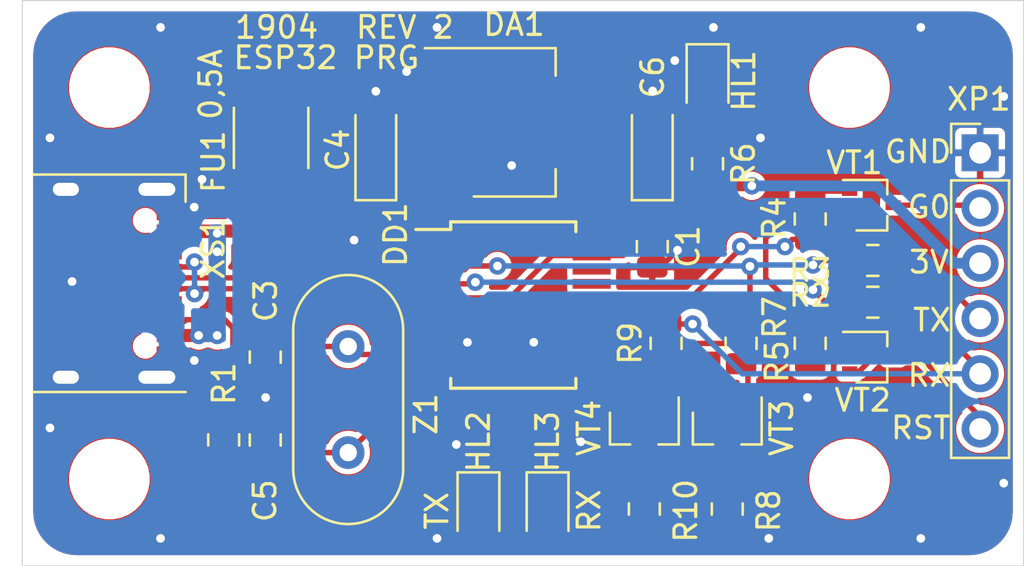
<source format=kicad_pcb>
(kicad_pcb (version 20171130) (host pcbnew 5.1.2-f72e74a~84~ubuntu18.04.1)

  (general
    (thickness 1.6)
    (drawings 13)
    (tracks 210)
    (zones 0)
    (modules 32)
    (nets 38)
  )

  (page A4)
  (layers
    (0 F.Cu signal)
    (31 B.Cu signal)
    (32 B.Adhes user)
    (33 F.Adhes user)
    (34 B.Paste user)
    (35 F.Paste user)
    (36 B.SilkS user)
    (37 F.SilkS user)
    (38 B.Mask user)
    (39 F.Mask user)
    (40 Dwgs.User user)
    (41 Cmts.User user)
    (42 Eco1.User user)
    (43 Eco2.User user)
    (44 Edge.Cuts user)
    (45 Margin user)
    (46 B.CrtYd user)
    (47 F.CrtYd user)
    (48 B.Fab user)
    (49 F.Fab user hide)
  )

  (setup
    (last_trace_width 0.25)
    (user_trace_width 0.3)
    (user_trace_width 0.5)
    (trace_clearance 0.2)
    (zone_clearance 0)
    (zone_45_only no)
    (trace_min 0.2)
    (via_size 0.8)
    (via_drill 0.4)
    (via_min_size 0.4)
    (via_min_drill 0.3)
    (uvia_size 0.3)
    (uvia_drill 0.1)
    (uvias_allowed no)
    (uvia_min_size 0.2)
    (uvia_min_drill 0.1)
    (edge_width 0.05)
    (segment_width 0.2)
    (pcb_text_width 0.3)
    (pcb_text_size 1.5 1.5)
    (mod_edge_width 0.12)
    (mod_text_size 1 1)
    (mod_text_width 0.15)
    (pad_size 1.524 1.524)
    (pad_drill 0.762)
    (pad_to_mask_clearance 0.051)
    (solder_mask_min_width 0.25)
    (aux_axis_origin 126 122)
    (grid_origin 126 122)
    (visible_elements FFFFFF7F)
    (pcbplotparams
      (layerselection 0x010fc_ffffffff)
      (usegerberextensions false)
      (usegerberattributes false)
      (usegerberadvancedattributes false)
      (creategerberjobfile false)
      (excludeedgelayer true)
      (linewidth 0.100000)
      (plotframeref false)
      (viasonmask false)
      (mode 1)
      (useauxorigin false)
      (hpglpennumber 1)
      (hpglpenspeed 20)
      (hpglpendiameter 15.000000)
      (psnegative false)
      (psa4output false)
      (plotreference true)
      (plotvalue true)
      (plotinvisibletext false)
      (padsonsilk false)
      (subtractmaskfromsilk false)
      (outputformat 1)
      (mirror false)
      (drillshape 0)
      (scaleselection 1)
      (outputdirectory "out"))
  )

  (net 0 "")
  (net 1 GND)
  (net 2 +3,3V)
  (net 3 +5V)
  (net 4 "Net-(C3-Pad1)")
  (net 5 "Net-(C5-Pad1)")
  (net 6 "Net-(DD1-Pad20)")
  (net 7 "Net-(DD1-Pad18)")
  (net 8 "Net-(DD1-Pad17)")
  (net 9 "Net-(DD1-Pad16)")
  (net 10 "Net-(DD1-Pad15)")
  (net 11 "Net-(DD1-Pad14)")
  (net 12 "Net-(DD1-Pad13)")
  (net 13 "Net-(DD1-Pad12)")
  (net 14 "Net-(DD1-Pad11)")
  (net 15 /UD+)
  (net 16 /UD-)
  (net 17 "Net-(DD1-Pad4)")
  (net 18 "Net-(DD1-Pad2)")
  (net 19 "Net-(DD1-Pad1)")
  (net 20 "Net-(FU1-Pad2)")
  (net 21 "Net-(HL1-Pad2)")
  (net 22 "Net-(R1-Pad1)")
  (net 23 /TXD)
  (net 24 "Net-(R4-Pad1)")
  (net 25 "Net-(R5-Pad1)")
  (net 26 /GPIO0)
  (net 27 /nRST)
  (net 28 "Net-(XS1-PadA8)")
  (net 29 "Net-(XS1-PadB8)")
  (net 30 "Net-(HL2-Pad2)")
  (net 31 "Net-(HL3-Pad2)")
  (net 32 /RXDO)
  (net 33 /TXDO)
  (net 34 "Net-(R7-Pad1)")
  (net 35 "Net-(R9-Pad1)")
  (net 36 "Net-(R8-Pad2)")
  (net 37 "Net-(R10-Pad2)")

  (net_class Default "This is the default net class."
    (clearance 0.2)
    (trace_width 0.25)
    (via_dia 0.8)
    (via_drill 0.4)
    (uvia_dia 0.3)
    (uvia_drill 0.1)
    (diff_pair_width 0.25)
    (diff_pair_gap 0.25)
    (add_net +3,3V)
    (add_net +5V)
    (add_net /GPIO0)
    (add_net /RXDO)
    (add_net /TXD)
    (add_net /TXDO)
    (add_net /UD+)
    (add_net /UD-)
    (add_net /nRST)
    (add_net GND)
    (add_net "Net-(C3-Pad1)")
    (add_net "Net-(C5-Pad1)")
    (add_net "Net-(DD1-Pad1)")
    (add_net "Net-(DD1-Pad11)")
    (add_net "Net-(DD1-Pad12)")
    (add_net "Net-(DD1-Pad13)")
    (add_net "Net-(DD1-Pad14)")
    (add_net "Net-(DD1-Pad15)")
    (add_net "Net-(DD1-Pad16)")
    (add_net "Net-(DD1-Pad17)")
    (add_net "Net-(DD1-Pad18)")
    (add_net "Net-(DD1-Pad2)")
    (add_net "Net-(DD1-Pad20)")
    (add_net "Net-(DD1-Pad4)")
    (add_net "Net-(FU1-Pad2)")
    (add_net "Net-(HL1-Pad2)")
    (add_net "Net-(HL2-Pad2)")
    (add_net "Net-(HL3-Pad2)")
    (add_net "Net-(R1-Pad1)")
    (add_net "Net-(R10-Pad2)")
    (add_net "Net-(R4-Pad1)")
    (add_net "Net-(R5-Pad1)")
    (add_net "Net-(R7-Pad1)")
    (add_net "Net-(R8-Pad2)")
    (add_net "Net-(R9-Pad1)")
    (add_net "Net-(XS1-PadA8)")
    (add_net "Net-(XS1-PadB8)")
  )

  (module Package_TO_SOT_SMD:SOT-23 (layer F.Cu) (tedit 5A02FF57) (tstamp 5CDB20EF)
    (at 154.575 115.65 270)
    (descr "SOT-23, Standard")
    (tags SOT-23)
    (path /5CDDD309)
    (attr smd)
    (fp_text reference VT4 (at 0 2.54 90) (layer F.SilkS)
      (effects (font (size 1 1) (thickness 0.15)))
    )
    (fp_text value BC857 (at 0 2.5 90) (layer F.Fab)
      (effects (font (size 1 1) (thickness 0.15)))
    )
    (fp_line (start 0.76 1.58) (end -0.7 1.58) (layer F.SilkS) (width 0.12))
    (fp_line (start 0.76 -1.58) (end -1.4 -1.58) (layer F.SilkS) (width 0.12))
    (fp_line (start -1.7 1.75) (end -1.7 -1.75) (layer F.CrtYd) (width 0.05))
    (fp_line (start 1.7 1.75) (end -1.7 1.75) (layer F.CrtYd) (width 0.05))
    (fp_line (start 1.7 -1.75) (end 1.7 1.75) (layer F.CrtYd) (width 0.05))
    (fp_line (start -1.7 -1.75) (end 1.7 -1.75) (layer F.CrtYd) (width 0.05))
    (fp_line (start 0.76 -1.58) (end 0.76 -0.65) (layer F.SilkS) (width 0.12))
    (fp_line (start 0.76 1.58) (end 0.76 0.65) (layer F.SilkS) (width 0.12))
    (fp_line (start -0.7 1.52) (end 0.7 1.52) (layer F.Fab) (width 0.1))
    (fp_line (start 0.7 -1.52) (end 0.7 1.52) (layer F.Fab) (width 0.1))
    (fp_line (start -0.7 -0.95) (end -0.15 -1.52) (layer F.Fab) (width 0.1))
    (fp_line (start -0.15 -1.52) (end 0.7 -1.52) (layer F.Fab) (width 0.1))
    (fp_line (start -0.7 -0.95) (end -0.7 1.5) (layer F.Fab) (width 0.1))
    (fp_text user %R (at 0 0) (layer F.Fab)
      (effects (font (size 0.5 0.5) (thickness 0.075)))
    )
    (pad 3 smd rect (at 1 0 270) (size 0.9 0.8) (layers F.Cu F.Paste F.Mask)
      (net 37 "Net-(R10-Pad2)"))
    (pad 2 smd rect (at -1 0.95 270) (size 0.9 0.8) (layers F.Cu F.Paste F.Mask)
      (net 2 +3,3V))
    (pad 1 smd rect (at -1 -0.95 270) (size 0.9 0.8) (layers F.Cu F.Paste F.Mask)
      (net 35 "Net-(R9-Pad1)"))
    (model ${KISYS3DMOD}/Package_TO_SOT_SMD.3dshapes/SOT-23.wrl
      (at (xyz 0 0 0))
      (scale (xyz 1 1 1))
      (rotate (xyz 0 0 0))
    )
  )

  (module Package_TO_SOT_SMD:SOT-23 (layer F.Cu) (tedit 5A02FF57) (tstamp 5CDB20DA)
    (at 158.385 115.65 270)
    (descr "SOT-23, Standard")
    (tags SOT-23)
    (path /5CDE70CF)
    (attr smd)
    (fp_text reference VT3 (at 0 -2.5 90) (layer F.SilkS)
      (effects (font (size 1 1) (thickness 0.15)))
    )
    (fp_text value BC857 (at 0 2.5 90) (layer F.Fab)
      (effects (font (size 1 1) (thickness 0.15)))
    )
    (fp_line (start 0.76 1.58) (end -0.7 1.58) (layer F.SilkS) (width 0.12))
    (fp_line (start 0.76 -1.58) (end -1.4 -1.58) (layer F.SilkS) (width 0.12))
    (fp_line (start -1.7 1.75) (end -1.7 -1.75) (layer F.CrtYd) (width 0.05))
    (fp_line (start 1.7 1.75) (end -1.7 1.75) (layer F.CrtYd) (width 0.05))
    (fp_line (start 1.7 -1.75) (end 1.7 1.75) (layer F.CrtYd) (width 0.05))
    (fp_line (start -1.7 -1.75) (end 1.7 -1.75) (layer F.CrtYd) (width 0.05))
    (fp_line (start 0.76 -1.58) (end 0.76 -0.65) (layer F.SilkS) (width 0.12))
    (fp_line (start 0.76 1.58) (end 0.76 0.65) (layer F.SilkS) (width 0.12))
    (fp_line (start -0.7 1.52) (end 0.7 1.52) (layer F.Fab) (width 0.1))
    (fp_line (start 0.7 -1.52) (end 0.7 1.52) (layer F.Fab) (width 0.1))
    (fp_line (start -0.7 -0.95) (end -0.15 -1.52) (layer F.Fab) (width 0.1))
    (fp_line (start -0.15 -1.52) (end 0.7 -1.52) (layer F.Fab) (width 0.1))
    (fp_line (start -0.7 -0.95) (end -0.7 1.5) (layer F.Fab) (width 0.1))
    (fp_text user %R (at 0 0) (layer F.Fab)
      (effects (font (size 0.5 0.5) (thickness 0.075)))
    )
    (pad 3 smd rect (at 1 0 270) (size 0.9 0.8) (layers F.Cu F.Paste F.Mask)
      (net 36 "Net-(R8-Pad2)"))
    (pad 2 smd rect (at -1 0.95 270) (size 0.9 0.8) (layers F.Cu F.Paste F.Mask)
      (net 2 +3,3V))
    (pad 1 smd rect (at -1 -0.95 270) (size 0.9 0.8) (layers F.Cu F.Paste F.Mask)
      (net 34 "Net-(R7-Pad1)"))
    (model ${KISYS3DMOD}/Package_TO_SOT_SMD.3dshapes/SOT-23.wrl
      (at (xyz 0 0 0))
      (scale (xyz 1 1 1))
      (rotate (xyz 0 0 0))
    )
  )

  (module modules:USB_C_Receptacle_USB2.0_16P (layer F.Cu) (tedit 5CDA6C1B) (tstamp 5CAB7100)
    (at 128 109 270)
    (path /5CB000B0)
    (zone_connect 2)
    (fp_text reference XS1 (at -1.605 -6.763 270) (layer F.SilkS)
      (effects (font (size 1 1) (thickness 0.15)))
    )
    (fp_text value USB_C_Female_USB2.0 (at 0 3.75 270) (layer F.Fab)
      (effects (font (size 1 1) (thickness 0.15)))
    )
    (fp_text user %R (at 0 0 270) (layer F.Fab)
      (effects (font (size 1 1) (thickness 0.15)))
    )
    (fp_line (start -5 -5.5) (end -5 1.5) (layer F.SilkS) (width 0.12))
    (fp_line (start -4.5 -4.85) (end 4.5 -4.85) (layer F.Fab) (width 0.1))
    (fp_line (start 5.32 -5.82) (end 5.32 3) (layer F.CrtYd) (width 0.05))
    (fp_line (start -4.5 2.5) (end 4.5 2.5) (layer F.Fab) (width 0.1))
    (fp_line (start -5 -5.5) (end -3.75 -5.5) (layer F.SilkS) (width 0.12))
    (fp_line (start -4.5 -4.85) (end -4.5 2.5) (layer F.Fab) (width 0.1))
    (fp_line (start -5.32 3) (end 5.32 3) (layer F.CrtYd) (width 0.05))
    (fp_line (start 5 -5.5) (end 5 1.5) (layer F.SilkS) (width 0.12))
    (fp_line (start 4.5 -4.85) (end 4.5 2.5) (layer F.Fab) (width 0.1))
    (fp_line (start -5.32 -5.82) (end -5.32 3) (layer F.CrtYd) (width 0.05))
    (fp_line (start -5.32 -5.82) (end 5.32 -5.82) (layer F.CrtYd) (width 0.05))
    (pad A12 smd rect (at 3.35 -4.75 270) (size 0.3 1.15) (layers F.Cu F.Paste F.Mask)
      (net 1 GND) (zone_connect 2))
    (pad A9 smd rect (at 2.55 -4.75 270) (size 0.3 1.15) (layers F.Cu F.Paste F.Mask)
      (net 20 "Net-(FU1-Pad2)") (zone_connect 2))
    (pad B9 smd rect (at -2.25 -4.75 270) (size 0.3 1.15) (layers F.Cu F.Paste F.Mask)
      (net 20 "Net-(FU1-Pad2)") (zone_connect 2))
    (pad B12 smd rect (at -3.05 -4.75 270) (size 0.3 1.15) (layers F.Cu F.Paste F.Mask)
      (net 1 GND) (zone_connect 2))
    (pad "" np_thru_hole circle (at 2.89 -3.65 270) (size 0.65 0.65) (drill 0.65) (layers *.Cu *.Mask)
      (zone_connect 2))
    (pad "" np_thru_hole circle (at -2.89 -3.65 270) (size 0.65 0.65) (drill 0.65) (layers *.Cu *.Mask)
      (zone_connect 2))
    (pad S1 thru_hole oval (at -4.32 -4.18 270) (size 1 2.1) (drill oval 0.6 1.7) (layers *.Cu *.Mask)
      (net 1 GND) (zone_connect 2))
    (pad B6 smd rect (at 0.75 -4.75 270) (size 0.3 1.15) (layers F.Cu F.Paste F.Mask)
      (net 15 /UD+) (zone_connect 2))
    (pad A6 smd rect (at -0.25 -4.75 270) (size 0.3 1.15) (layers F.Cu F.Paste F.Mask)
      (net 15 /UD+) (zone_connect 2))
    (pad B4 smd rect (at 2.25 -4.75 270) (size 0.3 1.15) (layers F.Cu F.Paste F.Mask)
      (net 20 "Net-(FU1-Pad2)") (zone_connect 2))
    (pad A1 smd rect (at -3.35 -4.75 270) (size 0.3 1.15) (layers F.Cu F.Paste F.Mask)
      (net 1 GND) (zone_connect 2))
    (pad A8 smd rect (at 1.25 -4.75 270) (size 0.3 1.15) (layers F.Cu F.Paste F.Mask)
      (net 28 "Net-(XS1-PadA8)") (zone_connect 2))
    (pad B5 smd rect (at 1.75 -4.75 270) (size 0.3 1.15) (layers F.Cu F.Paste F.Mask)
      (net 22 "Net-(R1-Pad1)") (zone_connect 2))
    (pad A7 smd rect (at 0.25 -4.75 270) (size 0.3 1.15) (layers F.Cu F.Paste F.Mask)
      (net 16 /UD-) (zone_connect 2))
    (pad A4 smd rect (at -2.55 -4.75 270) (size 0.3 1.15) (layers F.Cu F.Paste F.Mask)
      (net 20 "Net-(FU1-Pad2)") (zone_connect 2))
    (pad B7 smd rect (at -0.75 -4.75 270) (size 0.3 1.15) (layers F.Cu F.Paste F.Mask)
      (net 16 /UD-) (zone_connect 2))
    (pad B8 smd rect (at -1.75 -4.75 270) (size 0.3 1.15) (layers F.Cu F.Paste F.Mask)
      (net 29 "Net-(XS1-PadB8)") (zone_connect 2))
    (pad A5 smd rect (at -1.25 -4.75 270) (size 0.3 1.15) (layers F.Cu F.Paste F.Mask)
      (net 22 "Net-(R1-Pad1)") (zone_connect 2))
    (pad S1 thru_hole oval (at 4.32 -4.18 270) (size 1 2.1) (drill oval 0.6 1.7) (layers *.Cu *.Mask)
      (net 1 GND) (zone_connect 2))
    (pad S1 thru_hole oval (at 4.32 0 270) (size 1 1.6) (drill oval 0.6 1.2) (layers *.Cu *.Mask)
      (net 1 GND) (zone_connect 2))
    (pad S1 thru_hole oval (at -4.32 0 270) (size 1 1.6) (drill oval 0.6 1.2) (layers *.Cu *.Mask)
      (net 1 GND) (zone_connect 2))
    (pad B1 smd rect (at 3.05 -4.75 270) (size 0.3 1.15) (layers F.Cu F.Paste F.Mask)
      (net 1 GND) (zone_connect 2))
  )

  (module Crystal:Crystal_HC49-4H_Vertical (layer F.Cu) (tedit 5A1AD3B7) (tstamp 5CAA62DC)
    (at 140.97 111.905 270)
    (descr "Crystal THT HC-49-4H http://5hertz.com/pdfs/04404_D.pdf")
    (tags "THT crystalHC-49-4H")
    (path /5CB2155C)
    (fp_text reference Z1 (at 3.11 -3.572 270) (layer F.SilkS)
      (effects (font (size 1 1) (thickness 0.15)))
    )
    (fp_text value 12MHz (at 2.44 3.525 270) (layer F.Fab)
      (effects (font (size 1 1) (thickness 0.15)))
    )
    (fp_arc (start 5.64 0) (end 5.64 -2.525) (angle 180) (layer F.SilkS) (width 0.12))
    (fp_arc (start -0.76 0) (end -0.76 -2.525) (angle -180) (layer F.SilkS) (width 0.12))
    (fp_arc (start 5.44 0) (end 5.44 -2) (angle 180) (layer F.Fab) (width 0.1))
    (fp_arc (start -0.56 0) (end -0.56 -2) (angle -180) (layer F.Fab) (width 0.1))
    (fp_arc (start 5.64 0) (end 5.64 -2.325) (angle 180) (layer F.Fab) (width 0.1))
    (fp_arc (start -0.76 0) (end -0.76 -2.325) (angle -180) (layer F.Fab) (width 0.1))
    (fp_line (start 8.5 -2.8) (end -3.6 -2.8) (layer F.CrtYd) (width 0.05))
    (fp_line (start 8.5 2.8) (end 8.5 -2.8) (layer F.CrtYd) (width 0.05))
    (fp_line (start -3.6 2.8) (end 8.5 2.8) (layer F.CrtYd) (width 0.05))
    (fp_line (start -3.6 -2.8) (end -3.6 2.8) (layer F.CrtYd) (width 0.05))
    (fp_line (start -0.76 2.525) (end 5.64 2.525) (layer F.SilkS) (width 0.12))
    (fp_line (start -0.76 -2.525) (end 5.64 -2.525) (layer F.SilkS) (width 0.12))
    (fp_line (start -0.56 2) (end 5.44 2) (layer F.Fab) (width 0.1))
    (fp_line (start -0.56 -2) (end 5.44 -2) (layer F.Fab) (width 0.1))
    (fp_line (start -0.76 2.325) (end 5.64 2.325) (layer F.Fab) (width 0.1))
    (fp_line (start -0.76 -2.325) (end 5.64 -2.325) (layer F.Fab) (width 0.1))
    (fp_text user %R (at 2.44 0 270) (layer F.Fab)
      (effects (font (size 1 1) (thickness 0.15)))
    )
    (pad 2 thru_hole circle (at 4.88 0 270) (size 1.5 1.5) (drill 0.8) (layers *.Cu *.Mask)
      (net 5 "Net-(C5-Pad1)"))
    (pad 1 thru_hole circle (at 0 0 270) (size 1.5 1.5) (drill 0.8) (layers *.Cu *.Mask)
      (net 4 "Net-(C3-Pad1)"))
    (model ${KISYS3DMOD}/Crystal.3dshapes/Crystal_HC49-4H_Vertical.wrl
      (at (xyz 0 0 0))
      (scale (xyz 1 1 1))
      (rotate (xyz 0 0 0))
    )
  )

  (module Resistor_SMD:R_0805_2012Metric (layer F.Cu) (tedit 5B36C52B) (tstamp 5CABA656)
    (at 154.575 119.38 90)
    (descr "Resistor SMD 0805 (2012 Metric), square (rectangular) end terminal, IPC_7351 nominal, (Body size source: https://docs.google.com/spreadsheets/d/1BsfQQcO9C6DZCsRaXUlFlo91Tg2WpOkGARC1WS5S8t0/edit?usp=sharing), generated with kicad-footprint-generator")
    (tags resistor)
    (path /5CAEC68A)
    (attr smd)
    (fp_text reference R10 (at -0.08 1.905 90) (layer F.SilkS)
      (effects (font (size 1 1) (thickness 0.15)))
    )
    (fp_text value 1k (at 0 1.65 90) (layer F.Fab)
      (effects (font (size 1 1) (thickness 0.15)))
    )
    (fp_text user %R (at 0 0 90) (layer F.Fab)
      (effects (font (size 0.5 0.5) (thickness 0.08)))
    )
    (fp_line (start 1.68 0.95) (end -1.68 0.95) (layer F.CrtYd) (width 0.05))
    (fp_line (start 1.68 -0.95) (end 1.68 0.95) (layer F.CrtYd) (width 0.05))
    (fp_line (start -1.68 -0.95) (end 1.68 -0.95) (layer F.CrtYd) (width 0.05))
    (fp_line (start -1.68 0.95) (end -1.68 -0.95) (layer F.CrtYd) (width 0.05))
    (fp_line (start -0.258578 0.71) (end 0.258578 0.71) (layer F.SilkS) (width 0.12))
    (fp_line (start -0.258578 -0.71) (end 0.258578 -0.71) (layer F.SilkS) (width 0.12))
    (fp_line (start 1 0.6) (end -1 0.6) (layer F.Fab) (width 0.1))
    (fp_line (start 1 -0.6) (end 1 0.6) (layer F.Fab) (width 0.1))
    (fp_line (start -1 -0.6) (end 1 -0.6) (layer F.Fab) (width 0.1))
    (fp_line (start -1 0.6) (end -1 -0.6) (layer F.Fab) (width 0.1))
    (pad 2 smd roundrect (at 0.9375 0 90) (size 0.975 1.4) (layers F.Cu F.Paste F.Mask) (roundrect_rratio 0.25)
      (net 37 "Net-(R10-Pad2)"))
    (pad 1 smd roundrect (at -0.9375 0 90) (size 0.975 1.4) (layers F.Cu F.Paste F.Mask) (roundrect_rratio 0.25)
      (net 31 "Net-(HL3-Pad2)"))
    (model ${KISYS3DMOD}/Resistor_SMD.3dshapes/R_0805_2012Metric.wrl
      (at (xyz 0 0 0))
      (scale (xyz 1 1 1))
      (rotate (xyz 0 0 0))
    )
  )

  (module Resistor_SMD:R_0805_2012Metric (layer F.Cu) (tedit 5B36C52B) (tstamp 5CABA645)
    (at 155.575 111.76 90)
    (descr "Resistor SMD 0805 (2012 Metric), square (rectangular) end terminal, IPC_7351 nominal, (Body size source: https://docs.google.com/spreadsheets/d/1BsfQQcO9C6DZCsRaXUlFlo91Tg2WpOkGARC1WS5S8t0/edit?usp=sharing), generated with kicad-footprint-generator")
    (tags resistor)
    (path /5CAEC696)
    (attr smd)
    (fp_text reference R9 (at 0 -1.65 90) (layer F.SilkS)
      (effects (font (size 1 1) (thickness 0.15)))
    )
    (fp_text value 12k (at 0 1.65 90) (layer F.Fab)
      (effects (font (size 1 1) (thickness 0.15)))
    )
    (fp_text user %R (at 0 0 90) (layer F.Fab)
      (effects (font (size 0.5 0.5) (thickness 0.08)))
    )
    (fp_line (start 1.68 0.95) (end -1.68 0.95) (layer F.CrtYd) (width 0.05))
    (fp_line (start 1.68 -0.95) (end 1.68 0.95) (layer F.CrtYd) (width 0.05))
    (fp_line (start -1.68 -0.95) (end 1.68 -0.95) (layer F.CrtYd) (width 0.05))
    (fp_line (start -1.68 0.95) (end -1.68 -0.95) (layer F.CrtYd) (width 0.05))
    (fp_line (start -0.258578 0.71) (end 0.258578 0.71) (layer F.SilkS) (width 0.12))
    (fp_line (start -0.258578 -0.71) (end 0.258578 -0.71) (layer F.SilkS) (width 0.12))
    (fp_line (start 1 0.6) (end -1 0.6) (layer F.Fab) (width 0.1))
    (fp_line (start 1 -0.6) (end 1 0.6) (layer F.Fab) (width 0.1))
    (fp_line (start -1 -0.6) (end 1 -0.6) (layer F.Fab) (width 0.1))
    (fp_line (start -1 0.6) (end -1 -0.6) (layer F.Fab) (width 0.1))
    (pad 2 smd roundrect (at 0.9375 0 90) (size 0.975 1.4) (layers F.Cu F.Paste F.Mask) (roundrect_rratio 0.25)
      (net 32 /RXDO))
    (pad 1 smd roundrect (at -0.9375 0 90) (size 0.975 1.4) (layers F.Cu F.Paste F.Mask) (roundrect_rratio 0.25)
      (net 35 "Net-(R9-Pad1)"))
    (model ${KISYS3DMOD}/Resistor_SMD.3dshapes/R_0805_2012Metric.wrl
      (at (xyz 0 0 0))
      (scale (xyz 1 1 1))
      (rotate (xyz 0 0 0))
    )
  )

  (module Resistor_SMD:R_0805_2012Metric (layer F.Cu) (tedit 5B36C52B) (tstamp 5CABA634)
    (at 158.385 119.38 90)
    (descr "Resistor SMD 0805 (2012 Metric), square (rectangular) end terminal, IPC_7351 nominal, (Body size source: https://docs.google.com/spreadsheets/d/1BsfQQcO9C6DZCsRaXUlFlo91Tg2WpOkGARC1WS5S8t0/edit?usp=sharing), generated with kicad-footprint-generator")
    (tags resistor)
    (path /5CAE811C)
    (attr smd)
    (fp_text reference R8 (at -0.08 1.905 90) (layer F.SilkS)
      (effects (font (size 1 1) (thickness 0.15)))
    )
    (fp_text value 1k (at 0 1.65 90) (layer F.Fab)
      (effects (font (size 1 1) (thickness 0.15)))
    )
    (fp_text user %R (at 0 0 90) (layer F.Fab)
      (effects (font (size 0.5 0.5) (thickness 0.08)))
    )
    (fp_line (start 1.68 0.95) (end -1.68 0.95) (layer F.CrtYd) (width 0.05))
    (fp_line (start 1.68 -0.95) (end 1.68 0.95) (layer F.CrtYd) (width 0.05))
    (fp_line (start -1.68 -0.95) (end 1.68 -0.95) (layer F.CrtYd) (width 0.05))
    (fp_line (start -1.68 0.95) (end -1.68 -0.95) (layer F.CrtYd) (width 0.05))
    (fp_line (start -0.258578 0.71) (end 0.258578 0.71) (layer F.SilkS) (width 0.12))
    (fp_line (start -0.258578 -0.71) (end 0.258578 -0.71) (layer F.SilkS) (width 0.12))
    (fp_line (start 1 0.6) (end -1 0.6) (layer F.Fab) (width 0.1))
    (fp_line (start 1 -0.6) (end 1 0.6) (layer F.Fab) (width 0.1))
    (fp_line (start -1 -0.6) (end 1 -0.6) (layer F.Fab) (width 0.1))
    (fp_line (start -1 0.6) (end -1 -0.6) (layer F.Fab) (width 0.1))
    (pad 2 smd roundrect (at 0.9375 0 90) (size 0.975 1.4) (layers F.Cu F.Paste F.Mask) (roundrect_rratio 0.25)
      (net 36 "Net-(R8-Pad2)"))
    (pad 1 smd roundrect (at -0.9375 0 90) (size 0.975 1.4) (layers F.Cu F.Paste F.Mask) (roundrect_rratio 0.25)
      (net 30 "Net-(HL2-Pad2)"))
    (model ${KISYS3DMOD}/Resistor_SMD.3dshapes/R_0805_2012Metric.wrl
      (at (xyz 0 0 0))
      (scale (xyz 1 1 1))
      (rotate (xyz 0 0 0))
    )
  )

  (module Resistor_SMD:R_0805_2012Metric (layer F.Cu) (tedit 5B36C52B) (tstamp 5CABA623)
    (at 159.02 111.76 90)
    (descr "Resistor SMD 0805 (2012 Metric), square (rectangular) end terminal, IPC_7351 nominal, (Body size source: https://docs.google.com/spreadsheets/d/1BsfQQcO9C6DZCsRaXUlFlo91Tg2WpOkGARC1WS5S8t0/edit?usp=sharing), generated with kicad-footprint-generator")
    (tags resistor)
    (path /5CAE8752)
    (attr smd)
    (fp_text reference R7 (at 1.19 1.54 90) (layer F.SilkS)
      (effects (font (size 1 1) (thickness 0.15)))
    )
    (fp_text value 12k (at 0 1.65 90) (layer F.Fab)
      (effects (font (size 1 1) (thickness 0.15)))
    )
    (fp_text user %R (at 0 0 90) (layer F.Fab)
      (effects (font (size 0.5 0.5) (thickness 0.08)))
    )
    (fp_line (start 1.68 0.95) (end -1.68 0.95) (layer F.CrtYd) (width 0.05))
    (fp_line (start 1.68 -0.95) (end 1.68 0.95) (layer F.CrtYd) (width 0.05))
    (fp_line (start -1.68 -0.95) (end 1.68 -0.95) (layer F.CrtYd) (width 0.05))
    (fp_line (start -1.68 0.95) (end -1.68 -0.95) (layer F.CrtYd) (width 0.05))
    (fp_line (start -0.258578 0.71) (end 0.258578 0.71) (layer F.SilkS) (width 0.12))
    (fp_line (start -0.258578 -0.71) (end 0.258578 -0.71) (layer F.SilkS) (width 0.12))
    (fp_line (start 1 0.6) (end -1 0.6) (layer F.Fab) (width 0.1))
    (fp_line (start 1 -0.6) (end 1 0.6) (layer F.Fab) (width 0.1))
    (fp_line (start -1 -0.6) (end 1 -0.6) (layer F.Fab) (width 0.1))
    (fp_line (start -1 0.6) (end -1 -0.6) (layer F.Fab) (width 0.1))
    (pad 2 smd roundrect (at 0.9375 0 90) (size 0.975 1.4) (layers F.Cu F.Paste F.Mask) (roundrect_rratio 0.25)
      (net 23 /TXD))
    (pad 1 smd roundrect (at -0.9375 0 90) (size 0.975 1.4) (layers F.Cu F.Paste F.Mask) (roundrect_rratio 0.25)
      (net 34 "Net-(R7-Pad1)"))
    (model ${KISYS3DMOD}/Resistor_SMD.3dshapes/R_0805_2012Metric.wrl
      (at (xyz 0 0 0))
      (scale (xyz 1 1 1))
      (rotate (xyz 0 0 0))
    )
  )

  (module LED_SMD:LED_0805_2012Metric (layer F.Cu) (tedit 5B36C52C) (tstamp 5CABA552)
    (at 150.13 119.38 270)
    (descr "LED SMD 0805 (2012 Metric), square (rectangular) end terminal, IPC_7351 nominal, (Body size source: https://docs.google.com/spreadsheets/d/1BsfQQcO9C6DZCsRaXUlFlo91Tg2WpOkGARC1WS5S8t0/edit?usp=sharing), generated with kicad-footprint-generator")
    (tags diode)
    (path /5CAEC684)
    (attr smd)
    (fp_text reference HL3 (at -3.095 0 270) (layer F.SilkS)
      (effects (font (size 1 1) (thickness 0.15)))
    )
    (fp_text value RX (at 0.08 -1.905 270) (layer F.SilkS)
      (effects (font (size 1 1) (thickness 0.15)))
    )
    (fp_text user %R (at 0 0 270) (layer F.Fab)
      (effects (font (size 0.5 0.5) (thickness 0.08)))
    )
    (fp_line (start 1.68 0.95) (end -1.68 0.95) (layer F.CrtYd) (width 0.05))
    (fp_line (start 1.68 -0.95) (end 1.68 0.95) (layer F.CrtYd) (width 0.05))
    (fp_line (start -1.68 -0.95) (end 1.68 -0.95) (layer F.CrtYd) (width 0.05))
    (fp_line (start -1.68 0.95) (end -1.68 -0.95) (layer F.CrtYd) (width 0.05))
    (fp_line (start -1.685 0.96) (end 1 0.96) (layer F.SilkS) (width 0.12))
    (fp_line (start -1.685 -0.96) (end -1.685 0.96) (layer F.SilkS) (width 0.12))
    (fp_line (start 1 -0.96) (end -1.685 -0.96) (layer F.SilkS) (width 0.12))
    (fp_line (start 1 0.6) (end 1 -0.6) (layer F.Fab) (width 0.1))
    (fp_line (start -1 0.6) (end 1 0.6) (layer F.Fab) (width 0.1))
    (fp_line (start -1 -0.3) (end -1 0.6) (layer F.Fab) (width 0.1))
    (fp_line (start -0.7 -0.6) (end -1 -0.3) (layer F.Fab) (width 0.1))
    (fp_line (start 1 -0.6) (end -0.7 -0.6) (layer F.Fab) (width 0.1))
    (pad 2 smd roundrect (at 0.9375 0 270) (size 0.975 1.4) (layers F.Cu F.Paste F.Mask) (roundrect_rratio 0.25)
      (net 31 "Net-(HL3-Pad2)"))
    (pad 1 smd roundrect (at -0.9375 0 270) (size 0.975 1.4) (layers F.Cu F.Paste F.Mask) (roundrect_rratio 0.25)
      (net 1 GND))
    (model ${KISYS3DMOD}/LED_SMD.3dshapes/LED_0805_2012Metric.wrl
      (at (xyz 0 0 0))
      (scale (xyz 1 1 1))
      (rotate (xyz 0 0 0))
    )
  )

  (module LED_SMD:LED_0805_2012Metric (layer F.Cu) (tedit 5B36C52C) (tstamp 5CABA53F)
    (at 146.955 119.38 270)
    (descr "LED SMD 0805 (2012 Metric), square (rectangular) end terminal, IPC_7351 nominal, (Body size source: https://docs.google.com/spreadsheets/d/1BsfQQcO9C6DZCsRaXUlFlo91Tg2WpOkGARC1WS5S8t0/edit?usp=sharing), generated with kicad-footprint-generator")
    (tags diode)
    (path /5CAE79FD)
    (attr smd)
    (fp_text reference HL2 (at -3.095 0 270) (layer F.SilkS)
      (effects (font (size 1 1) (thickness 0.15)))
    )
    (fp_text value TX (at 0.08 1.905 270) (layer F.SilkS)
      (effects (font (size 1 1) (thickness 0.15)))
    )
    (fp_text user %R (at 0 0 270) (layer F.Fab)
      (effects (font (size 0.5 0.5) (thickness 0.08)))
    )
    (fp_line (start 1.68 0.95) (end -1.68 0.95) (layer F.CrtYd) (width 0.05))
    (fp_line (start 1.68 -0.95) (end 1.68 0.95) (layer F.CrtYd) (width 0.05))
    (fp_line (start -1.68 -0.95) (end 1.68 -0.95) (layer F.CrtYd) (width 0.05))
    (fp_line (start -1.68 0.95) (end -1.68 -0.95) (layer F.CrtYd) (width 0.05))
    (fp_line (start -1.685 0.96) (end 1 0.96) (layer F.SilkS) (width 0.12))
    (fp_line (start -1.685 -0.96) (end -1.685 0.96) (layer F.SilkS) (width 0.12))
    (fp_line (start 1 -0.96) (end -1.685 -0.96) (layer F.SilkS) (width 0.12))
    (fp_line (start 1 0.6) (end 1 -0.6) (layer F.Fab) (width 0.1))
    (fp_line (start -1 0.6) (end 1 0.6) (layer F.Fab) (width 0.1))
    (fp_line (start -1 -0.3) (end -1 0.6) (layer F.Fab) (width 0.1))
    (fp_line (start -0.7 -0.6) (end -1 -0.3) (layer F.Fab) (width 0.1))
    (fp_line (start 1 -0.6) (end -0.7 -0.6) (layer F.Fab) (width 0.1))
    (pad 2 smd roundrect (at 0.9375 0 270) (size 0.975 1.4) (layers F.Cu F.Paste F.Mask) (roundrect_rratio 0.25)
      (net 30 "Net-(HL2-Pad2)"))
    (pad 1 smd roundrect (at -0.9375 0 270) (size 0.975 1.4) (layers F.Cu F.Paste F.Mask) (roundrect_rratio 0.25)
      (net 1 GND))
    (model ${KISYS3DMOD}/LED_SMD.3dshapes/LED_0805_2012Metric.wrl
      (at (xyz 0 0 0))
      (scale (xyz 1 1 1))
      (rotate (xyz 0 0 0))
    )
  )

  (module Connector_PinHeader_2.54mm:PinHeader_1x06_P2.54mm_Vertical (layer F.Cu) (tedit 59FED5CC) (tstamp 5CAA62C5)
    (at 170 103)
    (descr "Through hole straight pin header, 1x06, 2.54mm pitch, single row")
    (tags "Through hole pin header THT 1x06 2.54mm single row")
    (path /5CACE60E)
    (fp_text reference XP1 (at -0.058 -2.463) (layer F.SilkS)
      (effects (font (size 1 1) (thickness 0.15)))
    )
    (fp_text value CONN_06_M (at 0 15.03) (layer F.Fab) hide
      (effects (font (size 1 1) (thickness 0.15)))
    )
    (fp_text user %R (at 0 6.35 90) (layer F.Fab)
      (effects (font (size 1 1) (thickness 0.15)))
    )
    (fp_line (start 1.8 -1.8) (end -1.8 -1.8) (layer F.CrtYd) (width 0.05))
    (fp_line (start 1.8 14.5) (end 1.8 -1.8) (layer F.CrtYd) (width 0.05))
    (fp_line (start -1.8 14.5) (end 1.8 14.5) (layer F.CrtYd) (width 0.05))
    (fp_line (start -1.8 -1.8) (end -1.8 14.5) (layer F.CrtYd) (width 0.05))
    (fp_line (start -1.33 -1.33) (end 0 -1.33) (layer F.SilkS) (width 0.12))
    (fp_line (start -1.33 0) (end -1.33 -1.33) (layer F.SilkS) (width 0.12))
    (fp_line (start -1.33 1.27) (end 1.33 1.27) (layer F.SilkS) (width 0.12))
    (fp_line (start 1.33 1.27) (end 1.33 14.03) (layer F.SilkS) (width 0.12))
    (fp_line (start -1.33 1.27) (end -1.33 14.03) (layer F.SilkS) (width 0.12))
    (fp_line (start -1.33 14.03) (end 1.33 14.03) (layer F.SilkS) (width 0.12))
    (fp_line (start -1.27 -0.635) (end -0.635 -1.27) (layer F.Fab) (width 0.1))
    (fp_line (start -1.27 13.97) (end -1.27 -0.635) (layer F.Fab) (width 0.1))
    (fp_line (start 1.27 13.97) (end -1.27 13.97) (layer F.Fab) (width 0.1))
    (fp_line (start 1.27 -1.27) (end 1.27 13.97) (layer F.Fab) (width 0.1))
    (fp_line (start -0.635 -1.27) (end 1.27 -1.27) (layer F.Fab) (width 0.1))
    (pad 6 thru_hole oval (at 0 12.7) (size 1.7 1.7) (drill 1) (layers *.Cu *.Mask)
      (net 27 /nRST))
    (pad 5 thru_hole oval (at 0 10.16) (size 1.7 1.7) (drill 1) (layers *.Cu *.Mask)
      (net 32 /RXDO))
    (pad 4 thru_hole oval (at 0 7.62) (size 1.7 1.7) (drill 1) (layers *.Cu *.Mask)
      (net 33 /TXDO))
    (pad 3 thru_hole oval (at 0 5.08) (size 1.7 1.7) (drill 1) (layers *.Cu *.Mask)
      (net 2 +3,3V))
    (pad 2 thru_hole oval (at 0 2.54) (size 1.7 1.7) (drill 1) (layers *.Cu *.Mask)
      (net 26 /GPIO0))
    (pad 1 thru_hole rect (at 0 0) (size 1.7 1.7) (drill 1) (layers *.Cu *.Mask)
      (net 1 GND))
    (model ${KISYS3DMOD}/Connector_PinHeader_2.54mm.3dshapes/PinHeader_1x06_P2.54mm_Vertical.wrl
      (at (xyz 0 0 0))
      (scale (xyz 1 1 1))
      (rotate (xyz 0 0 0))
    )
  )

  (module Package_TO_SOT_SMD:SOT-323_SC-70 (layer F.Cu) (tedit 5A02FF57) (tstamp 5CAA62AB)
    (at 165.005 112.395)
    (descr "SOT-323, SC-70")
    (tags "SOT-323 SC-70")
    (path /5CABC0E3)
    (attr smd)
    (fp_text reference VT2 (at -0.397 1.985) (layer F.SilkS)
      (effects (font (size 1 1) (thickness 0.15)))
    )
    (fp_text value BC847BW (at -0.05 2.05) (layer F.Fab)
      (effects (font (size 1 1) (thickness 0.15)))
    )
    (fp_line (start -0.18 -1.1) (end -0.68 -0.6) (layer F.Fab) (width 0.1))
    (fp_line (start 0.67 1.1) (end -0.68 1.1) (layer F.Fab) (width 0.1))
    (fp_line (start 0.67 -1.1) (end 0.67 1.1) (layer F.Fab) (width 0.1))
    (fp_line (start -0.68 -0.6) (end -0.68 1.1) (layer F.Fab) (width 0.1))
    (fp_line (start 0.67 -1.1) (end -0.18 -1.1) (layer F.Fab) (width 0.1))
    (fp_line (start -0.68 1.16) (end 0.73 1.16) (layer F.SilkS) (width 0.12))
    (fp_line (start 0.73 -1.16) (end -1.3 -1.16) (layer F.SilkS) (width 0.12))
    (fp_line (start -1.7 1.3) (end -1.7 -1.3) (layer F.CrtYd) (width 0.05))
    (fp_line (start -1.7 -1.3) (end 1.7 -1.3) (layer F.CrtYd) (width 0.05))
    (fp_line (start 1.7 -1.3) (end 1.7 1.3) (layer F.CrtYd) (width 0.05))
    (fp_line (start 1.7 1.3) (end -1.7 1.3) (layer F.CrtYd) (width 0.05))
    (fp_line (start 0.73 -1.16) (end 0.73 -0.5) (layer F.SilkS) (width 0.12))
    (fp_line (start 0.73 0.5) (end 0.73 1.16) (layer F.SilkS) (width 0.12))
    (fp_text user %R (at 0 0 90) (layer F.Fab)
      (effects (font (size 0.5 0.5) (thickness 0.075)))
    )
    (pad 3 smd rect (at 1 0 270) (size 0.45 0.7) (layers F.Cu F.Paste F.Mask)
      (net 27 /nRST))
    (pad 2 smd rect (at -1 0.65 270) (size 0.45 0.7) (layers F.Cu F.Paste F.Mask)
      (net 9 "Net-(DD1-Pad16)"))
    (pad 1 smd rect (at -1 -0.65 270) (size 0.45 0.7) (layers F.Cu F.Paste F.Mask)
      (net 25 "Net-(R5-Pad1)"))
    (model ${KISYS3DMOD}/Package_TO_SOT_SMD.3dshapes/SOT-323_SC-70.wrl
      (at (xyz 0 0 0))
      (scale (xyz 1 1 1))
      (rotate (xyz 0 0 0))
    )
  )

  (module Package_TO_SOT_SMD:SOT-323_SC-70 (layer F.Cu) (tedit 5A02FF57) (tstamp 5CAA6296)
    (at 165.005 105.41)
    (descr "SOT-323, SC-70")
    (tags "SOT-323 SC-70")
    (path /5CABEDF9)
    (attr smd)
    (fp_text reference VT1 (at -0.778 -1.952) (layer F.SilkS)
      (effects (font (size 1 1) (thickness 0.15)))
    )
    (fp_text value BC847BW (at -0.05 2.05) (layer F.Fab)
      (effects (font (size 1 1) (thickness 0.15)))
    )
    (fp_line (start -0.18 -1.1) (end -0.68 -0.6) (layer F.Fab) (width 0.1))
    (fp_line (start 0.67 1.1) (end -0.68 1.1) (layer F.Fab) (width 0.1))
    (fp_line (start 0.67 -1.1) (end 0.67 1.1) (layer F.Fab) (width 0.1))
    (fp_line (start -0.68 -0.6) (end -0.68 1.1) (layer F.Fab) (width 0.1))
    (fp_line (start 0.67 -1.1) (end -0.18 -1.1) (layer F.Fab) (width 0.1))
    (fp_line (start -0.68 1.16) (end 0.73 1.16) (layer F.SilkS) (width 0.12))
    (fp_line (start 0.73 -1.16) (end -1.3 -1.16) (layer F.SilkS) (width 0.12))
    (fp_line (start -1.7 1.3) (end -1.7 -1.3) (layer F.CrtYd) (width 0.05))
    (fp_line (start -1.7 -1.3) (end 1.7 -1.3) (layer F.CrtYd) (width 0.05))
    (fp_line (start 1.7 -1.3) (end 1.7 1.3) (layer F.CrtYd) (width 0.05))
    (fp_line (start 1.7 1.3) (end -1.7 1.3) (layer F.CrtYd) (width 0.05))
    (fp_line (start 0.73 -1.16) (end 0.73 -0.5) (layer F.SilkS) (width 0.12))
    (fp_line (start 0.73 0.5) (end 0.73 1.16) (layer F.SilkS) (width 0.12))
    (fp_text user %R (at 0 0 90) (layer F.Fab)
      (effects (font (size 0.5 0.5) (thickness 0.075)))
    )
    (pad 3 smd rect (at 1 0 270) (size 0.45 0.7) (layers F.Cu F.Paste F.Mask)
      (net 26 /GPIO0))
    (pad 2 smd rect (at -1 0.65 270) (size 0.45 0.7) (layers F.Cu F.Paste F.Mask)
      (net 10 "Net-(DD1-Pad15)"))
    (pad 1 smd rect (at -1 -0.65 270) (size 0.45 0.7) (layers F.Cu F.Paste F.Mask)
      (net 24 "Net-(R4-Pad1)"))
    (model ${KISYS3DMOD}/Package_TO_SOT_SMD.3dshapes/SOT-323_SC-70.wrl
      (at (xyz 0 0 0))
      (scale (xyz 1 1 1))
      (rotate (xyz 0 0 0))
    )
  )

  (module Resistor_SMD:R_0805_2012Metric (layer F.Cu) (tedit 5B36C52B) (tstamp 5CAA6281)
    (at 157.48 103.505 270)
    (descr "Resistor SMD 0805 (2012 Metric), square (rectangular) end terminal, IPC_7351 nominal, (Body size source: https://docs.google.com/spreadsheets/d/1BsfQQcO9C6DZCsRaXUlFlo91Tg2WpOkGARC1WS5S8t0/edit?usp=sharing), generated with kicad-footprint-generator")
    (tags resistor)
    (path /5CAD8815)
    (attr smd)
    (fp_text reference R6 (at 0 -1.65 270) (layer F.SilkS)
      (effects (font (size 1 1) (thickness 0.15)))
    )
    (fp_text value 1k (at 0 1.65 270) (layer F.Fab)
      (effects (font (size 1 1) (thickness 0.15)))
    )
    (fp_text user %R (at 0 0 270) (layer F.Fab)
      (effects (font (size 0.5 0.5) (thickness 0.08)))
    )
    (fp_line (start 1.68 0.95) (end -1.68 0.95) (layer F.CrtYd) (width 0.05))
    (fp_line (start 1.68 -0.95) (end 1.68 0.95) (layer F.CrtYd) (width 0.05))
    (fp_line (start -1.68 -0.95) (end 1.68 -0.95) (layer F.CrtYd) (width 0.05))
    (fp_line (start -1.68 0.95) (end -1.68 -0.95) (layer F.CrtYd) (width 0.05))
    (fp_line (start -0.258578 0.71) (end 0.258578 0.71) (layer F.SilkS) (width 0.12))
    (fp_line (start -0.258578 -0.71) (end 0.258578 -0.71) (layer F.SilkS) (width 0.12))
    (fp_line (start 1 0.6) (end -1 0.6) (layer F.Fab) (width 0.1))
    (fp_line (start 1 -0.6) (end 1 0.6) (layer F.Fab) (width 0.1))
    (fp_line (start -1 -0.6) (end 1 -0.6) (layer F.Fab) (width 0.1))
    (fp_line (start -1 0.6) (end -1 -0.6) (layer F.Fab) (width 0.1))
    (pad 2 smd roundrect (at 0.9375 0 270) (size 0.975 1.4) (layers F.Cu F.Paste F.Mask) (roundrect_rratio 0.25)
      (net 2 +3,3V))
    (pad 1 smd roundrect (at -0.9375 0 270) (size 0.975 1.4) (layers F.Cu F.Paste F.Mask) (roundrect_rratio 0.25)
      (net 21 "Net-(HL1-Pad2)"))
    (model ${KISYS3DMOD}/Resistor_SMD.3dshapes/R_0805_2012Metric.wrl
      (at (xyz 0 0 0))
      (scale (xyz 1 1 1))
      (rotate (xyz 0 0 0))
    )
  )

  (module Resistor_SMD:R_0805_2012Metric (layer F.Cu) (tedit 5B36C52B) (tstamp 5CAA6270)
    (at 162.195 111.76 90)
    (descr "Resistor SMD 0805 (2012 Metric), square (rectangular) end terminal, IPC_7351 nominal, (Body size source: https://docs.google.com/spreadsheets/d/1BsfQQcO9C6DZCsRaXUlFlo91Tg2WpOkGARC1WS5S8t0/edit?usp=sharing), generated with kicad-footprint-generator")
    (tags resistor)
    (path /5CABE015)
    (attr smd)
    (fp_text reference R5 (at -0.842 -1.524 90) (layer F.SilkS)
      (effects (font (size 1 1) (thickness 0.15)))
    )
    (fp_text value 12k (at 0 1.65 90) (layer F.Fab)
      (effects (font (size 1 1) (thickness 0.15)))
    )
    (fp_text user %R (at 0 0 90) (layer F.Fab)
      (effects (font (size 0.5 0.5) (thickness 0.08)))
    )
    (fp_line (start 1.68 0.95) (end -1.68 0.95) (layer F.CrtYd) (width 0.05))
    (fp_line (start 1.68 -0.95) (end 1.68 0.95) (layer F.CrtYd) (width 0.05))
    (fp_line (start -1.68 -0.95) (end 1.68 -0.95) (layer F.CrtYd) (width 0.05))
    (fp_line (start -1.68 0.95) (end -1.68 -0.95) (layer F.CrtYd) (width 0.05))
    (fp_line (start -0.258578 0.71) (end 0.258578 0.71) (layer F.SilkS) (width 0.12))
    (fp_line (start -0.258578 -0.71) (end 0.258578 -0.71) (layer F.SilkS) (width 0.12))
    (fp_line (start 1 0.6) (end -1 0.6) (layer F.Fab) (width 0.1))
    (fp_line (start 1 -0.6) (end 1 0.6) (layer F.Fab) (width 0.1))
    (fp_line (start -1 -0.6) (end 1 -0.6) (layer F.Fab) (width 0.1))
    (fp_line (start -1 0.6) (end -1 -0.6) (layer F.Fab) (width 0.1))
    (pad 2 smd roundrect (at 0.9375 0 90) (size 0.975 1.4) (layers F.Cu F.Paste F.Mask) (roundrect_rratio 0.25)
      (net 10 "Net-(DD1-Pad15)"))
    (pad 1 smd roundrect (at -0.9375 0 90) (size 0.975 1.4) (layers F.Cu F.Paste F.Mask) (roundrect_rratio 0.25)
      (net 25 "Net-(R5-Pad1)"))
    (model ${KISYS3DMOD}/Resistor_SMD.3dshapes/R_0805_2012Metric.wrl
      (at (xyz 0 0 0))
      (scale (xyz 1 1 1))
      (rotate (xyz 0 0 0))
    )
  )

  (module Resistor_SMD:R_0805_2012Metric (layer F.Cu) (tedit 5B36C52B) (tstamp 5CAA625F)
    (at 162.195 106.045 270)
    (descr "Resistor SMD 0805 (2012 Metric), square (rectangular) end terminal, IPC_7351 nominal, (Body size source: https://docs.google.com/spreadsheets/d/1BsfQQcO9C6DZCsRaXUlFlo91Tg2WpOkGARC1WS5S8t0/edit?usp=sharing), generated with kicad-footprint-generator")
    (tags resistor)
    (path /5CABF26B)
    (attr smd)
    (fp_text reference R4 (at -0.047 1.651 270) (layer F.SilkS)
      (effects (font (size 1 1) (thickness 0.15)))
    )
    (fp_text value 12k (at 0 1.65 270) (layer F.Fab)
      (effects (font (size 1 1) (thickness 0.15)))
    )
    (fp_text user %R (at 0 0 270) (layer F.Fab)
      (effects (font (size 0.5 0.5) (thickness 0.08)))
    )
    (fp_line (start 1.68 0.95) (end -1.68 0.95) (layer F.CrtYd) (width 0.05))
    (fp_line (start 1.68 -0.95) (end 1.68 0.95) (layer F.CrtYd) (width 0.05))
    (fp_line (start -1.68 -0.95) (end 1.68 -0.95) (layer F.CrtYd) (width 0.05))
    (fp_line (start -1.68 0.95) (end -1.68 -0.95) (layer F.CrtYd) (width 0.05))
    (fp_line (start -0.258578 0.71) (end 0.258578 0.71) (layer F.SilkS) (width 0.12))
    (fp_line (start -0.258578 -0.71) (end 0.258578 -0.71) (layer F.SilkS) (width 0.12))
    (fp_line (start 1 0.6) (end -1 0.6) (layer F.Fab) (width 0.1))
    (fp_line (start 1 -0.6) (end 1 0.6) (layer F.Fab) (width 0.1))
    (fp_line (start -1 -0.6) (end 1 -0.6) (layer F.Fab) (width 0.1))
    (fp_line (start -1 0.6) (end -1 -0.6) (layer F.Fab) (width 0.1))
    (pad 2 smd roundrect (at 0.9375 0 270) (size 0.975 1.4) (layers F.Cu F.Paste F.Mask) (roundrect_rratio 0.25)
      (net 9 "Net-(DD1-Pad16)"))
    (pad 1 smd roundrect (at -0.9375 0 270) (size 0.975 1.4) (layers F.Cu F.Paste F.Mask) (roundrect_rratio 0.25)
      (net 24 "Net-(R4-Pad1)"))
    (model ${KISYS3DMOD}/Resistor_SMD.3dshapes/R_0805_2012Metric.wrl
      (at (xyz 0 0 0))
      (scale (xyz 1 1 1))
      (rotate (xyz 0 0 0))
    )
  )

  (module Resistor_SMD:R_0805_2012Metric (layer F.Cu) (tedit 5B36C52B) (tstamp 5CAA624E)
    (at 165.07 107.95 180)
    (descr "Resistor SMD 0805 (2012 Metric), square (rectangular) end terminal, IPC_7351 nominal, (Body size source: https://docs.google.com/spreadsheets/d/1BsfQQcO9C6DZCsRaXUlFlo91Tg2WpOkGARC1WS5S8t0/edit?usp=sharing), generated with kicad-footprint-generator")
    (tags resistor)
    (path /5CAD0BB8)
    (attr smd)
    (fp_text reference R3 (at 2.875 -0.461 180) (layer F.SilkS)
      (effects (font (size 1 1) (thickness 0.15)))
    )
    (fp_text value 470 (at 0 1.65 180) (layer F.Fab)
      (effects (font (size 1 1) (thickness 0.15)))
    )
    (fp_text user %R (at 0 0 180) (layer F.Fab)
      (effects (font (size 0.5 0.5) (thickness 0.08)))
    )
    (fp_line (start 1.68 0.95) (end -1.68 0.95) (layer F.CrtYd) (width 0.05))
    (fp_line (start 1.68 -0.95) (end 1.68 0.95) (layer F.CrtYd) (width 0.05))
    (fp_line (start -1.68 -0.95) (end 1.68 -0.95) (layer F.CrtYd) (width 0.05))
    (fp_line (start -1.68 0.95) (end -1.68 -0.95) (layer F.CrtYd) (width 0.05))
    (fp_line (start -0.258578 0.71) (end 0.258578 0.71) (layer F.SilkS) (width 0.12))
    (fp_line (start -0.258578 -0.71) (end 0.258578 -0.71) (layer F.SilkS) (width 0.12))
    (fp_line (start 1 0.6) (end -1 0.6) (layer F.Fab) (width 0.1))
    (fp_line (start 1 -0.6) (end 1 0.6) (layer F.Fab) (width 0.1))
    (fp_line (start -1 -0.6) (end 1 -0.6) (layer F.Fab) (width 0.1))
    (fp_line (start -1 0.6) (end -1 -0.6) (layer F.Fab) (width 0.1))
    (pad 2 smd roundrect (at 0.9375 0 180) (size 0.975 1.4) (layers F.Cu F.Paste F.Mask) (roundrect_rratio 0.25)
      (net 23 /TXD))
    (pad 1 smd roundrect (at -0.9375 0 180) (size 0.975 1.4) (layers F.Cu F.Paste F.Mask) (roundrect_rratio 0.25)
      (net 33 /TXDO))
    (model ${KISYS3DMOD}/Resistor_SMD.3dshapes/R_0805_2012Metric.wrl
      (at (xyz 0 0 0))
      (scale (xyz 1 1 1))
      (rotate (xyz 0 0 0))
    )
  )

  (module Resistor_SMD:R_0805_2012Metric (layer F.Cu) (tedit 5B36C52B) (tstamp 5CAA623D)
    (at 165.07 109.87 180)
    (descr "Resistor SMD 0805 (2012 Metric), square (rectangular) end terminal, IPC_7351 nominal, (Body size source: https://docs.google.com/spreadsheets/d/1BsfQQcO9C6DZCsRaXUlFlo91Tg2WpOkGARC1WS5S8t0/edit?usp=sharing), generated with kicad-footprint-generator")
    (tags resistor)
    (path /5CAD13ED)
    (attr smd)
    (fp_text reference R2 (at 2.875 0.316 180) (layer F.SilkS)
      (effects (font (size 1 1) (thickness 0.15)))
    )
    (fp_text value 470 (at 0 1.65 180) (layer F.Fab)
      (effects (font (size 1 1) (thickness 0.15)))
    )
    (fp_text user %R (at 0 0 180) (layer F.Fab)
      (effects (font (size 0.5 0.5) (thickness 0.08)))
    )
    (fp_line (start 1.68 0.95) (end -1.68 0.95) (layer F.CrtYd) (width 0.05))
    (fp_line (start 1.68 -0.95) (end 1.68 0.95) (layer F.CrtYd) (width 0.05))
    (fp_line (start -1.68 -0.95) (end 1.68 -0.95) (layer F.CrtYd) (width 0.05))
    (fp_line (start -1.68 0.95) (end -1.68 -0.95) (layer F.CrtYd) (width 0.05))
    (fp_line (start -0.258578 0.71) (end 0.258578 0.71) (layer F.SilkS) (width 0.12))
    (fp_line (start -0.258578 -0.71) (end 0.258578 -0.71) (layer F.SilkS) (width 0.12))
    (fp_line (start 1 0.6) (end -1 0.6) (layer F.Fab) (width 0.1))
    (fp_line (start 1 -0.6) (end 1 0.6) (layer F.Fab) (width 0.1))
    (fp_line (start -1 -0.6) (end 1 -0.6) (layer F.Fab) (width 0.1))
    (fp_line (start -1 0.6) (end -1 -0.6) (layer F.Fab) (width 0.1))
    (pad 2 smd roundrect (at 0.9375 0 180) (size 0.975 1.4) (layers F.Cu F.Paste F.Mask) (roundrect_rratio 0.25)
      (net 17 "Net-(DD1-Pad4)"))
    (pad 1 smd roundrect (at -0.9375 0 180) (size 0.975 1.4) (layers F.Cu F.Paste F.Mask) (roundrect_rratio 0.25)
      (net 32 /RXDO))
    (model ${KISYS3DMOD}/Resistor_SMD.3dshapes/R_0805_2012Metric.wrl
      (at (xyz 0 0 0))
      (scale (xyz 1 1 1))
      (rotate (xyz 0 0 0))
    )
  )

  (module Resistor_SMD:R_0805_2012Metric (layer F.Cu) (tedit 5B36C52B) (tstamp 5CAA622C)
    (at 135.25 116.2 270)
    (descr "Resistor SMD 0805 (2012 Metric), square (rectangular) end terminal, IPC_7351 nominal, (Body size source: https://docs.google.com/spreadsheets/d/1BsfQQcO9C6DZCsRaXUlFlo91Tg2WpOkGARC1WS5S8t0/edit?usp=sharing), generated with kicad-footprint-generator")
    (tags resistor)
    (path /5CB034DE)
    (attr smd)
    (fp_text reference R1 (at -2.587 -0.016 270) (layer F.SilkS)
      (effects (font (size 1 1) (thickness 0.15)))
    )
    (fp_text value 5,1k (at 0 1.65 270) (layer F.Fab)
      (effects (font (size 1 1) (thickness 0.15)))
    )
    (fp_text user %R (at 0 0 270) (layer F.Fab)
      (effects (font (size 0.5 0.5) (thickness 0.08)))
    )
    (fp_line (start 1.68 0.95) (end -1.68 0.95) (layer F.CrtYd) (width 0.05))
    (fp_line (start 1.68 -0.95) (end 1.68 0.95) (layer F.CrtYd) (width 0.05))
    (fp_line (start -1.68 -0.95) (end 1.68 -0.95) (layer F.CrtYd) (width 0.05))
    (fp_line (start -1.68 0.95) (end -1.68 -0.95) (layer F.CrtYd) (width 0.05))
    (fp_line (start -0.258578 0.71) (end 0.258578 0.71) (layer F.SilkS) (width 0.12))
    (fp_line (start -0.258578 -0.71) (end 0.258578 -0.71) (layer F.SilkS) (width 0.12))
    (fp_line (start 1 0.6) (end -1 0.6) (layer F.Fab) (width 0.1))
    (fp_line (start 1 -0.6) (end 1 0.6) (layer F.Fab) (width 0.1))
    (fp_line (start -1 -0.6) (end 1 -0.6) (layer F.Fab) (width 0.1))
    (fp_line (start -1 0.6) (end -1 -0.6) (layer F.Fab) (width 0.1))
    (pad 2 smd roundrect (at 0.9375 0 270) (size 0.975 1.4) (layers F.Cu F.Paste F.Mask) (roundrect_rratio 0.25)
      (net 1 GND))
    (pad 1 smd roundrect (at -0.9375 0 270) (size 0.975 1.4) (layers F.Cu F.Paste F.Mask) (roundrect_rratio 0.25)
      (net 22 "Net-(R1-Pad1)"))
    (model ${KISYS3DMOD}/Resistor_SMD.3dshapes/R_0805_2012Metric.wrl
      (at (xyz 0 0 0))
      (scale (xyz 1 1 1))
      (rotate (xyz 0 0 0))
    )
  )

  (module LED_SMD:LED_0805_2012Metric (layer F.Cu) (tedit 5B36C52C) (tstamp 5CAA621B)
    (at 157.48 99.695 270)
    (descr "LED SMD 0805 (2012 Metric), square (rectangular) end terminal, IPC_7351 nominal, (Body size source: https://docs.google.com/spreadsheets/d/1BsfQQcO9C6DZCsRaXUlFlo91Tg2WpOkGARC1WS5S8t0/edit?usp=sharing), generated with kicad-footprint-generator")
    (tags diode)
    (path /5CACDFB1)
    (attr smd)
    (fp_text reference HL1 (at 0 -1.667 270) (layer F.SilkS)
      (effects (font (size 1 1) (thickness 0.15)))
    )
    (fp_text value PWR (at 0 1.65 270) (layer F.Fab)
      (effects (font (size 1 1) (thickness 0.15)))
    )
    (fp_text user %R (at 0 0 270) (layer F.Fab)
      (effects (font (size 0.5 0.5) (thickness 0.08)))
    )
    (fp_line (start 1.68 0.95) (end -1.68 0.95) (layer F.CrtYd) (width 0.05))
    (fp_line (start 1.68 -0.95) (end 1.68 0.95) (layer F.CrtYd) (width 0.05))
    (fp_line (start -1.68 -0.95) (end 1.68 -0.95) (layer F.CrtYd) (width 0.05))
    (fp_line (start -1.68 0.95) (end -1.68 -0.95) (layer F.CrtYd) (width 0.05))
    (fp_line (start -1.685 0.96) (end 1 0.96) (layer F.SilkS) (width 0.12))
    (fp_line (start -1.685 -0.96) (end -1.685 0.96) (layer F.SilkS) (width 0.12))
    (fp_line (start 1 -0.96) (end -1.685 -0.96) (layer F.SilkS) (width 0.12))
    (fp_line (start 1 0.6) (end 1 -0.6) (layer F.Fab) (width 0.1))
    (fp_line (start -1 0.6) (end 1 0.6) (layer F.Fab) (width 0.1))
    (fp_line (start -1 -0.3) (end -1 0.6) (layer F.Fab) (width 0.1))
    (fp_line (start -0.7 -0.6) (end -1 -0.3) (layer F.Fab) (width 0.1))
    (fp_line (start 1 -0.6) (end -0.7 -0.6) (layer F.Fab) (width 0.1))
    (pad 2 smd roundrect (at 0.9375 0 270) (size 0.975 1.4) (layers F.Cu F.Paste F.Mask) (roundrect_rratio 0.25)
      (net 21 "Net-(HL1-Pad2)"))
    (pad 1 smd roundrect (at -0.9375 0 270) (size 0.975 1.4) (layers F.Cu F.Paste F.Mask) (roundrect_rratio 0.25)
      (net 1 GND))
    (model ${KISYS3DMOD}/LED_SMD.3dshapes/LED_0805_2012Metric.wrl
      (at (xyz 0 0 0))
      (scale (xyz 1 1 1))
      (rotate (xyz 0 0 0))
    )
  )

  (module MountingHole:MountingHole_3.2mm_M3 (layer F.Cu) (tedit 56D1B4CB) (tstamp 5CAA6208)
    (at 164 118)
    (descr "Mounting Hole 3.2mm, no annular, M3")
    (tags "mounting hole 3.2mm no annular m3")
    (path /5CAF61FF)
    (attr virtual)
    (fp_text reference H4 (at 0 -4.2) (layer F.SilkS) hide
      (effects (font (size 1 1) (thickness 0.15)))
    )
    (fp_text value M3 (at 0 4.2) (layer F.Fab)
      (effects (font (size 1 1) (thickness 0.15)))
    )
    (fp_circle (center 0 0) (end 3.45 0) (layer F.CrtYd) (width 0.05))
    (fp_circle (center 0 0) (end 3.2 0) (layer Cmts.User) (width 0.15))
    (fp_text user %R (at 0.3 0) (layer F.Fab)
      (effects (font (size 1 1) (thickness 0.15)))
    )
    (pad 1 np_thru_hole circle (at 0 0) (size 3.2 3.2) (drill 3.2) (layers *.Cu *.Mask))
  )

  (module MountingHole:MountingHole_3.2mm_M3 (layer F.Cu) (tedit 56D1B4CB) (tstamp 5CAA6200)
    (at 164 100)
    (descr "Mounting Hole 3.2mm, no annular, M3")
    (tags "mounting hole 3.2mm no annular m3")
    (path /5CAF60D2)
    (attr virtual)
    (fp_text reference H3 (at 0 -4.2) (layer F.SilkS) hide
      (effects (font (size 1 1) (thickness 0.15)))
    )
    (fp_text value M3 (at 0 4.2) (layer F.Fab)
      (effects (font (size 1 1) (thickness 0.15)))
    )
    (fp_circle (center 0 0) (end 3.45 0) (layer F.CrtYd) (width 0.05))
    (fp_circle (center 0 0) (end 3.2 0) (layer Cmts.User) (width 0.15))
    (fp_text user %R (at 0.3 0) (layer F.Fab)
      (effects (font (size 1 1) (thickness 0.15)))
    )
    (pad 1 np_thru_hole circle (at 0 0) (size 3.2 3.2) (drill 3.2) (layers *.Cu *.Mask))
  )

  (module MountingHole:MountingHole_3.2mm_M3 (layer F.Cu) (tedit 56D1B4CB) (tstamp 5CAA61F8)
    (at 130 118)
    (descr "Mounting Hole 3.2mm, no annular, M3")
    (tags "mounting hole 3.2mm no annular m3")
    (path /5CAF636B)
    (attr virtual)
    (fp_text reference H2 (at 0 -4.2) (layer F.SilkS) hide
      (effects (font (size 1 1) (thickness 0.15)))
    )
    (fp_text value M3 (at 0 4.2) (layer F.Fab)
      (effects (font (size 1 1) (thickness 0.15)))
    )
    (fp_circle (center 0 0) (end 3.45 0) (layer F.CrtYd) (width 0.05))
    (fp_circle (center 0 0) (end 3.2 0) (layer Cmts.User) (width 0.15))
    (fp_text user %R (at 0.3 0) (layer F.Fab)
      (effects (font (size 1 1) (thickness 0.15)))
    )
    (pad 1 np_thru_hole circle (at 0 0) (size 3.2 3.2) (drill 3.2) (layers *.Cu *.Mask))
  )

  (module MountingHole:MountingHole_3.2mm_M3 (layer F.Cu) (tedit 56D1B4CB) (tstamp 5CAA61F0)
    (at 130 100)
    (descr "Mounting Hole 3.2mm, no annular, M3")
    (tags "mounting hole 3.2mm no annular m3")
    (path /5CAF5C00)
    (attr virtual)
    (fp_text reference H1 (at 0 -4.2) (layer F.SilkS) hide
      (effects (font (size 1 1) (thickness 0.15)))
    )
    (fp_text value M3 (at 0 4.2) (layer F.Fab)
      (effects (font (size 1 1) (thickness 0.15)))
    )
    (fp_circle (center 0 0) (end 3.45 0) (layer F.CrtYd) (width 0.05))
    (fp_circle (center 0 0) (end 3.2 0) (layer Cmts.User) (width 0.15))
    (fp_text user %R (at 0.3 0) (layer F.Fab)
      (effects (font (size 1 1) (thickness 0.15)))
    )
    (pad 1 np_thru_hole circle (at 0 0) (size 3.2 3.2) (drill 3.2) (layers *.Cu *.Mask))
  )

  (module Fuse:Fuse_1812_4532Metric (layer F.Cu) (tedit 5B301BBE) (tstamp 5CAA61E8)
    (at 137.43 102.315 270)
    (descr "Fuse SMD 1812 (4532 Metric), square (rectangular) end terminal, IPC_7351 nominal, (Body size source: https://www.nikhef.nl/pub/departments/mt/projects/detectorR_D/dtddice/ERJ2G.pdf), generated with kicad-footprint-generator")
    (tags resistor)
    (path /5CAA907D)
    (attr smd)
    (fp_text reference FU1 (at 1.096 2.651 270) (layer F.SilkS)
      (effects (font (size 1 1) (thickness 0.15)))
    )
    (fp_text value 0,5A (at -2.46 2.778 270) (layer F.SilkS)
      (effects (font (size 1 1) (thickness 0.15)))
    )
    (fp_text user %R (at 0 0 270) (layer F.Fab)
      (effects (font (size 1 1) (thickness 0.15)))
    )
    (fp_line (start 2.95 1.95) (end -2.95 1.95) (layer F.CrtYd) (width 0.05))
    (fp_line (start 2.95 -1.95) (end 2.95 1.95) (layer F.CrtYd) (width 0.05))
    (fp_line (start -2.95 -1.95) (end 2.95 -1.95) (layer F.CrtYd) (width 0.05))
    (fp_line (start -2.95 1.95) (end -2.95 -1.95) (layer F.CrtYd) (width 0.05))
    (fp_line (start -1.386252 1.71) (end 1.386252 1.71) (layer F.SilkS) (width 0.12))
    (fp_line (start -1.386252 -1.71) (end 1.386252 -1.71) (layer F.SilkS) (width 0.12))
    (fp_line (start 2.25 1.6) (end -2.25 1.6) (layer F.Fab) (width 0.1))
    (fp_line (start 2.25 -1.6) (end 2.25 1.6) (layer F.Fab) (width 0.1))
    (fp_line (start -2.25 -1.6) (end 2.25 -1.6) (layer F.Fab) (width 0.1))
    (fp_line (start -2.25 1.6) (end -2.25 -1.6) (layer F.Fab) (width 0.1))
    (pad 2 smd roundrect (at 2.1375 0 270) (size 1.125 3.4) (layers F.Cu F.Paste F.Mask) (roundrect_rratio 0.222222)
      (net 20 "Net-(FU1-Pad2)"))
    (pad 1 smd roundrect (at -2.1375 0 270) (size 1.125 3.4) (layers F.Cu F.Paste F.Mask) (roundrect_rratio 0.222222)
      (net 3 +5V))
    (model ${KISYS3DMOD}/Fuse.3dshapes/Fuse_1812_4532Metric.wrl
      (at (xyz 0 0 0))
      (scale (xyz 1 1 1))
      (rotate (xyz 0 0 0))
    )
  )

  (module Package_SO:SSOP-20_5.3x7.2mm_P0.65mm (layer F.Cu) (tedit 5A02F25C) (tstamp 5CAA61D7)
    (at 148.555 110)
    (descr "20-Lead Plastic Shrink Small Outline (SS)-5.30 mm Body [SSOP] (see Microchip Packaging Specification 00000049BS.pdf)")
    (tags "SSOP 0.65")
    (path /5CAA46F5)
    (attr smd)
    (fp_text reference DD1 (at -5.41 -3.24 90) (layer F.SilkS)
      (effects (font (size 1 1) (thickness 0.15)))
    )
    (fp_text value CH340T (at 0 4.75) (layer F.Fab)
      (effects (font (size 1 1) (thickness 0.15)))
    )
    (fp_text user %R (at 0 0) (layer F.Fab)
      (effects (font (size 0.8 0.8) (thickness 0.15)))
    )
    (fp_line (start -2.875 -3.475) (end -4.475 -3.475) (layer F.SilkS) (width 0.15))
    (fp_line (start -2.875 3.825) (end 2.875 3.825) (layer F.SilkS) (width 0.15))
    (fp_line (start -2.875 -3.825) (end 2.875 -3.825) (layer F.SilkS) (width 0.15))
    (fp_line (start -2.875 3.825) (end -2.875 3.375) (layer F.SilkS) (width 0.15))
    (fp_line (start 2.875 3.825) (end 2.875 3.375) (layer F.SilkS) (width 0.15))
    (fp_line (start 2.875 -3.825) (end 2.875 -3.375) (layer F.SilkS) (width 0.15))
    (fp_line (start -2.875 -3.825) (end -2.875 -3.475) (layer F.SilkS) (width 0.15))
    (fp_line (start -4.75 4) (end 4.75 4) (layer F.CrtYd) (width 0.05))
    (fp_line (start -4.75 -4) (end 4.75 -4) (layer F.CrtYd) (width 0.05))
    (fp_line (start 4.75 -4) (end 4.75 4) (layer F.CrtYd) (width 0.05))
    (fp_line (start -4.75 -4) (end -4.75 4) (layer F.CrtYd) (width 0.05))
    (fp_line (start -2.65 -2.6) (end -1.65 -3.6) (layer F.Fab) (width 0.15))
    (fp_line (start -2.65 3.6) (end -2.65 -2.6) (layer F.Fab) (width 0.15))
    (fp_line (start 2.65 3.6) (end -2.65 3.6) (layer F.Fab) (width 0.15))
    (fp_line (start 2.65 -3.6) (end 2.65 3.6) (layer F.Fab) (width 0.15))
    (fp_line (start -1.65 -3.6) (end 2.65 -3.6) (layer F.Fab) (width 0.15))
    (pad 20 smd rect (at 3.6 -2.925) (size 1.75 0.45) (layers F.Cu F.Paste F.Mask)
      (net 6 "Net-(DD1-Pad20)"))
    (pad 19 smd rect (at 3.6 -2.275) (size 1.75 0.45) (layers F.Cu F.Paste F.Mask)
      (net 2 +3,3V))
    (pad 18 smd rect (at 3.6 -1.625) (size 1.75 0.45) (layers F.Cu F.Paste F.Mask)
      (net 7 "Net-(DD1-Pad18)"))
    (pad 17 smd rect (at 3.6 -0.975) (size 1.75 0.45) (layers F.Cu F.Paste F.Mask)
      (net 8 "Net-(DD1-Pad17)"))
    (pad 16 smd rect (at 3.6 -0.325) (size 1.75 0.45) (layers F.Cu F.Paste F.Mask)
      (net 9 "Net-(DD1-Pad16)"))
    (pad 15 smd rect (at 3.6 0.325) (size 1.75 0.45) (layers F.Cu F.Paste F.Mask)
      (net 10 "Net-(DD1-Pad15)"))
    (pad 14 smd rect (at 3.6 0.975) (size 1.75 0.45) (layers F.Cu F.Paste F.Mask)
      (net 11 "Net-(DD1-Pad14)"))
    (pad 13 smd rect (at 3.6 1.625) (size 1.75 0.45) (layers F.Cu F.Paste F.Mask)
      (net 12 "Net-(DD1-Pad13)"))
    (pad 12 smd rect (at 3.6 2.275) (size 1.75 0.45) (layers F.Cu F.Paste F.Mask)
      (net 13 "Net-(DD1-Pad12)"))
    (pad 11 smd rect (at 3.6 2.925) (size 1.75 0.45) (layers F.Cu F.Paste F.Mask)
      (net 14 "Net-(DD1-Pad11)"))
    (pad 10 smd rect (at -3.6 2.925) (size 1.75 0.45) (layers F.Cu F.Paste F.Mask)
      (net 5 "Net-(C5-Pad1)"))
    (pad 9 smd rect (at -3.6 2.275) (size 1.75 0.45) (layers F.Cu F.Paste F.Mask)
      (net 4 "Net-(C3-Pad1)"))
    (pad 8 smd rect (at -3.6 1.625) (size 1.75 0.45) (layers F.Cu F.Paste F.Mask)
      (net 1 GND))
    (pad 7 smd rect (at -3.6 0.975) (size 1.75 0.45) (layers F.Cu F.Paste F.Mask)
      (net 16 /UD-))
    (pad 6 smd rect (at -3.6 0.325) (size 1.75 0.45) (layers F.Cu F.Paste F.Mask)
      (net 15 /UD+))
    (pad 5 smd rect (at -3.6 -0.325) (size 1.75 0.45) (layers F.Cu F.Paste F.Mask)
      (net 2 +3,3V))
    (pad 4 smd rect (at -3.6 -0.975) (size 1.75 0.45) (layers F.Cu F.Paste F.Mask)
      (net 17 "Net-(DD1-Pad4)"))
    (pad 3 smd rect (at -3.6 -1.625) (size 1.75 0.45) (layers F.Cu F.Paste F.Mask)
      (net 23 /TXD))
    (pad 2 smd rect (at -3.6 -2.275) (size 1.75 0.45) (layers F.Cu F.Paste F.Mask)
      (net 18 "Net-(DD1-Pad2)"))
    (pad 1 smd rect (at -3.6 -2.925) (size 1.75 0.45) (layers F.Cu F.Paste F.Mask)
      (net 19 "Net-(DD1-Pad1)"))
    (model ${KISYS3DMOD}/Package_SO.3dshapes/SSOP-20_5.3x7.2mm_P0.65mm.wrl
      (at (xyz 0 0 0))
      (scale (xyz 1 1 1))
      (rotate (xyz 0 0 0))
    )
  )

  (module Package_TO_SOT_SMD:SOT-223-3_TabPin2 (layer F.Cu) (tedit 5A02FF57) (tstamp 5CAA61AE)
    (at 148.59 101.6)
    (descr "module CMS SOT223 4 pins")
    (tags "CMS SOT")
    (path /5CAA511B)
    (attr smd)
    (fp_text reference DA1 (at 0 -4.5) (layer F.SilkS)
      (effects (font (size 1 1) (thickness 0.15)))
    )
    (fp_text value LM1117MP-3.3_NOPB (at 0 4.5) (layer F.Fab)
      (effects (font (size 1 1) (thickness 0.15)))
    )
    (fp_line (start 1.85 -3.35) (end 1.85 3.35) (layer F.Fab) (width 0.1))
    (fp_line (start -1.85 3.35) (end 1.85 3.35) (layer F.Fab) (width 0.1))
    (fp_line (start -4.1 -3.41) (end 1.91 -3.41) (layer F.SilkS) (width 0.12))
    (fp_line (start -0.85 -3.35) (end 1.85 -3.35) (layer F.Fab) (width 0.1))
    (fp_line (start -1.85 3.41) (end 1.91 3.41) (layer F.SilkS) (width 0.12))
    (fp_line (start -1.85 -2.35) (end -1.85 3.35) (layer F.Fab) (width 0.1))
    (fp_line (start -1.85 -2.35) (end -0.85 -3.35) (layer F.Fab) (width 0.1))
    (fp_line (start -4.4 -3.6) (end -4.4 3.6) (layer F.CrtYd) (width 0.05))
    (fp_line (start -4.4 3.6) (end 4.4 3.6) (layer F.CrtYd) (width 0.05))
    (fp_line (start 4.4 3.6) (end 4.4 -3.6) (layer F.CrtYd) (width 0.05))
    (fp_line (start 4.4 -3.6) (end -4.4 -3.6) (layer F.CrtYd) (width 0.05))
    (fp_line (start 1.91 -3.41) (end 1.91 -2.15) (layer F.SilkS) (width 0.12))
    (fp_line (start 1.91 3.41) (end 1.91 2.15) (layer F.SilkS) (width 0.12))
    (fp_text user %R (at 0 0 90) (layer F.Fab)
      (effects (font (size 0.8 0.8) (thickness 0.12)))
    )
    (pad 1 smd rect (at -3.15 -2.3) (size 2 1.5) (layers F.Cu F.Paste F.Mask)
      (net 1 GND))
    (pad 3 smd rect (at -3.15 2.3) (size 2 1.5) (layers F.Cu F.Paste F.Mask)
      (net 3 +5V))
    (pad 2 smd rect (at -3.15 0) (size 2 1.5) (layers F.Cu F.Paste F.Mask)
      (net 2 +3,3V))
    (pad 2 smd rect (at 3.15 0) (size 2 3.8) (layers F.Cu F.Paste F.Mask)
      (net 2 +3,3V))
    (model ${KISYS3DMOD}/Package_TO_SOT_SMD.3dshapes/SOT-223.wrl
      (at (xyz 0 0 0))
      (scale (xyz 1 1 1))
      (rotate (xyz 0 0 0))
    )
  )

  (module Capacitor_Tantalum_SMD:CP_EIA-3216-18_Kemet-A (layer F.Cu) (tedit 5B301BBE) (tstamp 5CAA6198)
    (at 154.94 102.87 90)
    (descr "Tantalum Capacitor SMD Kemet-A (3216-18 Metric), IPC_7351 nominal, (Body size from: http://www.kemet.com/Lists/ProductCatalog/Attachments/253/KEM_TC101_STD.pdf), generated with kicad-footprint-generator")
    (tags "capacitor tantalum")
    (path /5CAA6EDA)
    (attr smd)
    (fp_text reference C6 (at 3.349 0.016 90) (layer F.SilkS)
      (effects (font (size 1 1) (thickness 0.15)))
    )
    (fp_text value 10,0 (at 0 1.75 90) (layer F.Fab)
      (effects (font (size 1 1) (thickness 0.15)))
    )
    (fp_text user %R (at 0 0 90) (layer F.Fab)
      (effects (font (size 0.8 0.8) (thickness 0.12)))
    )
    (fp_line (start 2.3 1.05) (end -2.3 1.05) (layer F.CrtYd) (width 0.05))
    (fp_line (start 2.3 -1.05) (end 2.3 1.05) (layer F.CrtYd) (width 0.05))
    (fp_line (start -2.3 -1.05) (end 2.3 -1.05) (layer F.CrtYd) (width 0.05))
    (fp_line (start -2.3 1.05) (end -2.3 -1.05) (layer F.CrtYd) (width 0.05))
    (fp_line (start -2.31 0.935) (end 1.6 0.935) (layer F.SilkS) (width 0.12))
    (fp_line (start -2.31 -0.935) (end -2.31 0.935) (layer F.SilkS) (width 0.12))
    (fp_line (start 1.6 -0.935) (end -2.31 -0.935) (layer F.SilkS) (width 0.12))
    (fp_line (start 1.6 0.8) (end 1.6 -0.8) (layer F.Fab) (width 0.1))
    (fp_line (start -1.6 0.8) (end 1.6 0.8) (layer F.Fab) (width 0.1))
    (fp_line (start -1.6 -0.4) (end -1.6 0.8) (layer F.Fab) (width 0.1))
    (fp_line (start -1.2 -0.8) (end -1.6 -0.4) (layer F.Fab) (width 0.1))
    (fp_line (start 1.6 -0.8) (end -1.2 -0.8) (layer F.Fab) (width 0.1))
    (pad 2 smd roundrect (at 1.35 0 90) (size 1.4 1.35) (layers F.Cu F.Paste F.Mask) (roundrect_rratio 0.185185)
      (net 1 GND))
    (pad 1 smd roundrect (at -1.35 0 90) (size 1.4 1.35) (layers F.Cu F.Paste F.Mask) (roundrect_rratio 0.185185)
      (net 2 +3,3V))
    (model ${KISYS3DMOD}/Capacitor_Tantalum_SMD.3dshapes/CP_EIA-3216-18_Kemet-A.wrl
      (at (xyz 0 0 0))
      (scale (xyz 1 1 1))
      (rotate (xyz 0 0 0))
    )
  )

  (module Capacitor_SMD:C_0805_2012Metric (layer F.Cu) (tedit 5B36C52B) (tstamp 5CAA6185)
    (at 137.16 116.205 90)
    (descr "Capacitor SMD 0805 (2012 Metric), square (rectangular) end terminal, IPC_7351 nominal, (Body size source: https://docs.google.com/spreadsheets/d/1BsfQQcO9C6DZCsRaXUlFlo91Tg2WpOkGARC1WS5S8t0/edit?usp=sharing), generated with kicad-footprint-generator")
    (tags capacitor)
    (path /5CAB43C8)
    (attr smd)
    (fp_text reference C5 (at -2.795 -0.01 90) (layer F.SilkS)
      (effects (font (size 1 1) (thickness 0.15)))
    )
    (fp_text value 22 (at 0 1.65 90) (layer F.Fab)
      (effects (font (size 1 1) (thickness 0.15)))
    )
    (fp_text user %R (at 0 0 90) (layer F.Fab)
      (effects (font (size 0.5 0.5) (thickness 0.08)))
    )
    (fp_line (start 1.68 0.95) (end -1.68 0.95) (layer F.CrtYd) (width 0.05))
    (fp_line (start 1.68 -0.95) (end 1.68 0.95) (layer F.CrtYd) (width 0.05))
    (fp_line (start -1.68 -0.95) (end 1.68 -0.95) (layer F.CrtYd) (width 0.05))
    (fp_line (start -1.68 0.95) (end -1.68 -0.95) (layer F.CrtYd) (width 0.05))
    (fp_line (start -0.258578 0.71) (end 0.258578 0.71) (layer F.SilkS) (width 0.12))
    (fp_line (start -0.258578 -0.71) (end 0.258578 -0.71) (layer F.SilkS) (width 0.12))
    (fp_line (start 1 0.6) (end -1 0.6) (layer F.Fab) (width 0.1))
    (fp_line (start 1 -0.6) (end 1 0.6) (layer F.Fab) (width 0.1))
    (fp_line (start -1 -0.6) (end 1 -0.6) (layer F.Fab) (width 0.1))
    (fp_line (start -1 0.6) (end -1 -0.6) (layer F.Fab) (width 0.1))
    (pad 2 smd roundrect (at 0.9375 0 90) (size 0.975 1.4) (layers F.Cu F.Paste F.Mask) (roundrect_rratio 0.25)
      (net 1 GND))
    (pad 1 smd roundrect (at -0.9375 0 90) (size 0.975 1.4) (layers F.Cu F.Paste F.Mask) (roundrect_rratio 0.25)
      (net 5 "Net-(C5-Pad1)"))
    (model ${KISYS3DMOD}/Capacitor_SMD.3dshapes/C_0805_2012Metric.wrl
      (at (xyz 0 0 0))
      (scale (xyz 1 1 1))
      (rotate (xyz 0 0 0))
    )
  )

  (module Capacitor_Tantalum_SMD:CP_EIA-3216-18_Kemet-A (layer F.Cu) (tedit 5B301BBE) (tstamp 5CAA6174)
    (at 142.24 102.87 90)
    (descr "Tantalum Capacitor SMD Kemet-A (3216-18 Metric), IPC_7351 nominal, (Body size from: http://www.kemet.com/Lists/ProductCatalog/Attachments/253/KEM_TC101_STD.pdf), generated with kicad-footprint-generator")
    (tags "capacitor tantalum")
    (path /5CAA5BC2)
    (attr smd)
    (fp_text reference C4 (at 0 -1.75 90) (layer F.SilkS)
      (effects (font (size 1 1) (thickness 0.15)))
    )
    (fp_text value 10,0 (at 0 1.75 90) (layer F.Fab)
      (effects (font (size 1 1) (thickness 0.15)))
    )
    (fp_text user %R (at 0 0 90) (layer F.Fab)
      (effects (font (size 0.8 0.8) (thickness 0.12)))
    )
    (fp_line (start 2.3 1.05) (end -2.3 1.05) (layer F.CrtYd) (width 0.05))
    (fp_line (start 2.3 -1.05) (end 2.3 1.05) (layer F.CrtYd) (width 0.05))
    (fp_line (start -2.3 -1.05) (end 2.3 -1.05) (layer F.CrtYd) (width 0.05))
    (fp_line (start -2.3 1.05) (end -2.3 -1.05) (layer F.CrtYd) (width 0.05))
    (fp_line (start -2.31 0.935) (end 1.6 0.935) (layer F.SilkS) (width 0.12))
    (fp_line (start -2.31 -0.935) (end -2.31 0.935) (layer F.SilkS) (width 0.12))
    (fp_line (start 1.6 -0.935) (end -2.31 -0.935) (layer F.SilkS) (width 0.12))
    (fp_line (start 1.6 0.8) (end 1.6 -0.8) (layer F.Fab) (width 0.1))
    (fp_line (start -1.6 0.8) (end 1.6 0.8) (layer F.Fab) (width 0.1))
    (fp_line (start -1.6 -0.4) (end -1.6 0.8) (layer F.Fab) (width 0.1))
    (fp_line (start -1.2 -0.8) (end -1.6 -0.4) (layer F.Fab) (width 0.1))
    (fp_line (start 1.6 -0.8) (end -1.2 -0.8) (layer F.Fab) (width 0.1))
    (pad 2 smd roundrect (at 1.35 0 90) (size 1.4 1.35) (layers F.Cu F.Paste F.Mask) (roundrect_rratio 0.185185)
      (net 1 GND))
    (pad 1 smd roundrect (at -1.35 0 90) (size 1.4 1.35) (layers F.Cu F.Paste F.Mask) (roundrect_rratio 0.185185)
      (net 3 +5V))
    (model ${KISYS3DMOD}/Capacitor_Tantalum_SMD.3dshapes/CP_EIA-3216-18_Kemet-A.wrl
      (at (xyz 0 0 0))
      (scale (xyz 1 1 1))
      (rotate (xyz 0 0 0))
    )
  )

  (module Capacitor_SMD:C_0805_2012Metric (layer F.Cu) (tedit 5B36C52B) (tstamp 5CAA6161)
    (at 137.16 112.395 270)
    (descr "Capacitor SMD 0805 (2012 Metric), square (rectangular) end terminal, IPC_7351 nominal, (Body size source: https://docs.google.com/spreadsheets/d/1BsfQQcO9C6DZCsRaXUlFlo91Tg2WpOkGARC1WS5S8t0/edit?usp=sharing), generated with kicad-footprint-generator")
    (tags capacitor)
    (path /5CAB3FFF)
    (attr smd)
    (fp_text reference C3 (at -2.587 -0.016 270) (layer F.SilkS)
      (effects (font (size 1 1) (thickness 0.15)))
    )
    (fp_text value 22 (at 0 1.65 270) (layer F.Fab)
      (effects (font (size 1 1) (thickness 0.15)))
    )
    (fp_text user %R (at 0 0 270) (layer F.Fab)
      (effects (font (size 0.5 0.5) (thickness 0.08)))
    )
    (fp_line (start 1.68 0.95) (end -1.68 0.95) (layer F.CrtYd) (width 0.05))
    (fp_line (start 1.68 -0.95) (end 1.68 0.95) (layer F.CrtYd) (width 0.05))
    (fp_line (start -1.68 -0.95) (end 1.68 -0.95) (layer F.CrtYd) (width 0.05))
    (fp_line (start -1.68 0.95) (end -1.68 -0.95) (layer F.CrtYd) (width 0.05))
    (fp_line (start -0.258578 0.71) (end 0.258578 0.71) (layer F.SilkS) (width 0.12))
    (fp_line (start -0.258578 -0.71) (end 0.258578 -0.71) (layer F.SilkS) (width 0.12))
    (fp_line (start 1 0.6) (end -1 0.6) (layer F.Fab) (width 0.1))
    (fp_line (start 1 -0.6) (end 1 0.6) (layer F.Fab) (width 0.1))
    (fp_line (start -1 -0.6) (end 1 -0.6) (layer F.Fab) (width 0.1))
    (fp_line (start -1 0.6) (end -1 -0.6) (layer F.Fab) (width 0.1))
    (pad 2 smd roundrect (at 0.9375 0 270) (size 0.975 1.4) (layers F.Cu F.Paste F.Mask) (roundrect_rratio 0.25)
      (net 1 GND))
    (pad 1 smd roundrect (at -0.9375 0 270) (size 0.975 1.4) (layers F.Cu F.Paste F.Mask) (roundrect_rratio 0.25)
      (net 4 "Net-(C3-Pad1)"))
    (model ${KISYS3DMOD}/Capacitor_SMD.3dshapes/C_0805_2012Metric.wrl
      (at (xyz 0 0 0))
      (scale (xyz 1 1 1))
      (rotate (xyz 0 0 0))
    )
  )

  (module Capacitor_SMD:C_0805_2012Metric (layer F.Cu) (tedit 5B36C52B) (tstamp 5CAA613F)
    (at 154.94 107.315 270)
    (descr "Capacitor SMD 0805 (2012 Metric), square (rectangular) end terminal, IPC_7351 nominal, (Body size source: https://docs.google.com/spreadsheets/d/1BsfQQcO9C6DZCsRaXUlFlo91Tg2WpOkGARC1WS5S8t0/edit?usp=sharing), generated with kicad-footprint-generator")
    (tags capacitor)
    (path /5CAA5848)
    (attr smd)
    (fp_text reference C1 (at 0 -1.65 270) (layer F.SilkS)
      (effects (font (size 1 1) (thickness 0.15)))
    )
    (fp_text value 0,1 (at 0 1.65 270) (layer F.Fab)
      (effects (font (size 1 1) (thickness 0.15)))
    )
    (fp_text user %R (at 0 0 270) (layer F.Fab)
      (effects (font (size 0.5 0.5) (thickness 0.08)))
    )
    (fp_line (start 1.68 0.95) (end -1.68 0.95) (layer F.CrtYd) (width 0.05))
    (fp_line (start 1.68 -0.95) (end 1.68 0.95) (layer F.CrtYd) (width 0.05))
    (fp_line (start -1.68 -0.95) (end 1.68 -0.95) (layer F.CrtYd) (width 0.05))
    (fp_line (start -1.68 0.95) (end -1.68 -0.95) (layer F.CrtYd) (width 0.05))
    (fp_line (start -0.258578 0.71) (end 0.258578 0.71) (layer F.SilkS) (width 0.12))
    (fp_line (start -0.258578 -0.71) (end 0.258578 -0.71) (layer F.SilkS) (width 0.12))
    (fp_line (start 1 0.6) (end -1 0.6) (layer F.Fab) (width 0.1))
    (fp_line (start 1 -0.6) (end 1 0.6) (layer F.Fab) (width 0.1))
    (fp_line (start -1 -0.6) (end 1 -0.6) (layer F.Fab) (width 0.1))
    (fp_line (start -1 0.6) (end -1 -0.6) (layer F.Fab) (width 0.1))
    (pad 2 smd roundrect (at 0.9375 0 270) (size 0.975 1.4) (layers F.Cu F.Paste F.Mask) (roundrect_rratio 0.25)
      (net 1 GND))
    (pad 1 smd roundrect (at -0.9375 0 270) (size 0.975 1.4) (layers F.Cu F.Paste F.Mask) (roundrect_rratio 0.25)
      (net 2 +3,3V))
    (model ${KISYS3DMOD}/Capacitor_SMD.3dshapes/C_0805_2012Metric.wrl
      (at (xyz 0 0 0))
      (scale (xyz 1 1 1))
      (rotate (xyz 0 0 0))
    )
  )

  (gr_text "REV 2" (at 141.24 97.235) (layer F.SilkS) (tstamp 5CDB3185)
    (effects (font (size 1 1) (thickness 0.15)) (justify left))
  )
  (gr_text G0 (at 167.656 105.49) (layer F.SilkS)
    (effects (font (size 1 1) (thickness 0.15)))
  )
  (gr_text GND (at 167.148 102.95) (layer F.SilkS)
    (effects (font (size 1 1) (thickness 0.15)))
  )
  (gr_text 3V (at 167.656 108.03) (layer F.SilkS)
    (effects (font (size 1 1) (thickness 0.15)))
  )
  (gr_text RST (at 167.275 115.65) (layer F.SilkS)
    (effects (font (size 1 1) (thickness 0.15)))
  )
  (gr_text TX (at 167.783 110.697) (layer F.SilkS)
    (effects (font (size 1 1) (thickness 0.15)))
  )
  (gr_text RX (at 167.656 113.237) (layer F.SilkS)
    (effects (font (size 1 1) (thickness 0.15)))
  )
  (gr_text "ESP32 PRG" (at 139.97 98.632) (layer F.SilkS)
    (effects (font (size 1 1) (thickness 0.15)))
  )
  (gr_text 1904 (at 137.684 97.235) (layer F.SilkS)
    (effects (font (size 1 1) (thickness 0.15)))
  )
  (gr_line (start 172 96) (end 172 122) (layer Edge.Cuts) (width 0.05))
  (gr_line (start 126 96) (end 172 96) (layer Edge.Cuts) (width 0.05))
  (gr_line (start 126 122) (end 126 96) (layer Edge.Cuts) (width 0.05))
  (gr_line (start 172 122) (end 126 122) (layer Edge.Cuts) (width 0.05))

  (via (at 143.653 99.267) (size 0.8) (drill 0.4) (layers F.Cu B.Cu) (net 1))
  (segment (start 145.44 99.3) (end 143.686 99.3) (width 0.5) (layer F.Cu) (net 1))
  (segment (start 143.686 99.3) (end 143.653 99.267) (width 0.5) (layer F.Cu) (net 1))
  (segment (start 142.24 101.52) (end 142.24 100.172) (width 0.5) (layer F.Cu) (net 1))
  (via (at 142.24 100.172) (size 0.8) (drill 0.4) (layers F.Cu B.Cu) (net 1))
  (via (at 154.956 100.156) (size 0.8) (drill 0.4) (layers F.Cu B.Cu) (net 1))
  (segment (start 154.94 101.52) (end 154.94 100.172) (width 0.5) (layer F.Cu) (net 1))
  (segment (start 154.94 100.172) (end 154.956 100.156) (width 0.5) (layer F.Cu) (net 1))
  (via (at 155.972 98.759) (size 0.8) (drill 0.4) (layers F.Cu B.Cu) (net 1))
  (segment (start 157.48 98.7575) (end 155.9735 98.7575) (width 0.25) (layer F.Cu) (net 1))
  (segment (start 155.9735 98.7575) (end 155.972 98.759) (width 0.25) (layer F.Cu) (net 1))
  (via (at 146.447 111.713) (size 0.8) (drill 0.4) (layers F.Cu B.Cu) (net 1))
  (segment (start 144.955 111.625) (end 146.359 111.625) (width 0.25) (layer F.Cu) (net 1))
  (segment (start 146.359 111.625) (end 146.447 111.713) (width 0.25) (layer F.Cu) (net 1))
  (via (at 137.176 114.253) (size 0.8) (drill 0.4) (layers F.Cu B.Cu) (net 1))
  (segment (start 137.16 113.3325) (end 136.9535 113.3325) (width 0.25) (layer F.Cu) (net 1))
  (via (at 156.099 107.479) (size 0.8) (drill 0.4) (layers F.Cu B.Cu) (net 1))
  (segment (start 154.94 108.2525) (end 155.3255 108.2525) (width 0.25) (layer F.Cu) (net 1))
  (segment (start 155.3255 108.2525) (end 156.099 107.479) (width 0.25) (layer F.Cu) (net 1))
  (via (at 134.255 104.22) (size 0.8) (drill 0.4) (layers F.Cu B.Cu) (net 1))
  (via (at 127.27 102.315) (size 0.8) (drill 0.4) (layers F.Cu B.Cu) (net 1))
  (via (at 132.35 97.235) (size 0.8) (drill 0.4) (layers F.Cu B.Cu) (net 1))
  (via (at 145.05 97.235) (size 0.8) (drill 0.4) (layers F.Cu B.Cu) (net 1))
  (via (at 157.75 97.235) (size 0.8) (drill 0.4) (layers F.Cu B.Cu) (net 1))
  (via (at 167.275 97.235) (size 0.8) (drill 0.4) (layers F.Cu B.Cu) (net 1))
  (via (at 171.085 100.41) (size 0.8) (drill 0.4) (layers F.Cu B.Cu) (net 1))
  (via (at 171.085 118.19) (size 0.8) (drill 0.4) (layers F.Cu B.Cu) (net 1))
  (via (at 167.275 120.73) (size 0.8) (drill 0.4) (layers F.Cu B.Cu) (net 1))
  (via (at 160.29 120.73) (size 0.8) (drill 0.4) (layers F.Cu B.Cu) (net 1))
  (via (at 145.05 120.73) (size 0.8) (drill 0.4) (layers F.Cu B.Cu) (net 1))
  (via (at 132.35 120.73) (size 0.8) (drill 0.4) (layers F.Cu B.Cu) (net 1))
  (via (at 127.27 115.65) (size 0.8) (drill 0.4) (layers F.Cu B.Cu) (net 1))
  (via (at 141.24 107.014) (size 0.8) (drill 0.4) (layers F.Cu B.Cu) (net 1))
  (via (at 148.479 103.585) (size 0.8) (drill 0.4) (layers F.Cu B.Cu) (net 1))
  (via (at 149.495 111.713) (size 0.8) (drill 0.4) (layers F.Cu B.Cu) (net 1))
  (via (at 145.939 116.412) (size 0.8) (drill 0.4) (layers F.Cu B.Cu) (net 1))
  (via (at 151.654 116.285) (size 0.8) (drill 0.4) (layers F.Cu B.Cu) (net 1))
  (via (at 162.068 114.253) (size 0.8) (drill 0.4) (layers F.Cu B.Cu) (net 1))
  (via (at 159.909 102.315) (size 0.8) (drill 0.4) (layers F.Cu B.Cu) (net 1))
  (via (at 128.286 108.919) (size 0.8) (drill 0.4) (layers F.Cu B.Cu) (net 1))
  (via (at 133.9 105.5) (size 0.8) (drill 0.4) (layers F.Cu B.Cu) (net 1))
  (via (at 133.9 112.55) (size 0.8) (drill 0.4) (layers F.Cu B.Cu) (net 1))
  (segment (start 132.75 112.05) (end 132.75 112.35) (width 0.3) (layer F.Cu) (net 1))
  (segment (start 132.75 105.65) (end 132.75 105.95) (width 0.3) (layer F.Cu) (net 1))
  (segment (start 153.5925 107.725) (end 154.94 106.3775) (width 0.25) (layer F.Cu) (net 2))
  (segment (start 152.155 107.725) (end 153.5925 107.725) (width 0.25) (layer F.Cu) (net 2))
  (segment (start 150.339 107.725) (end 152.155 107.725) (width 0.25) (layer F.Cu) (net 2))
  (segment (start 148.389 109.675) (end 150.339 107.725) (width 0.25) (layer F.Cu) (net 2))
  (segment (start 154.94 106.3775) (end 154.94 104.22) (width 0.25) (layer F.Cu) (net 2))
  (segment (start 154.36 104.22) (end 151.74 101.6) (width 0.5) (layer F.Cu) (net 2))
  (segment (start 154.94 104.22) (end 154.36 104.22) (width 0.5) (layer F.Cu) (net 2))
  (segment (start 168.797919 108.08) (end 165.238919 104.521) (width 0.5) (layer B.Cu) (net 2))
  (segment (start 170 108.08) (end 168.797919 108.08) (width 0.5) (layer B.Cu) (net 2))
  (segment (start 165.238919 104.521) (end 159.512 104.521) (width 0.5) (layer B.Cu) (net 2))
  (via (at 159.512 104.521) (size 0.8) (drill 0.4) (layers F.Cu B.Cu) (net 2))
  (segment (start 157.5585 104.521) (end 157.48 104.4425) (width 0.5) (layer F.Cu) (net 2))
  (segment (start 159.512 104.521) (end 157.5585 104.521) (width 0.5) (layer F.Cu) (net 2))
  (segment (start 155.1625 104.4425) (end 154.94 104.22) (width 0.5) (layer F.Cu) (net 2))
  (segment (start 157.48 104.4425) (end 155.1625 104.4425) (width 0.5) (layer F.Cu) (net 2))
  (segment (start 144.955 109.675) (end 147.833578 109.675) (width 0.25) (layer F.Cu) (net 2))
  (segment (start 147.833578 109.675) (end 148.389 109.675) (width 0.25) (layer F.Cu) (net 2))
  (segment (start 151.74 101.6) (end 145.44 101.6) (width 0.5) (layer F.Cu) (net 2))
  (segment (start 154.350001 115.425001) (end 153.625 114.7) (width 0.25) (layer F.Cu) (net 2))
  (segment (start 156.709999 115.425001) (end 154.350001 115.425001) (width 0.25) (layer F.Cu) (net 2))
  (segment (start 157.435 114.7) (end 156.709999 115.425001) (width 0.25) (layer F.Cu) (net 2))
  (segment (start 153.625 114.7) (end 153.625 114.65) (width 0.25) (layer F.Cu) (net 2))
  (segment (start 157.435 114.65) (end 157.435 114.7) (width 0.25) (layer F.Cu) (net 2))
  (segment (start 147.833578 111.12458) (end 147.833578 109.675) (width 0.25) (layer F.Cu) (net 2))
  (segment (start 151.358998 114.65) (end 147.833578 111.12458) (width 0.25) (layer F.Cu) (net 2))
  (segment (start 153.625 114.65) (end 151.358998 114.65) (width 0.25) (layer F.Cu) (net 2))
  (segment (start 142.56 103.9) (end 142.24 104.22) (width 0.5) (layer F.Cu) (net 3))
  (segment (start 145.44 103.9) (end 142.56 103.9) (width 0.5) (layer F.Cu) (net 3))
  (segment (start 137.43 100.33) (end 137.43 100.1775) (width 0.5) (layer F.Cu) (net 3))
  (segment (start 142.24 104.22) (end 141.32 104.22) (width 0.5) (layer F.Cu) (net 3))
  (segment (start 141.32 104.22) (end 137.43 100.33) (width 0.5) (layer F.Cu) (net 3))
  (segment (start 137.6075 111.905) (end 137.16 111.4575) (width 0.25) (layer F.Cu) (net 4))
  (segment (start 140.97 111.905) (end 137.6075 111.905) (width 0.25) (layer F.Cu) (net 4))
  (segment (start 141.34 112.275) (end 140.97 111.905) (width 0.25) (layer F.Cu) (net 4))
  (segment (start 144.955 112.275) (end 141.34 112.275) (width 0.25) (layer F.Cu) (net 4))
  (segment (start 143.83 112.925) (end 144.955 112.925) (width 0.25) (layer F.Cu) (net 5))
  (segment (start 140.97 116.785) (end 143.51 114.245) (width 0.25) (layer F.Cu) (net 5))
  (segment (start 143.51 113.245) (end 143.83 112.925) (width 0.25) (layer F.Cu) (net 5))
  (segment (start 143.51 114.245) (end 143.51 113.245) (width 0.25) (layer F.Cu) (net 5))
  (segment (start 137.5175 116.785) (end 137.16 117.1425) (width 0.25) (layer F.Cu) (net 5))
  (segment (start 140.97 116.785) (end 137.5175 116.785) (width 0.25) (layer F.Cu) (net 5))
  (segment (start 164.45 113.045) (end 164.005 113.045) (width 0.25) (layer F.Cu) (net 9))
  (segment (start 162.995 106.9825) (end 163.2975 106.68) (width 0.25) (layer F.Cu) (net 9))
  (segment (start 162.195 106.9825) (end 162.995 106.9825) (width 0.25) (layer F.Cu) (net 9))
  (segment (start 163.2975 106.68) (end 164.592 106.68) (width 0.25) (layer F.Cu) (net 9))
  (segment (start 164.592 106.68) (end 165.1 107.188) (width 0.25) (layer F.Cu) (net 9))
  (segment (start 165.1 107.188) (end 165.1 112.395) (width 0.25) (layer F.Cu) (net 9))
  (segment (start 165.1 112.395) (end 164.45 113.045) (width 0.25) (layer F.Cu) (net 9))
  (via (at 161.036 107.315) (size 0.8) (drill 0.4) (layers F.Cu B.Cu) (net 9))
  (segment (start 161.3685 106.9825) (end 161.036 107.315) (width 0.25) (layer F.Cu) (net 9))
  (segment (start 161.036 107.315) (end 159.004 107.315) (width 0.25) (layer B.Cu) (net 9))
  (via (at 159.004 107.315) (size 0.8) (drill 0.4) (layers F.Cu B.Cu) (net 9))
  (segment (start 152.155 109.675) (end 156.723578 109.675) (width 0.25) (layer F.Cu) (net 9))
  (segment (start 159.004 107.394578) (end 159.004 107.315) (width 0.25) (layer F.Cu) (net 9))
  (segment (start 156.723578 109.675) (end 159.004 107.394578) (width 0.25) (layer F.Cu) (net 9))
  (segment (start 162.195 106.9825) (end 161.3685 106.9825) (width 0.25) (layer F.Cu) (net 9))
  (segment (start 162.0195 110.998) (end 162.195 110.8225) (width 0.25) (layer F.Cu) (net 10))
  (segment (start 155.012728 111.764578) (end 153.57315 110.325) (width 0.25) (layer F.Cu) (net 10))
  (segment (start 162.195 110.8225) (end 161.252922 111.764578) (width 0.25) (layer F.Cu) (net 10))
  (segment (start 153.57315 110.325) (end 152.155 110.325) (width 0.25) (layer F.Cu) (net 10))
  (segment (start 161.252922 111.764578) (end 155.012728 111.764578) (width 0.25) (layer F.Cu) (net 10))
  (segment (start 164.005 106.06) (end 161.021 106.06) (width 0.25) (layer F.Cu) (net 10))
  (segment (start 161.021 106.06) (end 160.147 106.934) (width 0.25) (layer F.Cu) (net 10))
  (segment (start 161.638763 110.266263) (end 162.195 110.8225) (width 0.25) (layer F.Cu) (net 10))
  (segment (start 160.15163 108.77913) (end 161.638763 110.266263) (width 0.25) (layer F.Cu) (net 10))
  (segment (start 160.15163 106.93863) (end 160.15163 108.77913) (width 0.25) (layer F.Cu) (net 10))
  (segment (start 160.147 106.934) (end 160.15163 106.93863) (width 0.25) (layer F.Cu) (net 10))
  (segment (start 140.646446 109.25) (end 142.296446 110.9) (width 0.25) (layer F.Cu) (net 16))
  (segment (start 142.296446 110.9) (end 143.567499 110.9) (width 0.25) (layer F.Cu) (net 16))
  (segment (start 143.567499 110.9) (end 143.642499 110.975) (width 0.25) (layer F.Cu) (net 16))
  (segment (start 143.642499 110.975) (end 144.955 110.975) (width 0.25) (layer F.Cu) (net 16))
  (segment (start 143.567499 110.4) (end 143.642499 110.325) (width 0.25) (layer F.Cu) (net 15))
  (segment (start 142.503554 110.4) (end 143.567499 110.4) (width 0.25) (layer F.Cu) (net 15))
  (segment (start 140.853554 108.75) (end 142.503554 110.4) (width 0.25) (layer F.Cu) (net 15))
  (segment (start 143.642499 110.325) (end 144.955 110.325) (width 0.25) (layer F.Cu) (net 15))
  (segment (start 132.75 108.75) (end 140.853554 108.75) (width 0.25) (layer F.Cu) (net 15))
  (segment (start 131.715 108.919) (end 131.884 108.75) (width 0.25) (layer F.Cu) (net 15))
  (segment (start 131.715 109.554) (end 131.715 108.919) (width 0.25) (layer F.Cu) (net 15))
  (segment (start 132.75 109.75) (end 131.911 109.75) (width 0.25) (layer F.Cu) (net 15))
  (segment (start 131.884 108.75) (end 132.75 108.75) (width 0.25) (layer F.Cu) (net 15))
  (segment (start 131.911 109.75) (end 131.715 109.554) (width 0.25) (layer F.Cu) (net 15))
  (segment (start 133.911836 108.025) (end 133.911836 109.475) (width 0.25) (layer B.Cu) (net 16))
  (segment (start 133.686836 108.25) (end 133.911836 108.025) (width 0.25) (layer F.Cu) (net 16))
  (segment (start 132.75 108.25) (end 133.686836 108.25) (width 0.25) (layer F.Cu) (net 16))
  (via (at 133.911836 108.025) (size 0.8) (drill 0.4) (layers F.Cu B.Cu) (net 16))
  (segment (start 132.75 109.25) (end 134.332 109.25) (width 0.25) (layer F.Cu) (net 16))
  (segment (start 133.911836 109.475) (end 134.107 109.475) (width 0.25) (layer F.Cu) (net 16))
  (segment (start 134.107 109.475) (end 134.332 109.25) (width 0.25) (layer F.Cu) (net 16))
  (via (at 133.911836 109.475) (size 0.8) (drill 0.4) (layers F.Cu B.Cu) (net 16))
  (segment (start 134.332 109.25) (end 140.646446 109.25) (width 0.25) (layer F.Cu) (net 16))
  (segment (start 146.812 108.966) (end 146.812 108.95) (width 0.25) (layer F.Cu) (net 17))
  (segment (start 146.753 109.025) (end 146.812 108.966) (width 0.25) (layer F.Cu) (net 17))
  (via (at 146.812 108.95) (size 0.8) (drill 0.4) (layers F.Cu B.Cu) (net 17))
  (segment (start 144.955 109.025) (end 146.753 109.025) (width 0.25) (layer F.Cu) (net 17))
  (segment (start 161.972 108.95) (end 162.322 109.3) (width 0.25) (layer B.Cu) (net 17))
  (via (at 162.322 109.3) (size 0.8) (drill 0.4) (layers F.Cu B.Cu) (net 17))
  (segment (start 146.812 108.95) (end 162.607 108.95) (width 0.25) (layer B.Cu) (net 17))
  (segment (start 162.892 109.87) (end 162.322 109.3) (width 0.25) (layer F.Cu) (net 17))
  (segment (start 164.1325 109.87) (end 162.892 109.87) (width 0.25) (layer F.Cu) (net 17))
  (segment (start 132.745 106.6) (end 132.794999 106.649999) (width 0.5) (layer F.Cu) (net 20))
  (segment (start 132.75 111.4) (end 132.779001 111.370999) (width 0.5) (layer F.Cu) (net 20))
  (via (at 134.95 111.4) (size 0.8) (drill 0.4) (layers F.Cu B.Cu) (net 20))
  (via (at 134.1 111.4) (size 0.8) (drill 0.4) (layers F.Cu B.Cu) (net 20))
  (via (at 134.95 106.7) (size 0.8) (drill 0.4) (layers F.Cu B.Cu) (net 20))
  (via (at 134.95 107.55) (size 0.8) (drill 0.4) (layers F.Cu B.Cu) (net 20))
  (segment (start 157.48 102.5675) (end 157.48 100.6325) (width 0.25) (layer F.Cu) (net 21))
  (segment (start 131.36 107.75) (end 132.75 107.75) (width 0.25) (layer F.Cu) (net 22))
  (segment (start 130.953 108.157) (end 131.36 107.75) (width 0.25) (layer F.Cu) (net 22))
  (segment (start 130.953 110.316) (end 130.953 108.157) (width 0.25) (layer F.Cu) (net 22))
  (segment (start 132.75 110.75) (end 131.387 110.75) (width 0.25) (layer F.Cu) (net 22))
  (segment (start 131.387 110.75) (end 130.953 110.316) (width 0.25) (layer F.Cu) (net 22))
  (segment (start 133.44 110.75) (end 132.75 110.75) (width 0.25) (layer F.Cu) (net 22))
  (segment (start 133.515001 110.674999) (end 133.44 110.75) (width 0.25) (layer F.Cu) (net 22))
  (segment (start 135.298001 110.674999) (end 133.515001 110.674999) (width 0.25) (layer F.Cu) (net 22))
  (segment (start 135.675001 111.051999) (end 135.298001 110.674999) (width 0.25) (layer F.Cu) (net 22))
  (segment (start 135.675001 114.249999) (end 135.675001 111.051999) (width 0.25) (layer F.Cu) (net 22))
  (segment (start 135.25 114.675) (end 135.675001 114.249999) (width 0.25) (layer F.Cu) (net 22))
  (segment (start 135.25 115.2625) (end 135.25 114.675) (width 0.25) (layer F.Cu) (net 22))
  (segment (start 146.313998 108.375) (end 146.484998 108.204) (width 0.25) (layer F.Cu) (net 23))
  (segment (start 144.955 108.375) (end 146.313998 108.375) (width 0.25) (layer F.Cu) (net 23))
  (segment (start 146.484998 108.204) (end 147.828 108.204) (width 0.25) (layer F.Cu) (net 23))
  (via (at 147.828 108.204) (size 0.8) (drill 0.4) (layers F.Cu B.Cu) (net 23))
  (segment (start 147.828 108.204) (end 159.455422 108.204) (width 0.25) (layer B.Cu) (net 23))
  (segment (start 159.502422 108.157) (end 162.391315 108.157) (width 0.25) (layer B.Cu) (net 23))
  (via (at 162.322 108.157) (size 0.8) (drill 0.4) (layers F.Cu B.Cu) (net 23))
  (segment (start 159.455422 108.204) (end 159.502422 108.157) (width 0.25) (layer B.Cu) (net 23))
  (segment (start 161.756315 108.157) (end 162.322 108.157) (width 0.25) (layer B.Cu) (net 23))
  (segment (start 162.529 107.95) (end 162.322 108.157) (width 0.25) (layer F.Cu) (net 23))
  (segment (start 164.1325 107.95) (end 162.529 107.95) (width 0.25) (layer F.Cu) (net 23))
  (segment (start 159.426629 108.221303) (end 159.426629 109.510871) (width 0.25) (layer F.Cu) (net 23))
  (via (at 159.426629 108.221303) (size 0.8) (drill 0.4) (layers F.Cu B.Cu) (net 23))
  (segment (start 159.455422 108.204) (end 159.443932 108.204) (width 0.25) (layer B.Cu) (net 23))
  (segment (start 159.443932 108.204) (end 159.426629 108.221303) (width 0.25) (layer B.Cu) (net 23))
  (segment (start 159.02 109.9175) (end 159.02 110.8225) (width 0.25) (layer F.Cu) (net 23))
  (segment (start 159.426629 109.510871) (end 159.02 109.9175) (width 0.25) (layer F.Cu) (net 23))
  (segment (start 162.5425 104.76) (end 162.195 105.1075) (width 0.25) (layer F.Cu) (net 24))
  (segment (start 164.005 104.76) (end 162.5425 104.76) (width 0.25) (layer F.Cu) (net 24))
  (segment (start 163.1475 111.745) (end 162.195 112.6975) (width 0.25) (layer F.Cu) (net 25))
  (segment (start 164.005 111.745) (end 163.1475 111.745) (width 0.25) (layer F.Cu) (net 25))
  (segment (start 169.87 105.41) (end 170 105.54) (width 0.25) (layer F.Cu) (net 26))
  (segment (start 166.005 105.41) (end 169.87 105.41) (width 0.25) (layer F.Cu) (net 26))
  (segment (start 170 115.136) (end 170 115.7) (width 0.25) (layer F.Cu) (net 27))
  (segment (start 166.005 112.395) (end 167.259 112.395) (width 0.25) (layer F.Cu) (net 27))
  (segment (start 167.259 112.395) (end 170 115.136) (width 0.25) (layer F.Cu) (net 27))
  (segment (start 147.8125 119.46) (end 147.511237 119.761263) (width 0.25) (layer F.Cu) (net 30))
  (segment (start 147.511237 119.761263) (end 146.955 120.3175) (width 0.25) (layer F.Cu) (net 30))
  (segment (start 157.5275 119.46) (end 147.8125 119.46) (width 0.25) (layer F.Cu) (net 30))
  (segment (start 158.385 120.3175) (end 157.5275 119.46) (width 0.25) (layer F.Cu) (net 30))
  (segment (start 154.575 120.3175) (end 150.13 120.3175) (width 0.25) (layer F.Cu) (net 31))
  (segment (start 166.0075 109.87) (end 166.258 109.87) (width 0.25) (layer F.Cu) (net 32))
  (via (at 156.793 110.875578) (size 0.8) (drill 0.4) (layers F.Cu B.Cu) (net 32))
  (segment (start 170 113.16) (end 159.077422 113.16) (width 0.25) (layer B.Cu) (net 32))
  (segment (start 159.077422 113.16) (end 156.793 110.875578) (width 0.25) (layer B.Cu) (net 32))
  (segment (start 155.628078 110.875578) (end 155.575 110.8225) (width 0.25) (layer F.Cu) (net 32))
  (segment (start 156.793 110.875578) (end 155.628078 110.875578) (width 0.25) (layer F.Cu) (net 32))
  (segment (start 170 112.977) (end 170 113.16) (width 0.25) (layer F.Cu) (net 32))
  (segment (start 166.0075 109.87) (end 166.893 109.87) (width 0.25) (layer F.Cu) (net 32))
  (segment (start 166.893 109.87) (end 170 112.977) (width 0.25) (layer F.Cu) (net 32))
  (segment (start 167.33 107.95) (end 170 110.62) (width 0.25) (layer F.Cu) (net 33))
  (segment (start 166.0075 107.95) (end 167.33 107.95) (width 0.25) (layer F.Cu) (net 33))
  (segment (start 159.335 113.0125) (end 159.02 112.6975) (width 0.25) (layer F.Cu) (net 34))
  (segment (start 159.335 114.65) (end 159.335 113.0125) (width 0.25) (layer F.Cu) (net 34))
  (segment (start 155.59 112.7125) (end 155.575 112.6975) (width 0.25) (layer F.Cu) (net 35))
  (segment (start 155.59 114.57) (end 155.59 112.7125) (width 0.25) (layer F.Cu) (net 35))
  (segment (start 158.385 116.65) (end 158.385 118.4425) (width 0.25) (layer F.Cu) (net 36))
  (segment (start 154.575 116.65) (end 154.575 118.4425) (width 0.25) (layer F.Cu) (net 37))

  (zone (net 1) (net_name GND) (layer B.Cu) (tstamp 5CABFE13) (hatch edge 0.508)
    (connect_pads (clearance 0.3))
    (min_thickness 0.254)
    (fill yes (arc_segments 32) (thermal_gap 0.3) (thermal_bridge_width 0.3) (smoothing fillet) (radius 2))
    (polygon
      (pts
        (xy 126.5 121.5) (xy 126.5 96.5) (xy 171.5 96.5) (xy 171.5 121.5)
      )
    )
    (filled_polygon
      (pts
        (xy 169.766504 96.646385) (xy 170.027593 96.703181) (xy 170.27794 96.796556) (xy 170.512445 96.924605) (xy 170.726338 97.084724)
        (xy 170.915276 97.273662) (xy 171.075395 97.487555) (xy 171.203444 97.72206) (xy 171.296819 97.972407) (xy 171.353615 98.233496)
        (xy 171.373 98.50453) (xy 171.373 119.49547) (xy 171.353615 119.766504) (xy 171.296819 120.027593) (xy 171.203444 120.27794)
        (xy 171.075395 120.512445) (xy 170.915276 120.726338) (xy 170.726338 120.915276) (xy 170.512445 121.075395) (xy 170.27794 121.203444)
        (xy 170.027593 121.296819) (xy 169.766504 121.353615) (xy 169.49547 121.373) (xy 128.50453 121.373) (xy 128.233496 121.353615)
        (xy 127.972407 121.296819) (xy 127.72206 121.203444) (xy 127.487555 121.075395) (xy 127.273662 120.915276) (xy 127.084724 120.726338)
        (xy 126.924605 120.512445) (xy 126.796556 120.27794) (xy 126.703181 120.027593) (xy 126.646385 119.766504) (xy 126.627 119.49547)
        (xy 126.627 117.800358) (xy 127.973 117.800358) (xy 127.973 118.199642) (xy 128.050896 118.591254) (xy 128.203696 118.960145)
        (xy 128.425526 119.292137) (xy 128.707863 119.574474) (xy 129.039855 119.796304) (xy 129.408746 119.949104) (xy 129.800358 120.027)
        (xy 130.199642 120.027) (xy 130.591254 119.949104) (xy 130.960145 119.796304) (xy 131.292137 119.574474) (xy 131.574474 119.292137)
        (xy 131.796304 118.960145) (xy 131.949104 118.591254) (xy 132.027 118.199642) (xy 132.027 117.800358) (xy 131.949104 117.408746)
        (xy 131.796304 117.039855) (xy 131.574474 116.707863) (xy 131.535687 116.669076) (xy 139.793 116.669076) (xy 139.793 116.900924)
        (xy 139.838231 117.128318) (xy 139.926956 117.342519) (xy 140.055764 117.535294) (xy 140.219706 117.699236) (xy 140.412481 117.828044)
        (xy 140.626682 117.916769) (xy 140.854076 117.962) (xy 141.085924 117.962) (xy 141.313318 117.916769) (xy 141.527519 117.828044)
        (xy 141.568954 117.800358) (xy 161.973 117.800358) (xy 161.973 118.199642) (xy 162.050896 118.591254) (xy 162.203696 118.960145)
        (xy 162.425526 119.292137) (xy 162.707863 119.574474) (xy 163.039855 119.796304) (xy 163.408746 119.949104) (xy 163.800358 120.027)
        (xy 164.199642 120.027) (xy 164.591254 119.949104) (xy 164.960145 119.796304) (xy 165.292137 119.574474) (xy 165.574474 119.292137)
        (xy 165.796304 118.960145) (xy 165.949104 118.591254) (xy 166.027 118.199642) (xy 166.027 117.800358) (xy 165.949104 117.408746)
        (xy 165.796304 117.039855) (xy 165.574474 116.707863) (xy 165.292137 116.425526) (xy 164.960145 116.203696) (xy 164.591254 116.050896)
        (xy 164.199642 115.973) (xy 163.800358 115.973) (xy 163.408746 116.050896) (xy 163.039855 116.203696) (xy 162.707863 116.425526)
        (xy 162.425526 116.707863) (xy 162.203696 117.039855) (xy 162.050896 117.408746) (xy 161.973 117.800358) (xy 141.568954 117.800358)
        (xy 141.720294 117.699236) (xy 141.884236 117.535294) (xy 142.013044 117.342519) (xy 142.101769 117.128318) (xy 142.147 116.900924)
        (xy 142.147 116.669076) (xy 142.101769 116.441682) (xy 142.013044 116.227481) (xy 141.884236 116.034706) (xy 141.720294 115.870764)
        (xy 141.527519 115.741956) (xy 141.313318 115.653231) (xy 141.085924 115.608) (xy 140.854076 115.608) (xy 140.626682 115.653231)
        (xy 140.412481 115.741956) (xy 140.219706 115.870764) (xy 140.055764 116.034706) (xy 139.926956 116.227481) (xy 139.838231 116.441682)
        (xy 139.793 116.669076) (xy 131.535687 116.669076) (xy 131.292137 116.425526) (xy 130.960145 116.203696) (xy 130.591254 116.050896)
        (xy 130.199642 115.973) (xy 129.800358 115.973) (xy 129.408746 116.050896) (xy 129.039855 116.203696) (xy 128.707863 116.425526)
        (xy 128.425526 116.707863) (xy 128.203696 117.039855) (xy 128.050896 117.408746) (xy 127.973 117.800358) (xy 126.627 117.800358)
        (xy 126.627 111.815934) (xy 130.898 111.815934) (xy 130.898 111.964066) (xy 130.926899 112.10935) (xy 130.983586 112.246206)
        (xy 131.065883 112.369372) (xy 131.170628 112.474117) (xy 131.293794 112.556414) (xy 131.43065 112.613101) (xy 131.575934 112.642)
        (xy 131.724066 112.642) (xy 131.86935 112.613101) (xy 132.006206 112.556414) (xy 132.129372 112.474117) (xy 132.234117 112.369372)
        (xy 132.316414 112.246206) (xy 132.373101 112.10935) (xy 132.402 111.964066) (xy 132.402 111.815934) (xy 132.373101 111.67065)
        (xy 132.316414 111.533794) (xy 132.234117 111.410628) (xy 132.129372 111.305883) (xy 132.006206 111.223586) (xy 131.86935 111.166899)
        (xy 131.724066 111.138) (xy 131.575934 111.138) (xy 131.43065 111.166899) (xy 131.293794 111.223586) (xy 131.170628 111.305883)
        (xy 131.065883 111.410628) (xy 130.983586 111.533794) (xy 130.926899 111.67065) (xy 130.898 111.815934) (xy 126.627 111.815934)
        (xy 126.627 107.943548) (xy 133.084836 107.943548) (xy 133.084836 108.106452) (xy 133.116618 108.266227) (xy 133.178959 108.416731)
        (xy 133.269464 108.552181) (xy 133.359836 108.642553) (xy 133.359837 108.857446) (xy 133.269464 108.947819) (xy 133.178959 109.083269)
        (xy 133.116618 109.233773) (xy 133.084836 109.393548) (xy 133.084836 109.556452) (xy 133.116618 109.716227) (xy 133.178959 109.866731)
        (xy 133.269464 110.002181) (xy 133.331851 110.064568) (xy 133.331205 110.066696) (xy 133.323 110.15) (xy 133.323 111.114791)
        (xy 133.304782 111.158773) (xy 133.273 111.318548) (xy 133.273 111.481452) (xy 133.304782 111.641227) (xy 133.323 111.685209)
        (xy 133.323 111.7) (xy 133.331205 111.783304) (xy 133.355503 111.863406) (xy 133.394962 111.937228) (xy 133.448065 112.001935)
        (xy 133.512772 112.055038) (xy 133.586594 112.094497) (xy 133.666696 112.118795) (xy 133.690738 112.121163) (xy 133.708269 112.132877)
        (xy 133.858773 112.195218) (xy 134.018548 112.227) (xy 134.181452 112.227) (xy 134.341227 112.195218) (xy 134.491731 112.132877)
        (xy 134.500527 112.127) (xy 134.549473 112.127) (xy 134.558269 112.132877) (xy 134.708773 112.195218) (xy 134.868548 112.227)
        (xy 135.031452 112.227) (xy 135.191227 112.195218) (xy 135.341731 112.132877) (xy 135.350618 112.126939) (xy 135.433304 112.118795)
        (xy 135.513406 112.094497) (xy 135.587228 112.055038) (xy 135.651935 112.001935) (xy 135.705038 111.937228) (xy 135.744497 111.863406)
        (xy 135.767044 111.789076) (xy 139.793 111.789076) (xy 139.793 112.020924) (xy 139.838231 112.248318) (xy 139.926956 112.462519)
        (xy 140.055764 112.655294) (xy 140.219706 112.819236) (xy 140.412481 112.948044) (xy 140.626682 113.036769) (xy 140.854076 113.082)
        (xy 141.085924 113.082) (xy 141.313318 113.036769) (xy 141.527519 112.948044) (xy 141.720294 112.819236) (xy 141.884236 112.655294)
        (xy 142.013044 112.462519) (xy 142.101769 112.248318) (xy 142.147 112.020924) (xy 142.147 111.789076) (xy 142.101769 111.561682)
        (xy 142.013044 111.347481) (xy 141.884236 111.154706) (xy 141.720294 110.990764) (xy 141.527519 110.861956) (xy 141.363763 110.794126)
        (xy 155.966 110.794126) (xy 155.966 110.95703) (xy 155.997782 111.116805) (xy 156.060123 111.267309) (xy 156.150628 111.402759)
        (xy 156.265819 111.51795) (xy 156.401269 111.608455) (xy 156.551773 111.670796) (xy 156.711548 111.702578) (xy 156.839356 111.702578)
        (xy 158.66793 113.531154) (xy 158.685211 113.552211) (xy 158.706267 113.569491) (xy 158.706268 113.569492) (xy 158.769264 113.621191)
        (xy 158.865159 113.672448) (xy 158.969211 113.704012) (xy 159.077422 113.71467) (xy 159.10453 113.712) (xy 168.847076 113.712)
        (xy 168.933076 113.872896) (xy 169.092656 114.067344) (xy 169.287104 114.226924) (xy 169.508949 114.345502) (xy 169.749664 114.418522)
        (xy 169.866202 114.43) (xy 169.749664 114.441478) (xy 169.508949 114.514498) (xy 169.287104 114.633076) (xy 169.092656 114.792656)
        (xy 168.933076 114.987104) (xy 168.814498 115.208949) (xy 168.741478 115.449664) (xy 168.716822 115.7) (xy 168.741478 115.950336)
        (xy 168.814498 116.191051) (xy 168.933076 116.412896) (xy 169.092656 116.607344) (xy 169.287104 116.766924) (xy 169.508949 116.885502)
        (xy 169.749664 116.958522) (xy 169.937274 116.977) (xy 170.062726 116.977) (xy 170.250336 116.958522) (xy 170.491051 116.885502)
        (xy 170.712896 116.766924) (xy 170.907344 116.607344) (xy 171.066924 116.412896) (xy 171.185502 116.191051) (xy 171.258522 115.950336)
        (xy 171.283178 115.7) (xy 171.258522 115.449664) (xy 171.185502 115.208949) (xy 171.066924 114.987104) (xy 170.907344 114.792656)
        (xy 170.712896 114.633076) (xy 170.491051 114.514498) (xy 170.250336 114.441478) (xy 170.133798 114.43) (xy 170.250336 114.418522)
        (xy 170.491051 114.345502) (xy 170.712896 114.226924) (xy 170.907344 114.067344) (xy 171.066924 113.872896) (xy 171.185502 113.651051)
        (xy 171.258522 113.410336) (xy 171.283178 113.16) (xy 171.258522 112.909664) (xy 171.185502 112.668949) (xy 171.066924 112.447104)
        (xy 170.907344 112.252656) (xy 170.712896 112.093076) (xy 170.491051 111.974498) (xy 170.250336 111.901478) (xy 170.133798 111.89)
        (xy 170.250336 111.878522) (xy 170.491051 111.805502) (xy 170.712896 111.686924) (xy 170.907344 111.527344) (xy 171.066924 111.332896)
        (xy 171.185502 111.111051) (xy 171.258522 110.870336) (xy 171.283178 110.62) (xy 171.258522 110.369664) (xy 171.185502 110.128949)
        (xy 171.066924 109.907104) (xy 170.907344 109.712656) (xy 170.712896 109.553076) (xy 170.491051 109.434498) (xy 170.250336 109.361478)
        (xy 170.133798 109.35) (xy 170.250336 109.338522) (xy 170.491051 109.265502) (xy 170.712896 109.146924) (xy 170.907344 108.987344)
        (xy 171.066924 108.792896) (xy 171.185502 108.571051) (xy 171.258522 108.330336) (xy 171.283178 108.08) (xy 171.258522 107.829664)
        (xy 171.185502 107.588949) (xy 171.066924 107.367104) (xy 170.907344 107.172656) (xy 170.712896 107.013076) (xy 170.491051 106.894498)
        (xy 170.250336 106.821478) (xy 170.133798 106.81) (xy 170.250336 106.798522) (xy 170.491051 106.725502) (xy 170.712896 106.606924)
        (xy 170.907344 106.447344) (xy 171.066924 106.252896) (xy 171.185502 106.031051) (xy 171.258522 105.790336) (xy 171.283178 105.54)
        (xy 171.258522 105.289664) (xy 171.185502 105.048949) (xy 171.066924 104.827104) (xy 170.907344 104.632656) (xy 170.712896 104.473076)
        (xy 170.491051 104.354498) (xy 170.250336 104.281478) (xy 170.207124 104.277222) (xy 170.85 104.279066) (xy 170.933707 104.270822)
        (xy 171.014196 104.246405) (xy 171.088376 104.206755) (xy 171.153395 104.153395) (xy 171.206755 104.088376) (xy 171.246405 104.014196)
        (xy 171.270822 103.933707) (xy 171.279066 103.85) (xy 171.277 103.12975) (xy 171.17025 103.023) (xy 170.023 103.023)
        (xy 170.023 103.043) (xy 169.977 103.043) (xy 169.977 103.023) (xy 168.82975 103.023) (xy 168.723 103.12975)
        (xy 168.720934 103.85) (xy 168.729178 103.933707) (xy 168.753595 104.014196) (xy 168.793245 104.088376) (xy 168.846605 104.153395)
        (xy 168.911624 104.206755) (xy 168.985804 104.246405) (xy 169.066293 104.270822) (xy 169.15 104.279066) (xy 169.792876 104.277222)
        (xy 169.749664 104.281478) (xy 169.508949 104.354498) (xy 169.287104 104.473076) (xy 169.092656 104.632656) (xy 168.933076 104.827104)
        (xy 168.814498 105.048949) (xy 168.741478 105.289664) (xy 168.716822 105.54) (xy 168.741478 105.790336) (xy 168.814498 106.031051)
        (xy 168.933076 106.252896) (xy 169.092656 106.447344) (xy 169.287104 106.606924) (xy 169.508949 106.725502) (xy 169.749664 106.798522)
        (xy 169.866202 106.81) (xy 169.749664 106.821478) (xy 169.508949 106.894498) (xy 169.287104 107.013076) (xy 169.092656 107.172656)
        (xy 168.982375 107.307034) (xy 165.741145 104.065804) (xy 165.719946 104.039973) (xy 165.61686 103.955372) (xy 165.499249 103.892508)
        (xy 165.371634 103.853796) (xy 165.272171 103.844) (xy 165.272164 103.844) (xy 165.238919 103.840726) (xy 165.205674 103.844)
        (xy 159.987357 103.844) (xy 159.903731 103.788123) (xy 159.753227 103.725782) (xy 159.593452 103.694) (xy 159.430548 103.694)
        (xy 159.270773 103.725782) (xy 159.120269 103.788123) (xy 158.984819 103.878628) (xy 158.869628 103.993819) (xy 158.779123 104.129269)
        (xy 158.716782 104.279773) (xy 158.685 104.439548) (xy 158.685 104.602452) (xy 158.716782 104.762227) (xy 158.779123 104.912731)
        (xy 158.869628 105.048181) (xy 158.984819 105.163372) (xy 159.120269 105.253877) (xy 159.270773 105.316218) (xy 159.430548 105.348)
        (xy 159.593452 105.348) (xy 159.753227 105.316218) (xy 159.903731 105.253877) (xy 159.987357 105.198) (xy 164.958497 105.198)
        (xy 168.295693 108.535196) (xy 168.316892 108.561027) (xy 168.419978 108.645628) (xy 168.537589 108.708492) (xy 168.665204 108.747204)
        (xy 168.764667 108.757) (xy 168.764676 108.757) (xy 168.797918 108.760274) (xy 168.83116 108.757) (xy 168.913889 108.757)
        (xy 168.933076 108.792896) (xy 169.092656 108.987344) (xy 169.287104 109.146924) (xy 169.508949 109.265502) (xy 169.749664 109.338522)
        (xy 169.866202 109.35) (xy 169.749664 109.361478) (xy 169.508949 109.434498) (xy 169.287104 109.553076) (xy 169.092656 109.712656)
        (xy 168.933076 109.907104) (xy 168.814498 110.128949) (xy 168.741478 110.369664) (xy 168.716822 110.62) (xy 168.741478 110.870336)
        (xy 168.814498 111.111051) (xy 168.933076 111.332896) (xy 169.092656 111.527344) (xy 169.287104 111.686924) (xy 169.508949 111.805502)
        (xy 169.749664 111.878522) (xy 169.866202 111.89) (xy 169.749664 111.901478) (xy 169.508949 111.974498) (xy 169.287104 112.093076)
        (xy 169.092656 112.252656) (xy 168.933076 112.447104) (xy 168.847076 112.608) (xy 159.306068 112.608) (xy 157.62 110.921934)
        (xy 157.62 110.794126) (xy 157.588218 110.634351) (xy 157.525877 110.483847) (xy 157.435372 110.348397) (xy 157.320181 110.233206)
        (xy 157.184731 110.142701) (xy 157.034227 110.08036) (xy 156.874452 110.048578) (xy 156.711548 110.048578) (xy 156.551773 110.08036)
        (xy 156.401269 110.142701) (xy 156.265819 110.233206) (xy 156.150628 110.348397) (xy 156.060123 110.483847) (xy 155.997782 110.634351)
        (xy 155.966 110.794126) (xy 141.363763 110.794126) (xy 141.313318 110.773231) (xy 141.085924 110.728) (xy 140.854076 110.728)
        (xy 140.626682 110.773231) (xy 140.412481 110.861956) (xy 140.219706 110.990764) (xy 140.055764 111.154706) (xy 139.926956 111.347481)
        (xy 139.838231 111.561682) (xy 139.793 111.789076) (xy 135.767044 111.789076) (xy 135.768795 111.783304) (xy 135.777 111.7)
        (xy 135.777 108.868548) (xy 145.985 108.868548) (xy 145.985 109.031452) (xy 146.016782 109.191227) (xy 146.079123 109.341731)
        (xy 146.169628 109.477181) (xy 146.284819 109.592372) (xy 146.420269 109.682877) (xy 146.570773 109.745218) (xy 146.730548 109.777)
        (xy 146.893452 109.777) (xy 147.053227 109.745218) (xy 147.203731 109.682877) (xy 147.339181 109.592372) (xy 147.429553 109.502)
        (xy 161.518979 109.502) (xy 161.526782 109.541227) (xy 161.589123 109.691731) (xy 161.679628 109.827181) (xy 161.794819 109.942372)
        (xy 161.930269 110.032877) (xy 162.080773 110.095218) (xy 162.240548 110.127) (xy 162.403452 110.127) (xy 162.563227 110.095218)
        (xy 162.713731 110.032877) (xy 162.849181 109.942372) (xy 162.964372 109.827181) (xy 163.054877 109.691731) (xy 163.117218 109.541227)
        (xy 163.149 109.381452) (xy 163.149 109.218548) (xy 163.130534 109.125717) (xy 163.151012 109.058211) (xy 163.16167 108.95)
        (xy 163.151012 108.841789) (xy 163.119448 108.737737) (xy 163.068191 108.641842) (xy 163.026559 108.591112) (xy 163.054877 108.548731)
        (xy 163.117218 108.398227) (xy 163.149 108.238452) (xy 163.149 108.075548) (xy 163.117218 107.915773) (xy 163.054877 107.765269)
        (xy 162.964372 107.629819) (xy 162.849181 107.514628) (xy 162.713731 107.424123) (xy 162.563227 107.361782) (xy 162.403452 107.33)
        (xy 162.240548 107.33) (xy 162.080773 107.361782) (xy 161.930269 107.424123) (xy 161.846341 107.480202) (xy 161.863 107.396452)
        (xy 161.863 107.233548) (xy 161.831218 107.073773) (xy 161.768877 106.923269) (xy 161.678372 106.787819) (xy 161.563181 106.672628)
        (xy 161.427731 106.582123) (xy 161.277227 106.519782) (xy 161.117452 106.488) (xy 160.954548 106.488) (xy 160.794773 106.519782)
        (xy 160.644269 106.582123) (xy 160.508819 106.672628) (xy 160.418447 106.763) (xy 159.621553 106.763) (xy 159.531181 106.672628)
        (xy 159.395731 106.582123) (xy 159.245227 106.519782) (xy 159.085452 106.488) (xy 158.922548 106.488) (xy 158.762773 106.519782)
        (xy 158.612269 106.582123) (xy 158.476819 106.672628) (xy 158.361628 106.787819) (xy 158.271123 106.923269) (xy 158.208782 107.073773)
        (xy 158.177 107.233548) (xy 158.177 107.396452) (xy 158.208782 107.556227) (xy 158.248453 107.652) (xy 148.445553 107.652)
        (xy 148.355181 107.561628) (xy 148.219731 107.471123) (xy 148.069227 107.408782) (xy 147.909452 107.377) (xy 147.746548 107.377)
        (xy 147.586773 107.408782) (xy 147.436269 107.471123) (xy 147.300819 107.561628) (xy 147.185628 107.676819) (xy 147.095123 107.812269)
        (xy 147.032782 107.962773) (xy 147.001 108.122548) (xy 147.001 108.144393) (xy 146.893452 108.123) (xy 146.730548 108.123)
        (xy 146.570773 108.154782) (xy 146.420269 108.217123) (xy 146.284819 108.307628) (xy 146.169628 108.422819) (xy 146.079123 108.558269)
        (xy 146.016782 108.708773) (xy 145.985 108.868548) (xy 135.777 108.868548) (xy 135.777 106.3) (xy 135.768795 106.216696)
        (xy 135.744497 106.136594) (xy 135.705038 106.062772) (xy 135.651935 105.998065) (xy 135.587228 105.944962) (xy 135.513406 105.905503)
        (xy 135.433304 105.881205) (xy 135.35 105.873) (xy 134.55 105.873) (xy 134.466696 105.881205) (xy 134.386594 105.905503)
        (xy 134.312772 105.944962) (xy 134.248065 105.998065) (xy 134.194962 106.062772) (xy 134.155503 106.136594) (xy 134.131205 106.216696)
        (xy 134.123 106.3) (xy 134.123 107.223802) (xy 133.993288 107.198) (xy 133.830384 107.198) (xy 133.670609 107.229782)
        (xy 133.520105 107.292123) (xy 133.384655 107.382628) (xy 133.269464 107.497819) (xy 133.178959 107.633269) (xy 133.116618 107.783773)
        (xy 133.084836 107.943548) (xy 126.627 107.943548) (xy 126.627 106.035934) (xy 130.898 106.035934) (xy 130.898 106.184066)
        (xy 130.926899 106.32935) (xy 130.983586 106.466206) (xy 131.065883 106.589372) (xy 131.170628 106.694117) (xy 131.293794 106.776414)
        (xy 131.43065 106.833101) (xy 131.575934 106.862) (xy 131.724066 106.862) (xy 131.86935 106.833101) (xy 132.006206 106.776414)
        (xy 132.129372 106.694117) (xy 132.234117 106.589372) (xy 132.316414 106.466206) (xy 132.373101 106.32935) (xy 132.402 106.184066)
        (xy 132.402 106.035934) (xy 132.373101 105.89065) (xy 132.316414 105.753794) (xy 132.234117 105.630628) (xy 132.129372 105.525883)
        (xy 132.006206 105.443586) (xy 131.86935 105.386899) (xy 131.724066 105.358) (xy 131.575934 105.358) (xy 131.43065 105.386899)
        (xy 131.293794 105.443586) (xy 131.170628 105.525883) (xy 131.065883 105.630628) (xy 130.983586 105.753794) (xy 130.926899 105.89065)
        (xy 130.898 106.035934) (xy 126.627 106.035934) (xy 126.627 102.15) (xy 168.720934 102.15) (xy 168.723 102.87025)
        (xy 168.82975 102.977) (xy 169.977 102.977) (xy 169.977 101.82975) (xy 170.023 101.82975) (xy 170.023 102.977)
        (xy 171.17025 102.977) (xy 171.277 102.87025) (xy 171.279066 102.15) (xy 171.270822 102.066293) (xy 171.246405 101.985804)
        (xy 171.206755 101.911624) (xy 171.153395 101.846605) (xy 171.088376 101.793245) (xy 171.014196 101.753595) (xy 170.933707 101.729178)
        (xy 170.85 101.720934) (xy 170.12975 101.723) (xy 170.023 101.82975) (xy 169.977 101.82975) (xy 169.87025 101.723)
        (xy 169.15 101.720934) (xy 169.066293 101.729178) (xy 168.985804 101.753595) (xy 168.911624 101.793245) (xy 168.846605 101.846605)
        (xy 168.793245 101.911624) (xy 168.753595 101.985804) (xy 168.729178 102.066293) (xy 168.720934 102.15) (xy 126.627 102.15)
        (xy 126.627 99.800358) (xy 127.973 99.800358) (xy 127.973 100.199642) (xy 128.050896 100.591254) (xy 128.203696 100.960145)
        (xy 128.425526 101.292137) (xy 128.707863 101.574474) (xy 129.039855 101.796304) (xy 129.408746 101.949104) (xy 129.800358 102.027)
        (xy 130.199642 102.027) (xy 130.591254 101.949104) (xy 130.960145 101.796304) (xy 131.292137 101.574474) (xy 131.574474 101.292137)
        (xy 131.796304 100.960145) (xy 131.949104 100.591254) (xy 132.027 100.199642) (xy 132.027 99.800358) (xy 161.973 99.800358)
        (xy 161.973 100.199642) (xy 162.050896 100.591254) (xy 162.203696 100.960145) (xy 162.425526 101.292137) (xy 162.707863 101.574474)
        (xy 163.039855 101.796304) (xy 163.408746 101.949104) (xy 163.800358 102.027) (xy 164.199642 102.027) (xy 164.591254 101.949104)
        (xy 164.960145 101.796304) (xy 165.292137 101.574474) (xy 165.574474 101.292137) (xy 165.796304 100.960145) (xy 165.949104 100.591254)
        (xy 166.027 100.199642) (xy 166.027 99.800358) (xy 165.949104 99.408746) (xy 165.796304 99.039855) (xy 165.574474 98.707863)
        (xy 165.292137 98.425526) (xy 164.960145 98.203696) (xy 164.591254 98.050896) (xy 164.199642 97.973) (xy 163.800358 97.973)
        (xy 163.408746 98.050896) (xy 163.039855 98.203696) (xy 162.707863 98.425526) (xy 162.425526 98.707863) (xy 162.203696 99.039855)
        (xy 162.050896 99.408746) (xy 161.973 99.800358) (xy 132.027 99.800358) (xy 131.949104 99.408746) (xy 131.796304 99.039855)
        (xy 131.574474 98.707863) (xy 131.292137 98.425526) (xy 130.960145 98.203696) (xy 130.591254 98.050896) (xy 130.199642 97.973)
        (xy 129.800358 97.973) (xy 129.408746 98.050896) (xy 129.039855 98.203696) (xy 128.707863 98.425526) (xy 128.425526 98.707863)
        (xy 128.203696 99.039855) (xy 128.050896 99.408746) (xy 127.973 99.800358) (xy 126.627 99.800358) (xy 126.627 98.50453)
        (xy 126.646385 98.233496) (xy 126.703181 97.972407) (xy 126.796556 97.72206) (xy 126.924605 97.487555) (xy 127.084724 97.273662)
        (xy 127.273662 97.084724) (xy 127.487555 96.924605) (xy 127.72206 96.796556) (xy 127.972407 96.703181) (xy 128.233496 96.646385)
        (xy 128.50453 96.627) (xy 169.49547 96.627)
      )
    )
  )
  (zone (net 1) (net_name GND) (layer F.Cu) (tstamp 5CABFE10) (hatch edge 0.508)
    (connect_pads (clearance 0.25))
    (min_thickness 0.254)
    (fill yes (arc_segments 32) (thermal_gap 0.3) (thermal_bridge_width 0.3) (smoothing fillet) (radius 2))
    (polygon
      (pts
        (xy 126.5 96.5) (xy 126.5 121.5) (xy 171.5 121.5) (xy 171.5 96.5)
      )
    )
    (filled_polygon
      (pts
        (xy 169.766504 96.646385) (xy 170.027593 96.703181) (xy 170.27794 96.796556) (xy 170.512445 96.924605) (xy 170.726338 97.084724)
        (xy 170.915276 97.273662) (xy 171.075395 97.487555) (xy 171.203444 97.72206) (xy 171.296819 97.972407) (xy 171.353615 98.233496)
        (xy 171.373 98.50453) (xy 171.373 119.49547) (xy 171.353615 119.766504) (xy 171.296819 120.027593) (xy 171.203444 120.27794)
        (xy 171.075395 120.512445) (xy 170.915276 120.726338) (xy 170.726338 120.915276) (xy 170.512445 121.075395) (xy 170.27794 121.203444)
        (xy 170.027593 121.296819) (xy 169.766504 121.353615) (xy 169.49547 121.373) (xy 128.50453 121.373) (xy 128.233496 121.353615)
        (xy 127.972407 121.296819) (xy 127.72206 121.203444) (xy 127.487555 121.075395) (xy 127.273662 120.915276) (xy 127.084724 120.726338)
        (xy 126.924605 120.512445) (xy 126.796556 120.27794) (xy 126.703181 120.027593) (xy 126.646385 119.766504) (xy 126.627 119.49547)
        (xy 126.627 117.805282) (xy 128.023 117.805282) (xy 128.023 118.194718) (xy 128.098975 118.57667) (xy 128.248005 118.936461)
        (xy 128.464364 119.260264) (xy 128.739736 119.535636) (xy 129.063539 119.751995) (xy 129.42333 119.901025) (xy 129.805282 119.977)
        (xy 130.194718 119.977) (xy 130.57667 119.901025) (xy 130.936461 119.751995) (xy 131.260264 119.535636) (xy 131.535636 119.260264)
        (xy 131.751995 118.936461) (xy 131.754671 118.93) (xy 145.825934 118.93) (xy 145.834178 119.013707) (xy 145.858595 119.094196)
        (xy 145.898245 119.168376) (xy 145.951605 119.233395) (xy 146.016624 119.286755) (xy 146.090804 119.326405) (xy 146.171293 119.350822)
        (xy 146.255 119.359066) (xy 146.82525 119.357) (xy 146.932 119.25025) (xy 146.932 118.4655) (xy 145.93475 118.4655)
        (xy 145.828 118.57225) (xy 145.825934 118.93) (xy 131.754671 118.93) (xy 131.901025 118.57667) (xy 131.977 118.194718)
        (xy 131.977 117.805282) (xy 131.94114 117.625) (xy 134.120934 117.625) (xy 134.129178 117.708707) (xy 134.153595 117.789196)
        (xy 134.193245 117.863376) (xy 134.246605 117.928395) (xy 134.311624 117.981755) (xy 134.385804 118.021405) (xy 134.466293 118.045822)
        (xy 134.55 118.054066) (xy 135.12025 118.052) (xy 135.227 117.94525) (xy 135.227 117.1605) (xy 134.22975 117.1605)
        (xy 134.123 117.26725) (xy 134.120934 117.625) (xy 131.94114 117.625) (xy 131.901025 117.42333) (xy 131.751995 117.063539)
        (xy 131.535636 116.739736) (xy 131.4459 116.65) (xy 134.120934 116.65) (xy 134.123 117.00775) (xy 134.22975 117.1145)
        (xy 135.227 117.1145) (xy 135.227 116.32975) (xy 135.12025 116.223) (xy 134.55 116.220934) (xy 134.466293 116.229178)
        (xy 134.385804 116.253595) (xy 134.311624 116.293245) (xy 134.246605 116.346605) (xy 134.193245 116.411624) (xy 134.153595 116.485804)
        (xy 134.129178 116.566293) (xy 134.120934 116.65) (xy 131.4459 116.65) (xy 131.260264 116.464364) (xy 130.936461 116.248005)
        (xy 130.57667 116.098975) (xy 130.194718 116.023) (xy 129.805282 116.023) (xy 129.42333 116.098975) (xy 129.063539 116.248005)
        (xy 128.739736 116.464364) (xy 128.464364 116.739736) (xy 128.248005 117.063539) (xy 128.098975 117.42333) (xy 128.023 117.805282)
        (xy 126.627 117.805282) (xy 126.627 108.157) (xy 130.448573 108.157) (xy 130.451001 108.181653) (xy 130.451 110.291357)
        (xy 130.448573 110.316) (xy 130.451 110.340643) (xy 130.451 110.340652) (xy 130.458264 110.414408) (xy 130.486969 110.509035)
        (xy 130.533583 110.596245) (xy 130.596316 110.672684) (xy 130.615467 110.688401) (xy 131.014607 111.087543) (xy 131.030316 111.106684)
        (xy 131.049456 111.122392) (xy 131.049464 111.1224) (xy 131.106754 111.169417) (xy 131.138863 111.186579) (xy 131.193964 111.216031)
        (xy 131.288591 111.244736) (xy 131.3571 111.251483) (xy 131.317478 111.267895) (xy 131.202501 111.344721) (xy 131.104721 111.442501)
        (xy 131.027895 111.557478) (xy 130.974977 111.685234) (xy 130.948 111.820859) (xy 130.948 111.959141) (xy 130.974977 112.094766)
        (xy 131.027895 112.222522) (xy 131.104721 112.337499) (xy 131.202501 112.435279) (xy 131.317478 112.512105) (xy 131.445234 112.565023)
        (xy 131.580859 112.592) (xy 131.719141 112.592) (xy 131.854766 112.565023) (xy 131.982522 112.512105) (xy 132.097499 112.435279)
        (xy 132.195279 112.337499) (xy 132.272105 112.222522) (xy 132.325023 112.094766) (xy 132.328194 112.078824) (xy 133.325 112.078824)
        (xy 133.343519 112.077) (xy 133.714638 112.077) (xy 133.731952 112.088569) (xy 133.873357 112.147141) (xy 134.023472 112.177)
        (xy 134.176528 112.177) (xy 134.326643 112.147141) (xy 134.468048 112.088569) (xy 134.485362 112.077) (xy 134.564638 112.077)
        (xy 134.581952 112.088569) (xy 134.723357 112.147141) (xy 134.873472 112.177) (xy 135.026528 112.177) (xy 135.173002 112.147865)
        (xy 135.173001 114.042064) (xy 134.912463 114.302603) (xy 134.893317 114.318316) (xy 134.877604 114.337462) (xy 134.877601 114.337465)
        (xy 134.830584 114.394755) (xy 134.829824 114.396176) (xy 134.79375 114.396176) (xy 134.672292 114.408139) (xy 134.555501 114.443567)
        (xy 134.447866 114.501099) (xy 134.353524 114.578524) (xy 134.276099 114.672866) (xy 134.218567 114.780501) (xy 134.183139 114.897292)
        (xy 134.171176 115.01875) (xy 134.171176 115.50625) (xy 134.183139 115.627708) (xy 134.218567 115.744499) (xy 134.276099 115.852134)
        (xy 134.353524 115.946476) (xy 134.447866 116.023901) (xy 134.555501 116.081433) (xy 134.672292 116.116861) (xy 134.79375 116.128824)
        (xy 135.70625 116.128824) (xy 135.827708 116.116861) (xy 135.944499 116.081433) (xy 136.052134 116.023901) (xy 136.099002 115.985437)
        (xy 136.103245 115.993376) (xy 136.156605 116.058395) (xy 136.221624 116.111755) (xy 136.295804 116.151405) (xy 136.376293 116.175822)
        (xy 136.46 116.184066) (xy 137.03025 116.182) (xy 137.137 116.07525) (xy 137.137 115.2905) (xy 137.183 115.2905)
        (xy 137.183 116.07525) (xy 137.28975 116.182) (xy 137.86 116.184066) (xy 137.943707 116.175822) (xy 138.024196 116.151405)
        (xy 138.098376 116.111755) (xy 138.163395 116.058395) (xy 138.216755 115.993376) (xy 138.256405 115.919196) (xy 138.280822 115.838707)
        (xy 138.289066 115.755) (xy 138.287 115.39725) (xy 138.18025 115.2905) (xy 137.183 115.2905) (xy 137.137 115.2905)
        (xy 137.117 115.2905) (xy 137.117 115.2445) (xy 137.137 115.2445) (xy 137.137 114.45975) (xy 137.183 114.45975)
        (xy 137.183 115.2445) (xy 138.18025 115.2445) (xy 138.287 115.13775) (xy 138.289066 114.78) (xy 138.280822 114.696293)
        (xy 138.256405 114.615804) (xy 138.216755 114.541624) (xy 138.163395 114.476605) (xy 138.098376 114.423245) (xy 138.024196 114.383595)
        (xy 137.943707 114.359178) (xy 137.86 114.350934) (xy 137.28975 114.353) (xy 137.183 114.45975) (xy 137.137 114.45975)
        (xy 137.03025 114.353) (xy 136.46 114.350934) (xy 136.376293 114.359178) (xy 136.295804 114.383595) (xy 136.221624 114.423245)
        (xy 136.156605 114.476605) (xy 136.103245 114.541624) (xy 136.102717 114.542612) (xy 136.091693 114.533564) (xy 136.094418 114.530244)
        (xy 136.141032 114.443035) (xy 136.169737 114.348408) (xy 136.177001 114.274652) (xy 136.177001 114.274643) (xy 136.179428 114.25)
        (xy 136.177001 114.225357) (xy 136.177001 114.140134) (xy 136.221624 114.176755) (xy 136.295804 114.216405) (xy 136.376293 114.240822)
        (xy 136.46 114.249066) (xy 137.03025 114.247) (xy 137.137 114.14025) (xy 137.137 113.3555) (xy 137.183 113.3555)
        (xy 137.183 114.14025) (xy 137.28975 114.247) (xy 137.86 114.249066) (xy 137.943707 114.240822) (xy 138.024196 114.216405)
        (xy 138.098376 114.176755) (xy 138.163395 114.123395) (xy 138.216755 114.058376) (xy 138.256405 113.984196) (xy 138.280822 113.903707)
        (xy 138.289066 113.82) (xy 138.287 113.46225) (xy 138.18025 113.3555) (xy 137.183 113.3555) (xy 137.137 113.3555)
        (xy 137.117 113.3555) (xy 137.117 113.3095) (xy 137.137 113.3095) (xy 137.137 112.52475) (xy 137.183 112.52475)
        (xy 137.183 113.3095) (xy 138.18025 113.3095) (xy 138.287 113.20275) (xy 138.289066 112.845) (xy 138.280822 112.761293)
        (xy 138.256405 112.680804) (xy 138.216755 112.606624) (xy 138.163395 112.541605) (xy 138.098376 112.488245) (xy 138.024196 112.448595)
        (xy 137.943707 112.424178) (xy 137.86 112.415934) (xy 137.28975 112.418) (xy 137.183 112.52475) (xy 137.137 112.52475)
        (xy 137.03025 112.418) (xy 136.46 112.415934) (xy 136.376293 112.424178) (xy 136.295804 112.448595) (xy 136.221624 112.488245)
        (xy 136.177001 112.524866) (xy 136.177001 112.030113) (xy 136.186099 112.047134) (xy 136.263524 112.141476) (xy 136.357866 112.218901)
        (xy 136.465501 112.276433) (xy 136.582292 112.311861) (xy 136.70375 112.323824) (xy 137.326531 112.323824) (xy 137.327254 112.324417)
        (xy 137.414463 112.371031) (xy 137.50909 112.399736) (xy 137.517932 112.400607) (xy 137.582847 112.407) (xy 137.582854 112.407)
        (xy 137.6075 112.409427) (xy 137.632145 112.407) (xy 139.958079 112.407) (xy 139.971266 112.438835) (xy 140.094602 112.623421)
        (xy 140.251579 112.780398) (xy 140.436165 112.903734) (xy 140.641266 112.98869) (xy 140.859 113.032) (xy 141.081 113.032)
        (xy 141.298734 112.98869) (xy 141.503835 112.903734) (xy 141.688421 112.780398) (xy 141.691819 112.777) (xy 143.268066 112.777)
        (xy 143.172463 112.872603) (xy 143.153317 112.888316) (xy 143.137604 112.907462) (xy 143.137601 112.907465) (xy 143.090584 112.964755)
        (xy 143.04397 113.051964) (xy 143.015265 113.146591) (xy 143.005573 113.245) (xy 143.008001 113.269653) (xy 143.008 114.037065)
        (xy 141.330569 115.714497) (xy 141.298734 115.70131) (xy 141.081 115.658) (xy 140.859 115.658) (xy 140.641266 115.70131)
        (xy 140.436165 115.786266) (xy 140.251579 115.909602) (xy 140.094602 116.066579) (xy 139.971266 116.251165) (xy 139.958079 116.283)
        (xy 137.685533 116.283) (xy 137.61625 116.276176) (xy 136.70375 116.276176) (xy 136.582292 116.288139) (xy 136.465501 116.323567)
        (xy 136.357866 116.381099) (xy 136.310998 116.419563) (xy 136.306755 116.411624) (xy 136.253395 116.346605) (xy 136.188376 116.293245)
        (xy 136.114196 116.253595) (xy 136.033707 116.229178) (xy 135.95 116.220934) (xy 135.37975 116.223) (xy 135.273 116.32975)
        (xy 135.273 117.1145) (xy 135.293 117.1145) (xy 135.293 117.1605) (xy 135.273 117.1605) (xy 135.273 117.94525)
        (xy 135.37975 118.052) (xy 135.95 118.054066) (xy 136.033707 118.045822) (xy 136.114196 118.021405) (xy 136.188376 117.981755)
        (xy 136.253395 117.928395) (xy 136.306755 117.863376) (xy 136.307283 117.862388) (xy 136.357866 117.903901) (xy 136.465501 117.961433)
        (xy 136.582292 117.996861) (xy 136.70375 118.008824) (xy 137.61625 118.008824) (xy 137.737708 117.996861) (xy 137.854499 117.961433)
        (xy 137.866534 117.955) (xy 145.825934 117.955) (xy 145.828 118.31275) (xy 145.93475 118.4195) (xy 146.932 118.4195)
        (xy 146.932 117.63475) (xy 146.978 117.63475) (xy 146.978 118.4195) (xy 147.97525 118.4195) (xy 148.082 118.31275)
        (xy 148.084066 117.955) (xy 149.000934 117.955) (xy 149.003 118.31275) (xy 149.10975 118.4195) (xy 150.107 118.4195)
        (xy 150.107 117.63475) (xy 150.153 117.63475) (xy 150.153 118.4195) (xy 151.15025 118.4195) (xy 151.257 118.31275)
        (xy 151.259066 117.955) (xy 151.250822 117.871293) (xy 151.226405 117.790804) (xy 151.186755 117.716624) (xy 151.133395 117.651605)
        (xy 151.068376 117.598245) (xy 150.994196 117.558595) (xy 150.913707 117.534178) (xy 150.83 117.525934) (xy 150.25975 117.528)
        (xy 150.153 117.63475) (xy 150.107 117.63475) (xy 150.00025 117.528) (xy 149.43 117.525934) (xy 149.346293 117.534178)
        (xy 149.265804 117.558595) (xy 149.191624 117.598245) (xy 149.126605 117.651605) (xy 149.073245 117.716624) (xy 149.033595 117.790804)
        (xy 149.009178 117.871293) (xy 149.000934 117.955) (xy 148.084066 117.955) (xy 148.075822 117.871293) (xy 148.051405 117.790804)
        (xy 148.011755 117.716624) (xy 147.958395 117.651605) (xy 147.893376 117.598245) (xy 147.819196 117.558595) (xy 147.738707 117.534178)
        (xy 147.655 117.525934) (xy 147.08475 117.528) (xy 146.978 117.63475) (xy 146.932 117.63475) (xy 146.82525 117.528)
        (xy 146.255 117.525934) (xy 146.171293 117.534178) (xy 146.090804 117.558595) (xy 146.016624 117.598245) (xy 145.951605 117.651605)
        (xy 145.898245 117.716624) (xy 145.858595 117.790804) (xy 145.834178 117.871293) (xy 145.825934 117.955) (xy 137.866534 117.955)
        (xy 137.962134 117.903901) (xy 138.056476 117.826476) (xy 138.133901 117.732134) (xy 138.191433 117.624499) (xy 138.226861 117.507708)
        (xy 138.238824 117.38625) (xy 138.238824 117.287) (xy 139.958079 117.287) (xy 139.971266 117.318835) (xy 140.094602 117.503421)
        (xy 140.251579 117.660398) (xy 140.436165 117.783734) (xy 140.641266 117.86869) (xy 140.859 117.912) (xy 141.081 117.912)
        (xy 141.298734 117.86869) (xy 141.503835 117.783734) (xy 141.688421 117.660398) (xy 141.845398 117.503421) (xy 141.968734 117.318835)
        (xy 142.05369 117.113734) (xy 142.097 116.896) (xy 142.097 116.674) (xy 142.05369 116.456266) (xy 142.040503 116.424431)
        (xy 143.847538 114.617397) (xy 143.866684 114.601684) (xy 143.885692 114.578524) (xy 143.915975 114.541624) (xy 143.929417 114.525245)
        (xy 143.976031 114.438036) (xy 144.004736 114.343409) (xy 144.012 114.269653) (xy 144.012 114.269644) (xy 144.014427 114.245001)
        (xy 144.012 114.220358) (xy 144.012 113.522127) (xy 144.08 113.528824) (xy 145.83 113.528824) (xy 145.903905 113.521545)
        (xy 145.97497 113.499988) (xy 146.040463 113.464981) (xy 146.097869 113.417869) (xy 146.144981 113.360463) (xy 146.179988 113.29497)
        (xy 146.201545 113.223905) (xy 146.208824 113.15) (xy 146.208824 112.7) (xy 146.201545 112.626095) (xy 146.193629 112.6)
        (xy 146.201545 112.573905) (xy 146.208824 112.5) (xy 146.208824 112.05) (xy 146.208582 112.047541) (xy 146.226405 112.014196)
        (xy 146.250822 111.933707) (xy 146.259066 111.85) (xy 146.257 111.75475) (xy 146.15025 111.648) (xy 144.978 111.648)
        (xy 144.978 111.668) (xy 144.932 111.668) (xy 144.932 111.648) (xy 143.75975 111.648) (xy 143.653 111.75475)
        (xy 143.652604 111.773) (xy 142.092823 111.773) (xy 142.05369 111.576266) (xy 141.968734 111.371165) (xy 141.845398 111.186579)
        (xy 141.688421 111.029602) (xy 141.503835 110.906266) (xy 141.298734 110.82131) (xy 141.081 110.778) (xy 140.859 110.778)
        (xy 140.641266 110.82131) (xy 140.436165 110.906266) (xy 140.251579 111.029602) (xy 140.094602 111.186579) (xy 139.971266 111.371165)
        (xy 139.958079 111.403) (xy 138.238824 111.403) (xy 138.238824 111.21375) (xy 138.226861 111.092292) (xy 138.191433 110.975501)
        (xy 138.133901 110.867866) (xy 138.056476 110.773524) (xy 137.962134 110.696099) (xy 137.854499 110.638567) (xy 137.737708 110.603139)
        (xy 137.61625 110.591176) (xy 136.70375 110.591176) (xy 136.582292 110.603139) (xy 136.465501 110.638567) (xy 136.357866 110.696099)
        (xy 136.263524 110.773524) (xy 136.186099 110.867866) (xy 136.159072 110.918431) (xy 136.141032 110.858962) (xy 136.094418 110.771753)
        (xy 136.047401 110.714464) (xy 136.047398 110.714461) (xy 136.031685 110.695315) (xy 136.012539 110.679602) (xy 135.670402 110.337466)
        (xy 135.654685 110.318315) (xy 135.578246 110.255582) (xy 135.491037 110.208968) (xy 135.39641 110.180263) (xy 135.322654 110.172999)
        (xy 135.322644 110.172999) (xy 135.298001 110.170572) (xy 135.273358 110.172999) (xy 134.257118 110.172999) (xy 134.279884 110.163569)
        (xy 134.407145 110.078536) (xy 134.515372 109.970309) (xy 134.600405 109.843048) (xy 134.638118 109.752) (xy 140.438512 109.752)
        (xy 141.924049 111.237538) (xy 141.939762 111.256684) (xy 141.958908 111.272397) (xy 141.95891 111.272399) (xy 141.966739 111.278824)
        (xy 142.016201 111.319417) (xy 142.10341 111.366031) (xy 142.198037 111.394736) (xy 142.271793 111.402) (xy 142.271802 111.402)
        (xy 142.296445 111.404427) (xy 142.321088 111.402) (xy 143.376441 111.402) (xy 143.449463 111.441031) (xy 143.54409 111.469736)
        (xy 143.617846 111.477) (xy 143.617855 111.477) (xy 143.642498 111.479427) (xy 143.652635 111.478429) (xy 143.653 111.49525)
        (xy 143.75975 111.602) (xy 144.932 111.602) (xy 144.932 111.582) (xy 144.978 111.582) (xy 144.978 111.602)
        (xy 146.15025 111.602) (xy 146.257 111.49525) (xy 146.259066 111.4) (xy 146.250822 111.316293) (xy 146.226405 111.235804)
        (xy 146.208582 111.202459) (xy 146.208824 111.2) (xy 146.208824 110.75) (xy 146.201545 110.676095) (xy 146.193629 110.65)
        (xy 146.201545 110.623905) (xy 146.208824 110.55) (xy 146.208824 110.177) (xy 147.331579 110.177) (xy 147.331578 111.099937)
        (xy 147.329151 111.12458) (xy 147.331578 111.149223) (xy 147.331578 111.149232) (xy 147.338842 111.222988) (xy 147.367547 111.317615)
        (xy 147.414161 111.404825) (xy 147.476894 111.481264) (xy 147.496045 111.496981) (xy 150.986605 114.987543) (xy 151.002314 115.006684)
        (xy 151.021454 115.022392) (xy 151.021462 115.0224) (xy 151.078752 115.069417) (xy 151.11252 115.087466) (xy 151.165962 115.116031)
        (xy 151.260589 115.144736) (xy 151.334345 115.152) (xy 151.334355 115.152) (xy 151.358998 115.154427) (xy 151.383641 115.152)
        (xy 152.851298 115.152) (xy 152.853455 115.173905) (xy 152.875012 115.24497) (xy 152.910019 115.310463) (xy 152.957131 115.367869)
        (xy 153.014537 115.414981) (xy 153.08003 115.449988) (xy 153.151095 115.471545) (xy 153.225 115.478824) (xy 153.693889 115.478824)
        (xy 153.977604 115.762539) (xy 153.993317 115.781685) (xy 154.012463 115.797398) (xy 154.012465 115.7974) (xy 154.041436 115.821176)
        (xy 154.064012 115.839704) (xy 154.03003 115.850012) (xy 153.964537 115.885019) (xy 153.907131 115.932131) (xy 153.860019 115.989537)
        (xy 153.825012 116.05503) (xy 153.803455 116.126095) (xy 153.796176 116.2) (xy 153.796176 117.1) (xy 153.803455 117.173905)
        (xy 153.825012 117.24497) (xy 153.860019 117.310463) (xy 153.907131 117.367869) (xy 153.964537 117.414981) (xy 154.03003 117.449988)
        (xy 154.073 117.463023) (xy 154.073001 117.580682) (xy 153.997292 117.588139) (xy 153.880501 117.623567) (xy 153.772866 117.681099)
        (xy 153.678524 117.758524) (xy 153.601099 117.852866) (xy 153.543567 117.960501) (xy 153.508139 118.077292) (xy 153.496176 118.19875)
        (xy 153.496176 118.68625) (xy 153.508139 118.807708) (xy 153.543567 118.924499) (xy 153.561474 118.958) (xy 151.256308 118.958)
        (xy 151.259066 118.93) (xy 151.257 118.57225) (xy 151.15025 118.4655) (xy 150.153 118.4655) (xy 150.153 118.4855)
        (xy 150.107 118.4855) (xy 150.107 118.4655) (xy 149.10975 118.4655) (xy 149.003 118.57225) (xy 149.000934 118.93)
        (xy 149.003692 118.958) (xy 148.081308 118.958) (xy 148.084066 118.93) (xy 148.082 118.57225) (xy 147.97525 118.4655)
        (xy 146.978 118.4655) (xy 146.978 119.25025) (xy 147.08475 119.357) (xy 147.20513 119.357436) (xy 147.173707 119.388859)
        (xy 147.173701 119.388864) (xy 147.111389 119.451176) (xy 146.49875 119.451176) (xy 146.377292 119.463139) (xy 146.260501 119.498567)
        (xy 146.152866 119.556099) (xy 146.058524 119.633524) (xy 145.981099 119.727866) (xy 145.923567 119.835501) (xy 145.888139 119.952292)
        (xy 145.876176 120.07375) (xy 145.876176 120.56125) (xy 145.888139 120.682708) (xy 145.923567 120.799499) (xy 145.981099 120.907134)
        (xy 146.058524 121.001476) (xy 146.152866 121.078901) (xy 146.260501 121.136433) (xy 146.377292 121.171861) (xy 146.49875 121.183824)
        (xy 147.41125 121.183824) (xy 147.532708 121.171861) (xy 147.649499 121.136433) (xy 147.757134 121.078901) (xy 147.851476 121.001476)
        (xy 147.928901 120.907134) (xy 147.986433 120.799499) (xy 148.021861 120.682708) (xy 148.033824 120.56125) (xy 148.033824 120.07375)
        (xy 148.022817 119.962) (xy 149.062183 119.962) (xy 149.051176 120.07375) (xy 149.051176 120.56125) (xy 149.063139 120.682708)
        (xy 149.098567 120.799499) (xy 149.156099 120.907134) (xy 149.233524 121.001476) (xy 149.327866 121.078901) (xy 149.435501 121.136433)
        (xy 149.552292 121.171861) (xy 149.67375 121.183824) (xy 150.58625 121.183824) (xy 150.707708 121.171861) (xy 150.824499 121.136433)
        (xy 150.932134 121.078901) (xy 151.026476 121.001476) (xy 151.103901 120.907134) (xy 151.150742 120.8195) (xy 153.554258 120.8195)
        (xy 153.601099 120.907134) (xy 153.678524 121.001476) (xy 153.772866 121.078901) (xy 153.880501 121.136433) (xy 153.997292 121.171861)
        (xy 154.11875 121.183824) (xy 155.03125 121.183824) (xy 155.152708 121.171861) (xy 155.269499 121.136433) (xy 155.377134 121.078901)
        (xy 155.471476 121.001476) (xy 155.548901 120.907134) (xy 155.606433 120.799499) (xy 155.641861 120.682708) (xy 155.653824 120.56125)
        (xy 155.653824 120.07375) (xy 155.642817 119.962) (xy 157.317183 119.962) (xy 157.306176 120.07375) (xy 157.306176 120.56125)
        (xy 157.318139 120.682708) (xy 157.353567 120.799499) (xy 157.411099 120.907134) (xy 157.488524 121.001476) (xy 157.582866 121.078901)
        (xy 157.690501 121.136433) (xy 157.807292 121.171861) (xy 157.92875 121.183824) (xy 158.84125 121.183824) (xy 158.962708 121.171861)
        (xy 159.079499 121.136433) (xy 159.187134 121.078901) (xy 159.281476 121.001476) (xy 159.358901 120.907134) (xy 159.416433 120.799499)
        (xy 159.451861 120.682708) (xy 159.463824 120.56125) (xy 159.463824 120.07375) (xy 159.451861 119.952292) (xy 159.416433 119.835501)
        (xy 159.358901 119.727866) (xy 159.281476 119.633524) (xy 159.187134 119.556099) (xy 159.079499 119.498567) (xy 158.962708 119.463139)
        (xy 158.84125 119.451176) (xy 158.22861 119.451176) (xy 158.086258 119.308824) (xy 158.84125 119.308824) (xy 158.962708 119.296861)
        (xy 159.079499 119.261433) (xy 159.187134 119.203901) (xy 159.281476 119.126476) (xy 159.358901 119.032134) (xy 159.416433 118.924499)
        (xy 159.451861 118.807708) (xy 159.463824 118.68625) (xy 159.463824 118.19875) (xy 159.451861 118.077292) (xy 159.416433 117.960501)
        (xy 159.358901 117.852866) (xy 159.31985 117.805282) (xy 162.023 117.805282) (xy 162.023 118.194718) (xy 162.098975 118.57667)
        (xy 162.248005 118.936461) (xy 162.464364 119.260264) (xy 162.739736 119.535636) (xy 163.063539 119.751995) (xy 163.42333 119.901025)
        (xy 163.805282 119.977) (xy 164.194718 119.977) (xy 164.57667 119.901025) (xy 164.936461 119.751995) (xy 165.260264 119.535636)
        (xy 165.535636 119.260264) (xy 165.751995 118.936461) (xy 165.901025 118.57667) (xy 165.977 118.194718) (xy 165.977 117.805282)
        (xy 165.901025 117.42333) (xy 165.751995 117.063539) (xy 165.535636 116.739736) (xy 165.260264 116.464364) (xy 164.936461 116.248005)
        (xy 164.57667 116.098975) (xy 164.194718 116.023) (xy 163.805282 116.023) (xy 163.42333 116.098975) (xy 163.063539 116.248005)
        (xy 162.739736 116.464364) (xy 162.464364 116.739736) (xy 162.248005 117.063539) (xy 162.098975 117.42333) (xy 162.023 117.805282)
        (xy 159.31985 117.805282) (xy 159.281476 117.758524) (xy 159.187134 117.681099) (xy 159.079499 117.623567) (xy 158.962708 117.588139)
        (xy 158.887 117.580682) (xy 158.887 117.463023) (xy 158.92997 117.449988) (xy 158.995463 117.414981) (xy 159.052869 117.367869)
        (xy 159.099981 117.310463) (xy 159.134988 117.24497) (xy 159.156545 117.173905) (xy 159.163824 117.1) (xy 159.163824 116.2)
        (xy 159.156545 116.126095) (xy 159.134988 116.05503) (xy 159.099981 115.989537) (xy 159.052869 115.932131) (xy 158.995463 115.885019)
        (xy 158.92997 115.850012) (xy 158.858905 115.828455) (xy 158.785 115.821176) (xy 157.985 115.821176) (xy 157.911095 115.828455)
        (xy 157.84003 115.850012) (xy 157.774537 115.885019) (xy 157.717131 115.932131) (xy 157.670019 115.989537) (xy 157.635012 116.05503)
        (xy 157.613455 116.126095) (xy 157.606176 116.2) (xy 157.606176 117.1) (xy 157.613455 117.173905) (xy 157.635012 117.24497)
        (xy 157.670019 117.310463) (xy 157.717131 117.367869) (xy 157.774537 117.414981) (xy 157.84003 117.449988) (xy 157.883 117.463023)
        (xy 157.883001 117.580682) (xy 157.807292 117.588139) (xy 157.690501 117.623567) (xy 157.582866 117.681099) (xy 157.488524 117.758524)
        (xy 157.411099 117.852866) (xy 157.353567 117.960501) (xy 157.318139 118.077292) (xy 157.306176 118.19875) (xy 157.306176 118.68625)
        (xy 157.318139 118.807708) (xy 157.353567 118.924499) (xy 157.371474 118.958) (xy 155.588526 118.958) (xy 155.606433 118.924499)
        (xy 155.641861 118.807708) (xy 155.653824 118.68625) (xy 155.653824 118.19875) (xy 155.641861 118.077292) (xy 155.606433 117.960501)
        (xy 155.548901 117.852866) (xy 155.471476 117.758524) (xy 155.377134 117.681099) (xy 155.269499 117.623567) (xy 155.152708 117.588139)
        (xy 155.077 117.580682) (xy 155.077 117.463023) (xy 155.11997 117.449988) (xy 155.185463 117.414981) (xy 155.242869 117.367869)
        (xy 155.289981 117.310463) (xy 155.324988 117.24497) (xy 155.346545 117.173905) (xy 155.353824 117.1) (xy 155.353824 116.2)
        (xy 155.346545 116.126095) (xy 155.324988 116.05503) (xy 155.289981 115.989537) (xy 155.242869 115.932131) (xy 155.236618 115.927001)
        (xy 156.685356 115.927001) (xy 156.709999 115.929428) (xy 156.734642 115.927001) (xy 156.734652 115.927001) (xy 156.808408 115.919737)
        (xy 156.903035 115.891032) (xy 156.990244 115.844418) (xy 157.066683 115.781685) (xy 157.0824 115.762534) (xy 157.36611 115.478824)
        (xy 157.835 115.478824) (xy 157.908905 115.471545) (xy 157.97997 115.449988) (xy 158.045463 115.414981) (xy 158.102869 115.367869)
        (xy 158.149981 115.310463) (xy 158.184988 115.24497) (xy 158.206545 115.173905) (xy 158.213824 115.1) (xy 158.213824 114.2)
        (xy 158.206545 114.126095) (xy 158.184988 114.05503) (xy 158.149981 113.989537) (xy 158.102869 113.932131) (xy 158.045463 113.885019)
        (xy 157.97997 113.850012) (xy 157.908905 113.828455) (xy 157.835 113.821176) (xy 157.035 113.821176) (xy 156.961095 113.828455)
        (xy 156.89003 113.850012) (xy 156.824537 113.885019) (xy 156.767131 113.932131) (xy 156.720019 113.989537) (xy 156.685012 114.05503)
        (xy 156.663455 114.126095) (xy 156.656176 114.2) (xy 156.656176 114.76889) (xy 156.502065 114.923001) (xy 156.303824 114.923001)
        (xy 156.303824 114.2) (xy 156.296545 114.126095) (xy 156.274988 114.05503) (xy 156.239981 113.989537) (xy 156.192869 113.932131)
        (xy 156.135463 113.885019) (xy 156.092 113.861787) (xy 156.092 113.55784) (xy 156.152708 113.551861) (xy 156.269499 113.516433)
        (xy 156.377134 113.458901) (xy 156.471476 113.381476) (xy 156.548901 113.287134) (xy 156.606433 113.179499) (xy 156.641861 113.062708)
        (xy 156.653824 112.94125) (xy 156.653824 112.45375) (xy 156.641861 112.332292) (xy 156.621927 112.266578) (xy 157.973073 112.266578)
        (xy 157.953139 112.332292) (xy 157.941176 112.45375) (xy 157.941176 112.94125) (xy 157.953139 113.062708) (xy 157.988567 113.179499)
        (xy 158.046099 113.287134) (xy 158.123524 113.381476) (xy 158.217866 113.458901) (xy 158.325501 113.516433) (xy 158.442292 113.551861)
        (xy 158.56375 113.563824) (xy 158.833001 113.563824) (xy 158.833 113.836977) (xy 158.79003 113.850012) (xy 158.724537 113.885019)
        (xy 158.667131 113.932131) (xy 158.620019 113.989537) (xy 158.585012 114.05503) (xy 158.563455 114.126095) (xy 158.556176 114.2)
        (xy 158.556176 115.1) (xy 158.563455 115.173905) (xy 158.585012 115.24497) (xy 158.620019 115.310463) (xy 158.667131 115.367869)
        (xy 158.724537 115.414981) (xy 158.79003 115.449988) (xy 158.861095 115.471545) (xy 158.935 115.478824) (xy 159.735 115.478824)
        (xy 159.808905 115.471545) (xy 159.87997 115.449988) (xy 159.945463 115.414981) (xy 160.002869 115.367869) (xy 160.049981 115.310463)
        (xy 160.084988 115.24497) (xy 160.106545 115.173905) (xy 160.113824 115.1) (xy 160.113824 114.2) (xy 160.106545 114.126095)
        (xy 160.084988 114.05503) (xy 160.049981 113.989537) (xy 160.002869 113.932131) (xy 159.945463 113.885019) (xy 159.87997 113.850012)
        (xy 159.837 113.836977) (xy 159.837 113.446701) (xy 159.916476 113.381476) (xy 159.993901 113.287134) (xy 160.051433 113.179499)
        (xy 160.086861 113.062708) (xy 160.098824 112.94125) (xy 160.098824 112.45375) (xy 160.086861 112.332292) (xy 160.066927 112.266578)
        (xy 161.148073 112.266578) (xy 161.128139 112.332292) (xy 161.116176 112.45375) (xy 161.116176 112.94125) (xy 161.128139 113.062708)
        (xy 161.163567 113.179499) (xy 161.221099 113.287134) (xy 161.298524 113.381476) (xy 161.392866 113.458901) (xy 161.500501 113.516433)
        (xy 161.617292 113.551861) (xy 161.73875 113.563824) (xy 162.65125 113.563824) (xy 162.772708 113.551861) (xy 162.889499 113.516433)
        (xy 162.997134 113.458901) (xy 163.091476 113.381476) (xy 163.168901 113.287134) (xy 163.226433 113.179499) (xy 163.261861 113.062708)
        (xy 163.273824 112.94125) (xy 163.273824 112.45375) (xy 163.262604 112.339831) (xy 163.355435 112.247) (xy 163.398257 112.247)
        (xy 163.444537 112.284981) (xy 163.51003 112.319988) (xy 163.581095 112.341545) (xy 163.655 112.348824) (xy 164.355 112.348824)
        (xy 164.428905 112.341545) (xy 164.449884 112.335181) (xy 164.343889 112.441176) (xy 163.655 112.441176) (xy 163.581095 112.448455)
        (xy 163.51003 112.470012) (xy 163.444537 112.505019) (xy 163.387131 112.552131) (xy 163.340019 112.609537) (xy 163.305012 112.67503)
        (xy 163.283455 112.746095) (xy 163.276176 112.82) (xy 163.276176 113.27) (xy 163.283455 113.343905) (xy 163.305012 113.41497)
        (xy 163.340019 113.480463) (xy 163.387131 113.537869) (xy 163.444537 113.584981) (xy 163.51003 113.619988) (xy 163.581095 113.641545)
        (xy 163.655 113.648824) (xy 164.355 113.648824) (xy 164.428905 113.641545) (xy 164.49997 113.619988) (xy 164.565463 113.584981)
        (xy 164.622869 113.537869) (xy 164.646347 113.509261) (xy 164.730245 113.464417) (xy 164.806684 113.401684) (xy 164.822401 113.382533)
        (xy 165.355549 112.849387) (xy 165.387131 112.887869) (xy 165.444537 112.934981) (xy 165.51003 112.969988) (xy 165.581095 112.991545)
        (xy 165.655 112.998824) (xy 166.355 112.998824) (xy 166.428905 112.991545) (xy 166.49997 112.969988) (xy 166.565463 112.934981)
        (xy 166.611743 112.897) (xy 167.051066 112.897) (xy 169.062402 114.908337) (xy 168.974851 115.015017) (xy 168.860916 115.228176)
        (xy 168.790755 115.459466) (xy 168.767064 115.7) (xy 168.790755 115.940534) (xy 168.860916 116.171824) (xy 168.974851 116.384983)
        (xy 169.128183 116.571817) (xy 169.315017 116.725149) (xy 169.528176 116.839084) (xy 169.759466 116.909245) (xy 169.939732 116.927)
        (xy 170.060268 116.927) (xy 170.240534 116.909245) (xy 170.471824 116.839084) (xy 170.684983 116.725149) (xy 170.871817 116.571817)
        (xy 171.025149 116.384983) (xy 171.139084 116.171824) (xy 171.209245 115.940534) (xy 171.232936 115.7) (xy 171.209245 115.459466)
        (xy 171.139084 115.228176) (xy 171.025149 115.015017) (xy 170.871817 114.828183) (xy 170.684983 114.674851) (xy 170.471824 114.560916)
        (xy 170.240534 114.490755) (xy 170.060268 114.473) (xy 170.046935 114.473) (xy 169.960935 114.387) (xy 170.060268 114.387)
        (xy 170.240534 114.369245) (xy 170.471824 114.299084) (xy 170.684983 114.185149) (xy 170.871817 114.031817) (xy 171.025149 113.844983)
        (xy 171.139084 113.631824) (xy 171.209245 113.400534) (xy 171.232936 113.16) (xy 171.209245 112.919466) (xy 171.139084 112.688176)
        (xy 171.025149 112.475017) (xy 170.871817 112.288183) (xy 170.684983 112.134851) (xy 170.471824 112.020916) (xy 170.240534 111.950755)
        (xy 170.060268 111.933) (xy 169.939732 111.933) (xy 169.759466 111.950755) (xy 169.701326 111.968391) (xy 169.450501 111.717566)
        (xy 169.528176 111.759084) (xy 169.759466 111.829245) (xy 169.939732 111.847) (xy 170.060268 111.847) (xy 170.240534 111.829245)
        (xy 170.471824 111.759084) (xy 170.684983 111.645149) (xy 170.871817 111.491817) (xy 171.025149 111.304983) (xy 171.139084 111.091824)
        (xy 171.209245 110.860534) (xy 171.232936 110.62) (xy 171.209245 110.379466) (xy 171.139084 110.148176) (xy 171.025149 109.935017)
        (xy 170.871817 109.748183) (xy 170.684983 109.594851) (xy 170.471824 109.480916) (xy 170.240534 109.410755) (xy 170.060268 109.393)
        (xy 169.939732 109.393) (xy 169.759466 109.410755) (xy 169.560918 109.470984) (xy 168.169934 108.08) (xy 168.767064 108.08)
        (xy 168.790755 108.320534) (xy 168.860916 108.551824) (xy 168.974851 108.764983) (xy 169.128183 108.951817) (xy 169.315017 109.105149)
        (xy 169.528176 109.219084) (xy 169.759466 109.289245) (xy 169.939732 109.307) (xy 170.060268 109.307) (xy 170.240534 109.289245)
        (xy 170.471824 109.219084) (xy 170.684983 109.105149) (xy 170.871817 108.951817) (xy 171.025149 108.764983) (xy 171.139084 108.551824)
        (xy 171.209245 108.320534) (xy 171.232936 108.08) (xy 171.209245 107.839466) (xy 171.139084 107.608176) (xy 171.025149 107.395017)
        (xy 170.871817 107.208183) (xy 170.684983 107.054851) (xy 170.471824 106.940916) (xy 170.240534 106.870755) (xy 170.060268 106.853)
        (xy 169.939732 106.853) (xy 169.759466 106.870755) (xy 169.528176 106.940916) (xy 169.315017 107.054851) (xy 169.128183 107.208183)
        (xy 168.974851 107.395017) (xy 168.860916 107.608176) (xy 168.790755 107.839466) (xy 168.767064 108.08) (xy 168.169934 108.08)
        (xy 167.702402 107.612468) (xy 167.686684 107.593316) (xy 167.610245 107.530583) (xy 167.523036 107.483969) (xy 167.428409 107.455264)
        (xy 167.354653 107.448) (xy 167.354643 107.448) (xy 167.33 107.445573) (xy 167.305357 107.448) (xy 166.869318 107.448)
        (xy 166.861861 107.372292) (xy 166.826433 107.255501) (xy 166.768901 107.147866) (xy 166.691476 107.053524) (xy 166.597134 106.976099)
        (xy 166.489499 106.918567) (xy 166.372708 106.883139) (xy 166.25125 106.871176) (xy 165.76375 106.871176) (xy 165.642292 106.883139)
        (xy 165.525501 106.918567) (xy 165.525264 106.918694) (xy 165.519417 106.907755) (xy 165.489397 106.871176) (xy 165.472399 106.850464)
        (xy 165.472397 106.850462) (xy 165.456684 106.831316) (xy 165.437538 106.815603) (xy 164.964401 106.342467) (xy 164.948684 106.323316)
        (xy 164.872245 106.260583) (xy 164.785036 106.213969) (xy 164.733824 106.198434) (xy 164.733824 105.835) (xy 164.726545 105.761095)
        (xy 164.704988 105.69003) (xy 164.669981 105.624537) (xy 164.622869 105.567131) (xy 164.565463 105.520019) (xy 164.49997 105.485012)
        (xy 164.428905 105.463455) (xy 164.355 105.456176) (xy 163.655 105.456176) (xy 163.581095 105.463455) (xy 163.51003 105.485012)
        (xy 163.444537 105.520019) (xy 163.398257 105.558) (xy 163.235988 105.558) (xy 163.261861 105.472708) (xy 163.273824 105.35125)
        (xy 163.273824 105.262) (xy 163.398257 105.262) (xy 163.444537 105.299981) (xy 163.51003 105.334988) (xy 163.581095 105.356545)
        (xy 163.655 105.363824) (xy 164.355 105.363824) (xy 164.428905 105.356545) (xy 164.49997 105.334988) (xy 164.565463 105.299981)
        (xy 164.622869 105.252869) (xy 164.669981 105.195463) (xy 164.675573 105.185) (xy 165.276176 105.185) (xy 165.276176 105.635)
        (xy 165.283455 105.708905) (xy 165.305012 105.77997) (xy 165.340019 105.845463) (xy 165.387131 105.902869) (xy 165.444537 105.949981)
        (xy 165.51003 105.984988) (xy 165.581095 106.006545) (xy 165.655 106.013824) (xy 166.355 106.013824) (xy 166.428905 106.006545)
        (xy 166.49997 105.984988) (xy 166.565463 105.949981) (xy 166.611743 105.912) (xy 168.830635 105.912) (xy 168.860916 106.011824)
        (xy 168.974851 106.224983) (xy 169.128183 106.411817) (xy 169.315017 106.565149) (xy 169.528176 106.679084) (xy 169.759466 106.749245)
        (xy 169.939732 106.767) (xy 170.060268 106.767) (xy 170.240534 106.749245) (xy 170.471824 106.679084) (xy 170.684983 106.565149)
        (xy 170.871817 106.411817) (xy 171.025149 106.224983) (xy 171.139084 106.011824) (xy 171.209245 105.780534) (xy 171.232936 105.54)
        (xy 171.209245 105.299466) (xy 171.139084 105.068176) (xy 171.025149 104.855017) (xy 170.871817 104.668183) (xy 170.684983 104.514851)
        (xy 170.471824 104.400916) (xy 170.240534 104.330755) (xy 170.060268 104.313) (xy 169.939732 104.313) (xy 169.759466 104.330755)
        (xy 169.528176 104.400916) (xy 169.315017 104.514851) (xy 169.128183 104.668183) (xy 168.974851 104.855017) (xy 168.946531 104.908)
        (xy 166.611743 104.908) (xy 166.565463 104.870019) (xy 166.49997 104.835012) (xy 166.428905 104.813455) (xy 166.355 104.806176)
        (xy 165.655 104.806176) (xy 165.581095 104.813455) (xy 165.51003 104.835012) (xy 165.444537 104.870019) (xy 165.387131 104.917131)
        (xy 165.340019 104.974537) (xy 165.305012 105.04003) (xy 165.283455 105.111095) (xy 165.276176 105.185) (xy 164.675573 105.185)
        (xy 164.704988 105.12997) (xy 164.726545 105.058905) (xy 164.733824 104.985) (xy 164.733824 104.535) (xy 164.726545 104.461095)
        (xy 164.704988 104.39003) (xy 164.669981 104.324537) (xy 164.622869 104.267131) (xy 164.565463 104.220019) (xy 164.49997 104.185012)
        (xy 164.428905 104.163455) (xy 164.355 104.156176) (xy 163.655 104.156176) (xy 163.581095 104.163455) (xy 163.51003 104.185012)
        (xy 163.444537 104.220019) (xy 163.398257 104.258) (xy 162.788733 104.258) (xy 162.772708 104.253139) (xy 162.65125 104.241176)
        (xy 161.73875 104.241176) (xy 161.617292 104.253139) (xy 161.500501 104.288567) (xy 161.392866 104.346099) (xy 161.298524 104.423524)
        (xy 161.221099 104.517866) (xy 161.163567 104.625501) (xy 161.128139 104.742292) (xy 161.116176 104.86375) (xy 161.116176 105.35125)
        (xy 161.128139 105.472708) (xy 161.154012 105.558) (xy 161.045643 105.558) (xy 161.021 105.555573) (xy 160.996357 105.558)
        (xy 160.996347 105.558) (xy 160.922591 105.565264) (xy 160.827964 105.593969) (xy 160.811001 105.603036) (xy 160.740754 105.640583)
        (xy 160.683464 105.6876) (xy 160.683456 105.687608) (xy 160.664316 105.703316) (xy 160.648607 105.722457) (xy 159.809466 106.5616)
        (xy 159.790316 106.577316) (xy 159.75426 106.62125) (xy 159.727584 106.653755) (xy 159.68097 106.740964) (xy 159.652265 106.835591)
        (xy 159.647884 106.880076) (xy 159.607536 106.819691) (xy 159.499309 106.711464) (xy 159.372048 106.626431) (xy 159.230643 106.567859)
        (xy 159.080528 106.538) (xy 158.927472 106.538) (xy 158.777357 106.567859) (xy 158.635952 106.626431) (xy 158.508691 106.711464)
        (xy 158.400464 106.819691) (xy 158.315431 106.946952) (xy 158.256859 107.088357) (xy 158.227 107.238472) (xy 158.227 107.391528)
        (xy 158.238632 107.45001) (xy 156.515644 109.173) (xy 153.408824 109.173) (xy 153.408824 108.8) (xy 153.402915 108.74)
        (xy 153.810934 108.74) (xy 153.819178 108.823707) (xy 153.843595 108.904196) (xy 153.883245 108.978376) (xy 153.936605 109.043395)
        (xy 154.001624 109.096755) (xy 154.075804 109.136405) (xy 154.156293 109.160822) (xy 154.24 109.169066) (xy 154.81025 109.167)
        (xy 154.917 109.06025) (xy 154.917 108.2755) (xy 154.963 108.2755) (xy 154.963 109.06025) (xy 155.06975 109.167)
        (xy 155.64 109.169066) (xy 155.723707 109.160822) (xy 155.804196 109.136405) (xy 155.878376 109.096755) (xy 155.943395 109.043395)
        (xy 155.996755 108.978376) (xy 156.036405 108.904196) (xy 156.060822 108.823707) (xy 156.069066 108.74) (xy 156.067 108.38225)
        (xy 155.96025 108.2755) (xy 154.963 108.2755) (xy 154.917 108.2755) (xy 153.91975 108.2755) (xy 153.813 108.38225)
        (xy 153.810934 108.74) (xy 153.402915 108.74) (xy 153.401545 108.726095) (xy 153.393629 108.7) (xy 153.401545 108.673905)
        (xy 153.408824 108.6) (xy 153.408824 108.227) (xy 153.567857 108.227) (xy 153.5925 108.229427) (xy 153.617143 108.227)
        (xy 153.617153 108.227) (xy 153.690909 108.219736) (xy 153.785536 108.191031) (xy 153.847931 108.157681) (xy 153.91975 108.2295)
        (xy 154.917 108.2295) (xy 154.917 107.44475) (xy 154.963 107.44475) (xy 154.963 108.2295) (xy 155.96025 108.2295)
        (xy 156.067 108.12275) (xy 156.069066 107.765) (xy 156.060822 107.681293) (xy 156.036405 107.600804) (xy 155.996755 107.526624)
        (xy 155.943395 107.461605) (xy 155.878376 107.408245) (xy 155.804196 107.368595) (xy 155.723707 107.344178) (xy 155.64 107.335934)
        (xy 155.06975 107.338) (xy 154.963 107.44475) (xy 154.917 107.44475) (xy 154.81025 107.338) (xy 154.689871 107.337564)
        (xy 154.783611 107.243824) (xy 155.39625 107.243824) (xy 155.517708 107.231861) (xy 155.634499 107.196433) (xy 155.742134 107.138901)
        (xy 155.836476 107.061476) (xy 155.913901 106.967134) (xy 155.971433 106.859499) (xy 156.006861 106.742708) (xy 156.018824 106.62125)
        (xy 156.018824 106.13375) (xy 156.006861 106.012292) (xy 155.971433 105.895501) (xy 155.913901 105.787866) (xy 155.836476 105.693524)
        (xy 155.742134 105.616099) (xy 155.634499 105.558567) (xy 155.517708 105.523139) (xy 155.442 105.515682) (xy 155.442 105.29124)
        (xy 155.487678 105.286741) (xy 155.605641 105.250958) (xy 155.714356 105.192848) (xy 155.809646 105.114646) (xy 155.846696 105.0695)
        (xy 156.536765 105.0695) (xy 156.583524 105.126476) (xy 156.677866 105.203901) (xy 156.785501 105.261433) (xy 156.902292 105.296861)
        (xy 157.02375 105.308824) (xy 157.93625 105.308824) (xy 158.057708 105.296861) (xy 158.174499 105.261433) (xy 158.282134 105.203901)
        (xy 158.350249 105.148) (xy 159.051807 105.148) (xy 159.143952 105.209569) (xy 159.285357 105.268141) (xy 159.435472 105.298)
        (xy 159.588528 105.298) (xy 159.738643 105.268141) (xy 159.880048 105.209569) (xy 160.007309 105.124536) (xy 160.115536 105.016309)
        (xy 160.200569 104.889048) (xy 160.259141 104.747643) (xy 160.289 104.597528) (xy 160.289 104.444472) (xy 160.259141 104.294357)
        (xy 160.200569 104.152952) (xy 160.115536 104.025691) (xy 160.007309 103.917464) (xy 159.906342 103.85) (xy 168.720934 103.85)
        (xy 168.729178 103.933707) (xy 168.753595 104.014196) (xy 168.793245 104.088376) (xy 168.846605 104.153395) (xy 168.911624 104.206755)
        (xy 168.985804 104.246405) (xy 169.066293 104.270822) (xy 169.15 104.279066) (xy 169.87025 104.277) (xy 169.977 104.17025)
        (xy 169.977 103.023) (xy 170.023 103.023) (xy 170.023 104.17025) (xy 170.12975 104.277) (xy 170.85 104.279066)
        (xy 170.933707 104.270822) (xy 171.014196 104.246405) (xy 171.088376 104.206755) (xy 171.153395 104.153395) (xy 171.206755 104.088376)
        (xy 171.246405 104.014196) (xy 171.270822 103.933707) (xy 171.279066 103.85) (xy 171.277 103.12975) (xy 171.17025 103.023)
        (xy 170.023 103.023) (xy 169.977 103.023) (xy 168.82975 103.023) (xy 168.723 103.12975) (xy 168.720934 103.85)
        (xy 159.906342 103.85) (xy 159.880048 103.832431) (xy 159.738643 103.773859) (xy 159.588528 103.744) (xy 159.435472 103.744)
        (xy 159.285357 103.773859) (xy 159.143952 103.832431) (xy 159.051807 103.894) (xy 158.475888 103.894) (xy 158.453901 103.852866)
        (xy 158.376476 103.758524) (xy 158.282134 103.681099) (xy 158.174499 103.623567) (xy 158.057708 103.588139) (xy 157.93625 103.576176)
        (xy 157.02375 103.576176) (xy 156.902292 103.588139) (xy 156.785501 103.623567) (xy 156.677866 103.681099) (xy 156.583524 103.758524)
        (xy 156.536765 103.8155) (xy 155.993824 103.8155) (xy 155.993824 103.769999) (xy 155.981741 103.647322) (xy 155.945958 103.529359)
        (xy 155.887848 103.420644) (xy 155.809646 103.325354) (xy 155.714356 103.247152) (xy 155.605641 103.189042) (xy 155.487678 103.153259)
        (xy 155.365001 103.141176) (xy 154.514999 103.141176) (xy 154.392322 103.153259) (xy 154.274359 103.189042) (xy 154.236167 103.209456)
        (xy 153.246711 102.22) (xy 153.835934 102.22) (xy 153.844178 102.303707) (xy 153.868595 102.384196) (xy 153.908245 102.458376)
        (xy 153.961605 102.523395) (xy 154.026624 102.576755) (xy 154.100804 102.616405) (xy 154.181293 102.640822) (xy 154.265 102.649066)
        (xy 154.81025 102.647) (xy 154.917 102.54025) (xy 154.917 101.543) (xy 154.963 101.543) (xy 154.963 102.54025)
        (xy 155.06975 102.647) (xy 155.615 102.649066) (xy 155.698707 102.640822) (xy 155.779196 102.616405) (xy 155.853376 102.576755)
        (xy 155.918395 102.523395) (xy 155.971755 102.458376) (xy 156.011405 102.384196) (xy 156.035822 102.303707) (xy 156.044066 102.22)
        (xy 156.042 101.64975) (xy 155.93525 101.543) (xy 154.963 101.543) (xy 154.917 101.543) (xy 153.94475 101.543)
        (xy 153.838 101.64975) (xy 153.835934 102.22) (xy 153.246711 102.22) (xy 153.118824 102.092113) (xy 153.118824 100.82)
        (xy 153.835934 100.82) (xy 153.838 101.39025) (xy 153.94475 101.497) (xy 154.917 101.497) (xy 154.917 100.49975)
        (xy 154.963 100.49975) (xy 154.963 101.497) (xy 155.93525 101.497) (xy 156.042 101.39025) (xy 156.044066 100.82)
        (xy 156.035822 100.736293) (xy 156.011405 100.655804) (xy 155.971755 100.581624) (xy 155.918395 100.516605) (xy 155.853376 100.463245)
        (xy 155.779196 100.423595) (xy 155.698707 100.399178) (xy 155.615 100.390934) (xy 155.06975 100.393) (xy 154.963 100.49975)
        (xy 154.917 100.49975) (xy 154.81025 100.393) (xy 154.265 100.390934) (xy 154.181293 100.399178) (xy 154.100804 100.423595)
        (xy 154.026624 100.463245) (xy 153.961605 100.516605) (xy 153.908245 100.581624) (xy 153.868595 100.655804) (xy 153.844178 100.736293)
        (xy 153.835934 100.82) (xy 153.118824 100.82) (xy 153.118824 100.38875) (xy 156.401176 100.38875) (xy 156.401176 100.87625)
        (xy 156.413139 100.997708) (xy 156.448567 101.114499) (xy 156.506099 101.222134) (xy 156.583524 101.316476) (xy 156.677866 101.393901)
        (xy 156.785501 101.451433) (xy 156.902292 101.486861) (xy 156.978001 101.494318) (xy 156.978 101.705682) (xy 156.902292 101.713139)
        (xy 156.785501 101.748567) (xy 156.677866 101.806099) (xy 156.583524 101.883524) (xy 156.506099 101.977866) (xy 156.448567 102.085501)
        (xy 156.413139 102.202292) (xy 156.401176 102.32375) (xy 156.401176 102.81125) (xy 156.413139 102.932708) (xy 156.448567 103.049499)
        (xy 156.506099 103.157134) (xy 156.583524 103.251476) (xy 156.677866 103.328901) (xy 156.785501 103.386433) (xy 156.902292 103.421861)
        (xy 157.02375 103.433824) (xy 157.93625 103.433824) (xy 158.057708 103.421861) (xy 158.174499 103.386433) (xy 158.282134 103.328901)
        (xy 158.376476 103.251476) (xy 158.453901 103.157134) (xy 158.511433 103.049499) (xy 158.546861 102.932708) (xy 158.558824 102.81125)
        (xy 158.558824 102.32375) (xy 158.546861 102.202292) (xy 158.530999 102.15) (xy 168.720934 102.15) (xy 168.723 102.87025)
        (xy 168.82975 102.977) (xy 169.977 102.977) (xy 169.977 101.82975) (xy 170.023 101.82975) (xy 170.023 102.977)
        (xy 171.17025 102.977) (xy 171.277 102.87025) (xy 171.279066 102.15) (xy 171.270822 102.066293) (xy 171.246405 101.985804)
        (xy 171.206755 101.911624) (xy 171.153395 101.846605) (xy 171.088376 101.793245) (xy 171.014196 101.753595) (xy 170.933707 101.729178)
        (xy 170.85 101.720934) (xy 170.12975 101.723) (xy 170.023 101.82975) (xy 169.977 101.82975) (xy 169.87025 101.723)
        (xy 169.15 101.720934) (xy 169.066293 101.729178) (xy 168.985804 101.753595) (xy 168.911624 101.793245) (xy 168.846605 101.846605)
        (xy 168.793245 101.911624) (xy 168.753595 101.985804) (xy 168.729178 102.066293) (xy 168.720934 102.15) (xy 158.530999 102.15)
        (xy 158.511433 102.085501) (xy 158.453901 101.977866) (xy 158.376476 101.883524) (xy 158.282134 101.806099) (xy 158.174499 101.748567)
        (xy 158.057708 101.713139) (xy 157.982 101.705682) (xy 157.982 101.494318) (xy 158.057708 101.486861) (xy 158.174499 101.451433)
        (xy 158.282134 101.393901) (xy 158.376476 101.316476) (xy 158.453901 101.222134) (xy 158.511433 101.114499) (xy 158.546861 100.997708)
        (xy 158.558824 100.87625) (xy 158.558824 100.38875) (xy 158.546861 100.267292) (xy 158.511433 100.150501) (xy 158.453901 100.042866)
        (xy 158.376476 99.948524) (xy 158.282134 99.871099) (xy 158.174499 99.813567) (xy 158.147187 99.805282) (xy 162.023 99.805282)
        (xy 162.023 100.194718) (xy 162.098975 100.57667) (xy 162.248005 100.936461) (xy 162.464364 101.260264) (xy 162.739736 101.535636)
        (xy 163.063539 101.751995) (xy 163.42333 101.901025) (xy 163.805282 101.977) (xy 164.194718 101.977) (xy 164.57667 101.901025)
        (xy 164.936461 101.751995) (xy 165.260264 101.535636) (xy 165.535636 101.260264) (xy 165.751995 100.936461) (xy 165.901025 100.57667)
        (xy 165.977 100.194718) (xy 165.977 99.805282) (xy 165.901025 99.42333) (xy 165.751995 99.063539) (xy 165.535636 98.739736)
        (xy 165.260264 98.464364) (xy 164.936461 98.248005) (xy 164.57667 98.098975) (xy 164.194718 98.023) (xy 163.805282 98.023)
        (xy 163.42333 98.098975) (xy 163.063539 98.248005) (xy 162.739736 98.464364) (xy 162.464364 98.739736) (xy 162.248005 99.063539)
        (xy 162.098975 99.42333) (xy 162.023 99.805282) (xy 158.147187 99.805282) (xy 158.057708 99.778139) (xy 157.93625 99.766176)
        (xy 157.02375 99.766176) (xy 156.902292 99.778139) (xy 156.785501 99.813567) (xy 156.677866 99.871099) (xy 156.583524 99.948524)
        (xy 156.506099 100.042866) (xy 156.448567 100.150501) (xy 156.413139 100.267292) (xy 156.401176 100.38875) (xy 153.118824 100.38875)
        (xy 153.118824 99.7) (xy 153.111545 99.626095) (xy 153.089988 99.55503) (xy 153.054981 99.489537) (xy 153.007869 99.432131)
        (xy 152.950463 99.385019) (xy 152.88497 99.350012) (xy 152.813905 99.328455) (xy 152.74 99.321176) (xy 150.74 99.321176)
        (xy 150.666095 99.328455) (xy 150.59503 99.350012) (xy 150.529537 99.385019) (xy 150.472131 99.432131) (xy 150.425019 99.489537)
        (xy 150.390012 99.55503) (xy 150.368455 99.626095) (xy 150.361176 99.7) (xy 150.361176 100.973) (xy 146.818824 100.973)
        (xy 146.818824 100.85) (xy 146.811545 100.776095) (xy 146.789988 100.70503) (xy 146.754981 100.639537) (xy 146.707869 100.582131)
        (xy 146.650463 100.535019) (xy 146.58497 100.500012) (xy 146.513905 100.478455) (xy 146.480055 100.475121) (xy 146.523707 100.470822)
        (xy 146.604196 100.446405) (xy 146.678376 100.406755) (xy 146.743395 100.353395) (xy 146.796755 100.288376) (xy 146.836405 100.214196)
        (xy 146.860822 100.133707) (xy 146.869066 100.05) (xy 146.867 99.42975) (xy 146.76025 99.323) (xy 145.463 99.323)
        (xy 145.463 99.343) (xy 145.417 99.343) (xy 145.417 99.323) (xy 144.11975 99.323) (xy 144.013 99.42975)
        (xy 144.010934 100.05) (xy 144.019178 100.133707) (xy 144.043595 100.214196) (xy 144.083245 100.288376) (xy 144.136605 100.353395)
        (xy 144.201624 100.406755) (xy 144.275804 100.446405) (xy 144.356293 100.470822) (xy 144.399945 100.475121) (xy 144.366095 100.478455)
        (xy 144.29503 100.500012) (xy 144.229537 100.535019) (xy 144.172131 100.582131) (xy 144.125019 100.639537) (xy 144.090012 100.70503)
        (xy 144.068455 100.776095) (xy 144.061176 100.85) (xy 144.061176 102.35) (xy 144.068455 102.423905) (xy 144.090012 102.49497)
        (xy 144.125019 102.560463) (xy 144.172131 102.617869) (xy 144.229537 102.664981) (xy 144.29503 102.699988) (xy 144.366095 102.721545)
        (xy 144.44 102.728824) (xy 146.44 102.728824) (xy 146.513905 102.721545) (xy 146.58497 102.699988) (xy 146.650463 102.664981)
        (xy 146.707869 102.617869) (xy 146.754981 102.560463) (xy 146.789988 102.49497) (xy 146.811545 102.423905) (xy 146.818824 102.35)
        (xy 146.818824 102.227) (xy 150.361176 102.227) (xy 150.361176 103.5) (xy 150.368455 103.573905) (xy 150.390012 103.64497)
        (xy 150.425019 103.710463) (xy 150.472131 103.767869) (xy 150.529537 103.814981) (xy 150.59503 103.849988) (xy 150.666095 103.871545)
        (xy 150.74 103.878824) (xy 152.74 103.878824) (xy 152.813905 103.871545) (xy 152.88497 103.849988) (xy 152.950463 103.814981)
        (xy 153.007869 103.767869) (xy 153.013859 103.76057) (xy 153.886176 104.632887) (xy 153.886176 104.670001) (xy 153.898259 104.792678)
        (xy 153.934042 104.910641) (xy 153.992152 105.019356) (xy 154.070354 105.114646) (xy 154.165644 105.192848) (xy 154.274359 105.250958)
        (xy 154.392322 105.286741) (xy 154.438001 105.29124) (xy 154.438 105.515682) (xy 154.362292 105.523139) (xy 154.245501 105.558567)
        (xy 154.137866 105.616099) (xy 154.043524 105.693524) (xy 153.966099 105.787866) (xy 153.908567 105.895501) (xy 153.873139 106.012292)
        (xy 153.861176 106.13375) (xy 153.861176 106.62125) (xy 153.872396 106.735169) (xy 153.408824 107.198742) (xy 153.408824 106.85)
        (xy 153.401545 106.776095) (xy 153.379988 106.70503) (xy 153.344981 106.639537) (xy 153.297869 106.582131) (xy 153.240463 106.535019)
        (xy 153.17497 106.500012) (xy 153.103905 106.478455) (xy 153.03 106.471176) (xy 151.28 106.471176) (xy 151.206095 106.478455)
        (xy 151.13503 106.500012) (xy 151.069537 106.535019) (xy 151.012131 106.582131) (xy 150.965019 106.639537) (xy 150.930012 106.70503)
        (xy 150.908455 106.776095) (xy 150.901176 106.85) (xy 150.901176 107.223) (xy 150.363642 107.223) (xy 150.338999 107.220573)
        (xy 150.314356 107.223) (xy 150.314347 107.223) (xy 150.240591 107.230264) (xy 150.145964 107.258969) (xy 150.058755 107.305583)
        (xy 150.058753 107.305584) (xy 150.058754 107.305584) (xy 150.011728 107.344178) (xy 149.982316 107.368316) (xy 149.966603 107.387462)
        (xy 148.181066 109.173) (xy 147.858231 109.173) (xy 147.833578 109.170572) (xy 147.808925 109.173) (xy 147.559866 109.173)
        (xy 147.589 109.026528) (xy 147.589 108.946023) (xy 147.601357 108.951141) (xy 147.751472 108.981) (xy 147.904528 108.981)
        (xy 148.054643 108.951141) (xy 148.196048 108.892569) (xy 148.323309 108.807536) (xy 148.431536 108.699309) (xy 148.516569 108.572048)
        (xy 148.575141 108.430643) (xy 148.605 108.280528) (xy 148.605 108.127472) (xy 148.575141 107.977357) (xy 148.516569 107.835952)
        (xy 148.431536 107.708691) (xy 148.323309 107.600464) (xy 148.196048 107.515431) (xy 148.054643 107.456859) (xy 147.904528 107.427)
        (xy 147.751472 107.427) (xy 147.601357 107.456859) (xy 147.459952 107.515431) (xy 147.332691 107.600464) (xy 147.231155 107.702)
        (xy 146.509643 107.702) (xy 146.484998 107.699573) (xy 146.460352 107.702) (xy 146.460345 107.702) (xy 146.39543 107.708393)
        (xy 146.386588 107.709264) (xy 146.293234 107.737583) (xy 146.291962 107.737969) (xy 146.208824 107.782407) (xy 146.208824 107.5)
        (xy 146.201545 107.426095) (xy 146.193629 107.4) (xy 146.201545 107.373905) (xy 146.208824 107.3) (xy 146.208824 106.85)
        (xy 146.201545 106.776095) (xy 146.179988 106.70503) (xy 146.144981 106.639537) (xy 146.097869 106.582131) (xy 146.040463 106.535019)
        (xy 145.97497 106.500012) (xy 145.903905 106.478455) (xy 145.83 106.471176) (xy 144.08 106.471176) (xy 144.006095 106.478455)
        (xy 143.93503 106.500012) (xy 143.869537 106.535019) (xy 143.812131 106.582131) (xy 143.765019 106.639537) (xy 143.730012 106.70503)
        (xy 143.708455 106.776095) (xy 143.701176 106.85) (xy 143.701176 107.3) (xy 143.708455 107.373905) (xy 143.716371 107.4)
        (xy 143.708455 107.426095) (xy 143.701176 107.5) (xy 143.701176 107.95) (xy 143.708455 108.023905) (xy 143.716371 108.05)
        (xy 143.708455 108.076095) (xy 143.701176 108.15) (xy 143.701176 108.6) (xy 143.708455 108.673905) (xy 143.716371 108.7)
        (xy 143.708455 108.726095) (xy 143.701176 108.8) (xy 143.701176 109.25) (xy 143.708455 109.323905) (xy 143.716371 109.35)
        (xy 143.708455 109.376095) (xy 143.701176 109.45) (xy 143.701176 109.823) (xy 143.667141 109.823) (xy 143.642498 109.820573)
        (xy 143.617855 109.823) (xy 143.617846 109.823) (xy 143.54409 109.830264) (xy 143.449463 109.858969) (xy 143.376441 109.898)
        (xy 142.711489 109.898) (xy 141.225955 108.412467) (xy 141.210238 108.393316) (xy 141.133799 108.330583) (xy 141.04659 108.283969)
        (xy 140.951963 108.255264) (xy 140.878207 108.248) (xy 140.878197 108.248) (xy 140.853554 108.245573) (xy 140.828911 108.248)
        (xy 135.578293 108.248) (xy 135.616579 108.216579) (xy 135.663464 108.15945) (xy 135.698303 108.094272) (xy 135.719756 108.023549)
        (xy 135.727 107.95) (xy 135.727 107.277) (xy 139.15 107.277) (xy 139.223549 107.269756) (xy 139.294272 107.248303)
        (xy 139.35945 107.213464) (xy 139.416579 107.166579) (xy 139.463464 107.10945) (xy 139.498303 107.044272) (xy 139.519756 106.973549)
        (xy 139.527 106.9) (xy 139.527 103.9) (xy 139.519756 103.826451) (xy 139.498303 103.755728) (xy 139.463464 103.69055)
        (xy 139.416579 103.633421) (xy 139.35945 103.586536) (xy 139.294272 103.551697) (xy 139.223549 103.530244) (xy 139.15 103.523)
        (xy 139.000048 103.523) (xy 138.880001 103.511176) (xy 135.979999 103.511176) (xy 135.859952 103.523) (xy 135.7 103.523)
        (xy 135.626451 103.530244) (xy 135.555728 103.551697) (xy 135.49055 103.586536) (xy 135.433421 103.633421) (xy 135.386536 103.69055)
        (xy 135.351697 103.755728) (xy 135.330244 103.826451) (xy 135.323 103.9) (xy 135.323 105.923) (xy 133.343519 105.923)
        (xy 133.325 105.921176) (xy 132.328194 105.921176) (xy 132.325023 105.905234) (xy 132.272105 105.777478) (xy 132.195279 105.662501)
        (xy 132.097499 105.564721) (xy 131.982522 105.487895) (xy 131.854766 105.434977) (xy 131.719141 105.408) (xy 131.580859 105.408)
        (xy 131.445234 105.434977) (xy 131.317478 105.487895) (xy 131.202501 105.564721) (xy 131.104721 105.662501) (xy 131.027895 105.777478)
        (xy 130.974977 105.905234) (xy 130.948 106.040859) (xy 130.948 106.179141) (xy 130.974977 106.314766) (xy 131.027895 106.442522)
        (xy 131.104721 106.557499) (xy 131.202501 106.655279) (xy 131.317478 106.732105) (xy 131.445234 106.785023) (xy 131.580859 106.812)
        (xy 131.719141 106.812) (xy 131.796176 106.796677) (xy 131.796176 106.9) (xy 131.803455 106.973905) (xy 131.811371 107)
        (xy 131.803455 107.026095) (xy 131.796176 107.1) (xy 131.796176 107.248) (xy 131.384643 107.248) (xy 131.36 107.245573)
        (xy 131.335357 107.248) (xy 131.335347 107.248) (xy 131.261591 107.255264) (xy 131.166964 107.283969) (xy 131.079755 107.330583)
        (xy 131.079753 107.330584) (xy 131.079754 107.330584) (xy 131.058889 107.347708) (xy 131.003316 107.393316) (xy 130.987603 107.412462)
        (xy 130.615463 107.784603) (xy 130.596317 107.800316) (xy 130.580604 107.819462) (xy 130.580601 107.819465) (xy 130.533584 107.876755)
        (xy 130.48697 107.963964) (xy 130.458265 108.058591) (xy 130.448573 108.157) (xy 126.627 108.157) (xy 126.627 99.805282)
        (xy 128.023 99.805282) (xy 128.023 100.194718) (xy 128.098975 100.57667) (xy 128.248005 100.936461) (xy 128.464364 101.260264)
        (xy 128.739736 101.535636) (xy 129.063539 101.751995) (xy 129.42333 101.901025) (xy 129.805282 101.977) (xy 130.194718 101.977)
        (xy 130.57667 101.901025) (xy 130.936461 101.751995) (xy 131.260264 101.535636) (xy 131.535636 101.260264) (xy 131.751995 100.936461)
        (xy 131.901025 100.57667) (xy 131.977 100.194718) (xy 131.977 99.864999) (xy 135.351176 99.864999) (xy 135.351176 100.490001)
        (xy 135.363259 100.612678) (xy 135.399042 100.730641) (xy 135.457152 100.839356) (xy 135.535354 100.934646) (xy 135.630644 101.012848)
        (xy 135.739359 101.070958) (xy 135.857322 101.106741) (xy 135.979999 101.118824) (xy 137.332113 101.118824) (xy 140.854866 104.641578)
        (xy 140.874499 104.665501) (xy 140.969972 104.743853) (xy 141.078897 104.802075) (xy 141.197087 104.837927) (xy 141.212444 104.83944)
        (xy 141.234042 104.910641) (xy 141.292152 105.019356) (xy 141.370354 105.114646) (xy 141.465644 105.192848) (xy 141.574359 105.250958)
        (xy 141.692322 105.286741) (xy 141.814999 105.298824) (xy 142.665001 105.298824) (xy 142.787678 105.286741) (xy 142.905641 105.250958)
        (xy 143.014356 105.192848) (xy 143.109646 105.114646) (xy 143.187848 105.019356) (xy 143.245958 104.910641) (xy 143.281741 104.792678)
        (xy 143.293824 104.670001) (xy 143.293824 104.527) (xy 144.061176 104.527) (xy 144.061176 104.65) (xy 144.068455 104.723905)
        (xy 144.090012 104.79497) (xy 144.125019 104.860463) (xy 144.172131 104.917869) (xy 144.229537 104.964981) (xy 144.29503 104.999988)
        (xy 144.366095 105.021545) (xy 144.44 105.028824) (xy 146.44 105.028824) (xy 146.513905 105.021545) (xy 146.58497 104.999988)
        (xy 146.650463 104.964981) (xy 146.707869 104.917869) (xy 146.754981 104.860463) (xy 146.789988 104.79497) (xy 146.811545 104.723905)
        (xy 146.818824 104.65) (xy 146.818824 103.15) (xy 146.811545 103.076095) (xy 146.789988 103.00503) (xy 146.754981 102.939537)
        (xy 146.707869 102.882131) (xy 146.650463 102.835019) (xy 146.58497 102.800012) (xy 146.513905 102.778455) (xy 146.44 102.771176)
        (xy 144.44 102.771176) (xy 144.366095 102.778455) (xy 144.29503 102.800012) (xy 144.229537 102.835019) (xy 144.172131 102.882131)
        (xy 144.125019 102.939537) (xy 144.090012 103.00503) (xy 144.068455 103.076095) (xy 144.061176 103.15) (xy 144.061176 103.273)
        (xy 143.045852 103.273) (xy 143.014356 103.247152) (xy 142.905641 103.189042) (xy 142.787678 103.153259) (xy 142.665001 103.141176)
        (xy 141.814999 103.141176) (xy 141.692322 103.153259) (xy 141.574359 103.189042) (xy 141.465644 103.247152) (xy 141.370354 103.325354)
        (xy 141.34408 103.357369) (xy 140.206711 102.22) (xy 141.135934 102.22) (xy 141.144178 102.303707) (xy 141.168595 102.384196)
        (xy 141.208245 102.458376) (xy 141.261605 102.523395) (xy 141.326624 102.576755) (xy 141.400804 102.616405) (xy 141.481293 102.640822)
        (xy 141.565 102.649066) (xy 142.11025 102.647) (xy 142.217 102.54025) (xy 142.217 101.543) (xy 142.263 101.543)
        (xy 142.263 102.54025) (xy 142.36975 102.647) (xy 142.915 102.649066) (xy 142.998707 102.640822) (xy 143.079196 102.616405)
        (xy 143.153376 102.576755) (xy 143.218395 102.523395) (xy 143.271755 102.458376) (xy 143.311405 102.384196) (xy 143.335822 102.303707)
        (xy 143.344066 102.22) (xy 143.342 101.64975) (xy 143.23525 101.543) (xy 142.263 101.543) (xy 142.217 101.543)
        (xy 141.24475 101.543) (xy 141.138 101.64975) (xy 141.135934 102.22) (xy 140.206711 102.22) (xy 139.072325 101.085614)
        (xy 139.120641 101.070958) (xy 139.229356 101.012848) (xy 139.324646 100.934646) (xy 139.402848 100.839356) (xy 139.413194 100.82)
        (xy 141.135934 100.82) (xy 141.138 101.39025) (xy 141.24475 101.497) (xy 142.217 101.497) (xy 142.217 100.49975)
        (xy 142.263 100.49975) (xy 142.263 101.497) (xy 143.23525 101.497) (xy 143.342 101.39025) (xy 143.344066 100.82)
        (xy 143.335822 100.736293) (xy 143.311405 100.655804) (xy 143.271755 100.581624) (xy 143.218395 100.516605) (xy 143.153376 100.463245)
        (xy 143.079196 100.423595) (xy 142.998707 100.399178) (xy 142.915 100.390934) (xy 142.36975 100.393) (xy 142.263 100.49975)
        (xy 142.217 100.49975) (xy 142.11025 100.393) (xy 141.565 100.390934) (xy 141.481293 100.399178) (xy 141.400804 100.423595)
        (xy 141.326624 100.463245) (xy 141.261605 100.516605) (xy 141.208245 100.581624) (xy 141.168595 100.655804) (xy 141.144178 100.736293)
        (xy 141.135934 100.82) (xy 139.413194 100.82) (xy 139.460958 100.730641) (xy 139.496741 100.612678) (xy 139.508824 100.490001)
        (xy 139.508824 99.864999) (xy 139.496741 99.742322) (xy 139.460958 99.624359) (xy 139.402848 99.515644) (xy 139.324646 99.420354)
        (xy 139.229356 99.342152) (xy 139.120641 99.284042) (xy 139.002678 99.248259) (xy 138.880001 99.236176) (xy 135.979999 99.236176)
        (xy 135.857322 99.248259) (xy 135.739359 99.284042) (xy 135.630644 99.342152) (xy 135.535354 99.420354) (xy 135.457152 99.515644)
        (xy 135.399042 99.624359) (xy 135.363259 99.742322) (xy 135.351176 99.864999) (xy 131.977 99.864999) (xy 131.977 99.805282)
        (xy 131.901025 99.42333) (xy 131.751995 99.063539) (xy 131.535636 98.739736) (xy 131.3459 98.55) (xy 144.010934 98.55)
        (xy 144.013 99.17025) (xy 144.11975 99.277) (xy 145.417 99.277) (xy 145.417 98.22975) (xy 145.463 98.22975)
        (xy 145.463 99.277) (xy 146.76025 99.277) (xy 146.79225 99.245) (xy 156.350934 99.245) (xy 156.359178 99.328707)
        (xy 156.383595 99.409196) (xy 156.423245 99.483376) (xy 156.476605 99.548395) (xy 156.541624 99.601755) (xy 156.615804 99.641405)
        (xy 156.696293 99.665822) (xy 156.78 99.674066) (xy 157.35025 99.672) (xy 157.457 99.56525) (xy 157.457 98.7805)
        (xy 157.503 98.7805) (xy 157.503 99.56525) (xy 157.60975 99.672) (xy 158.18 99.674066) (xy 158.263707 99.665822)
        (xy 158.344196 99.641405) (xy 158.418376 99.601755) (xy 158.483395 99.548395) (xy 158.536755 99.483376) (xy 158.576405 99.409196)
        (xy 158.600822 99.328707) (xy 158.609066 99.245) (xy 158.607 98.88725) (xy 158.50025 98.7805) (xy 157.503 98.7805)
        (xy 157.457 98.7805) (xy 156.45975 98.7805) (xy 156.353 98.88725) (xy 156.350934 99.245) (xy 146.79225 99.245)
        (xy 146.867 99.17025) (xy 146.869066 98.55) (xy 146.860822 98.466293) (xy 146.836405 98.385804) (xy 146.796755 98.311624)
        (xy 146.762595 98.27) (xy 156.350934 98.27) (xy 156.353 98.62775) (xy 156.45975 98.7345) (xy 157.457 98.7345)
        (xy 157.457 97.94975) (xy 157.503 97.94975) (xy 157.503 98.7345) (xy 158.50025 98.7345) (xy 158.607 98.62775)
        (xy 158.609066 98.27) (xy 158.600822 98.186293) (xy 158.576405 98.105804) (xy 158.536755 98.031624) (xy 158.483395 97.966605)
        (xy 158.418376 97.913245) (xy 158.344196 97.873595) (xy 158.263707 97.849178) (xy 158.18 97.840934) (xy 157.60975 97.843)
        (xy 157.503 97.94975) (xy 157.457 97.94975) (xy 157.35025 97.843) (xy 156.78 97.840934) (xy 156.696293 97.849178)
        (xy 156.615804 97.873595) (xy 156.541624 97.913245) (xy 156.476605 97.966605) (xy 156.423245 98.031624) (xy 156.383595 98.105804)
        (xy 156.359178 98.186293) (xy 156.350934 98.27) (xy 146.762595 98.27) (xy 146.743395 98.246605) (xy 146.678376 98.193245)
        (xy 146.604196 98.153595) (xy 146.523707 98.129178) (xy 146.44 98.120934) (xy 145.56975 98.123) (xy 145.463 98.22975)
        (xy 145.417 98.22975) (xy 145.31025 98.123) (xy 144.44 98.120934) (xy 144.356293 98.129178) (xy 144.275804 98.153595)
        (xy 144.201624 98.193245) (xy 144.136605 98.246605) (xy 144.083245 98.311624) (xy 144.043595 98.385804) (xy 144.019178 98.466293)
        (xy 144.010934 98.55) (xy 131.3459 98.55) (xy 131.260264 98.464364) (xy 130.936461 98.248005) (xy 130.57667 98.098975)
        (xy 130.194718 98.023) (xy 129.805282 98.023) (xy 129.42333 98.098975) (xy 129.063539 98.248005) (xy 128.739736 98.464364)
        (xy 128.464364 98.739736) (xy 128.248005 99.063539) (xy 128.098975 99.42333) (xy 128.023 99.805282) (xy 126.627 99.805282)
        (xy 126.627 98.50453) (xy 126.646385 98.233496) (xy 126.703181 97.972407) (xy 126.796556 97.72206) (xy 126.924605 97.487555)
        (xy 127.084724 97.273662) (xy 127.273662 97.084724) (xy 127.487555 96.924605) (xy 127.72206 96.796556) (xy 127.972407 96.703181)
        (xy 128.233496 96.646385) (xy 128.50453 96.627) (xy 169.49547 96.627)
      )
    )
    (filled_polygon
      (pts
        (xy 150.901176 108.6) (xy 150.908455 108.673905) (xy 150.916371 108.7) (xy 150.908455 108.726095) (xy 150.901176 108.8)
        (xy 150.901176 109.25) (xy 150.908455 109.323905) (xy 150.916371 109.35) (xy 150.908455 109.376095) (xy 150.901176 109.45)
        (xy 150.901176 109.9) (xy 150.908455 109.973905) (xy 150.916371 110) (xy 150.908455 110.026095) (xy 150.901176 110.1)
        (xy 150.901176 110.55) (xy 150.908455 110.623905) (xy 150.916371 110.65) (xy 150.908455 110.676095) (xy 150.901176 110.75)
        (xy 150.901176 111.2) (xy 150.908455 111.273905) (xy 150.916371 111.3) (xy 150.908455 111.326095) (xy 150.901176 111.4)
        (xy 150.901176 111.85) (xy 150.908455 111.923905) (xy 150.916371 111.95) (xy 150.908455 111.976095) (xy 150.901176 112.05)
        (xy 150.901176 112.5) (xy 150.908455 112.573905) (xy 150.916371 112.6) (xy 150.908455 112.626095) (xy 150.901176 112.7)
        (xy 150.901176 113.15) (xy 150.908455 113.223905) (xy 150.930012 113.29497) (xy 150.965019 113.360463) (xy 151.012131 113.417869)
        (xy 151.069537 113.464981) (xy 151.13503 113.499988) (xy 151.206095 113.521545) (xy 151.28 113.528824) (xy 153.03 113.528824)
        (xy 153.103905 113.521545) (xy 153.17497 113.499988) (xy 153.240463 113.464981) (xy 153.297869 113.417869) (xy 153.344981 113.360463)
        (xy 153.379988 113.29497) (xy 153.401545 113.223905) (xy 153.408824 113.15) (xy 153.408824 112.7) (xy 153.401545 112.626095)
        (xy 153.393629 112.6) (xy 153.401545 112.573905) (xy 153.408824 112.5) (xy 153.408824 112.05) (xy 153.401545 111.976095)
        (xy 153.393629 111.95) (xy 153.401545 111.923905) (xy 153.408824 111.85) (xy 153.408824 111.4) (xy 153.401545 111.326095)
        (xy 153.393629 111.3) (xy 153.401545 111.273905) (xy 153.408824 111.2) (xy 153.408824 110.870608) (xy 154.621374 112.08316)
        (xy 154.601099 112.107866) (xy 154.543567 112.215501) (xy 154.508139 112.332292) (xy 154.496176 112.45375) (xy 154.496176 112.94125)
        (xy 154.508139 113.062708) (xy 154.543567 113.179499) (xy 154.601099 113.287134) (xy 154.678524 113.381476) (xy 154.772866 113.458901)
        (xy 154.880501 113.516433) (xy 154.997292 113.551861) (xy 155.088001 113.560795) (xy 155.088 113.82482) (xy 155.051095 113.828455)
        (xy 154.98003 113.850012) (xy 154.914537 113.885019) (xy 154.857131 113.932131) (xy 154.810019 113.989537) (xy 154.775012 114.05503)
        (xy 154.753455 114.126095) (xy 154.746176 114.2) (xy 154.746176 114.923001) (xy 154.557936 114.923001) (xy 154.403824 114.768889)
        (xy 154.403824 114.2) (xy 154.396545 114.126095) (xy 154.374988 114.05503) (xy 154.339981 113.989537) (xy 154.292869 113.932131)
        (xy 154.235463 113.885019) (xy 154.16997 113.850012) (xy 154.098905 113.828455) (xy 154.025 113.821176) (xy 153.225 113.821176)
        (xy 153.151095 113.828455) (xy 153.08003 113.850012) (xy 153.014537 113.885019) (xy 152.957131 113.932131) (xy 152.910019 113.989537)
        (xy 152.875012 114.05503) (xy 152.853455 114.126095) (xy 152.851298 114.148) (xy 151.566934 114.148) (xy 148.335578 110.916646)
        (xy 148.335578 110.177) (xy 148.364357 110.177) (xy 148.389 110.179427) (xy 148.413643 110.177) (xy 148.413653 110.177)
        (xy 148.487409 110.169736) (xy 148.582036 110.141031) (xy 148.669245 110.094417) (xy 148.745684 110.031684) (xy 148.761401 110.012533)
        (xy 150.546935 108.227) (xy 150.901176 108.227)
      )
    )
  )
  (zone (net 20) (net_name "Net-(FU1-Pad2)") (layer F.Cu) (tstamp 0) (hatch edge 0.508)
    (priority 1)
    (connect_pads yes (clearance 0))
    (min_thickness 0.254)
    (fill yes (arc_segments 32) (thermal_gap 0.508) (thermal_bridge_width 0.508))
    (polygon
      (pts
        (xy 132.2 111.7) (xy 132.2 111.1) (xy 135.3 111.1) (xy 135.3 111.7)
      )
    )
    (filled_polygon
      (pts
        (xy 135.173 111.573) (xy 133.341061 111.573) (xy 133.325 111.571418) (xy 132.757361 111.571418) (xy 132.75 111.570693)
        (xy 132.742639 111.571418) (xy 132.327 111.571418) (xy 132.327 111.228582) (xy 133.325 111.228582) (xy 133.341061 111.227)
        (xy 135.173 111.227)
      )
    )
  )
  (zone (net 20) (net_name "Net-(FU1-Pad2)") (layer B.Cu) (tstamp 0) (hatch edge 0.508)
    (priority 1)
    (connect_pads (clearance 0.25))
    (min_thickness 0.254)
    (fill yes (arc_segments 32) (thermal_gap 0.3) (thermal_bridge_width 0.3))
    (polygon
      (pts
        (xy 133.75 111.7) (xy 133.75 110.15) (xy 134.55 110.15) (xy 134.55 106.3) (xy 135.35 106.3)
        (xy 135.35 111.7)
      )
    )
    (filled_polygon
      (pts
        (xy 135.223 111.573) (xy 133.877 111.573) (xy 133.877 110.277) (xy 134.55 110.277) (xy 134.574776 110.27456)
        (xy 134.598601 110.267333) (xy 134.620557 110.255597) (xy 134.639803 110.239803) (xy 134.655597 110.220557) (xy 134.667333 110.198601)
        (xy 134.67456 110.174776) (xy 134.677 110.15) (xy 134.677 109.611033) (xy 134.688836 109.551528) (xy 134.688836 109.398472)
        (xy 134.677 109.338967) (xy 134.677 108.161033) (xy 134.688836 108.101528) (xy 134.688836 107.948472) (xy 134.677 107.888967)
        (xy 134.677 106.427) (xy 135.223 106.427)
      )
    )
  )
  (zone (net 20) (net_name "Net-(FU1-Pad2)") (layer F.Cu) (tstamp 0) (hatch edge 0.508)
    (priority 1)
    (connect_pads yes (clearance 0))
    (min_thickness 0.254)
    (fill yes (arc_segments 32) (thermal_gap 0.3) (thermal_bridge_width 0.3))
    (polygon
      (pts
        (xy 135.35 106.9) (xy 135.35 107.95) (xy 134.55 107.975) (xy 134.55 106.925) (xy 132.2 106.9)
        (xy 132.2 106.3) (xy 135.7 106.3) (xy 135.7 103.9) (xy 139.15 103.9) (xy 139.15 106.9)
      )
    )
    (filled_polygon
      (pts
        (xy 139.023 106.773) (xy 135.35 106.773) (xy 135.325224 106.77544) (xy 135.301399 106.782667) (xy 135.279443 106.794403)
        (xy 135.260197 106.810197) (xy 135.244403 106.829443) (xy 135.232667 106.851399) (xy 135.22544 106.875224) (xy 135.223 106.9)
        (xy 135.223 107.826907) (xy 134.677 107.843969) (xy 134.677 106.925) (xy 134.67456 106.900224) (xy 134.667333 106.876399)
        (xy 134.655597 106.854443) (xy 134.639803 106.835197) (xy 134.620557 106.819403) (xy 134.598601 106.807667) (xy 134.574776 106.80044)
        (xy 134.551351 106.798007) (xy 133.41613 106.78593) (xy 133.389103 106.777732) (xy 133.325 106.771418) (xy 132.327 106.771418)
        (xy 132.327 106.428582) (xy 132.742639 106.428582) (xy 132.75 106.429307) (xy 132.757361 106.428582) (xy 133.325 106.428582)
        (xy 133.341061 106.427) (xy 135.7 106.427) (xy 135.724776 106.42456) (xy 135.748601 106.417333) (xy 135.770557 106.405597)
        (xy 135.789803 106.389803) (xy 135.805597 106.370557) (xy 135.817333 106.348601) (xy 135.82456 106.324776) (xy 135.827 106.3)
        (xy 135.827 104.027) (xy 139.023 104.027)
      )
    )
  )
)

</source>
